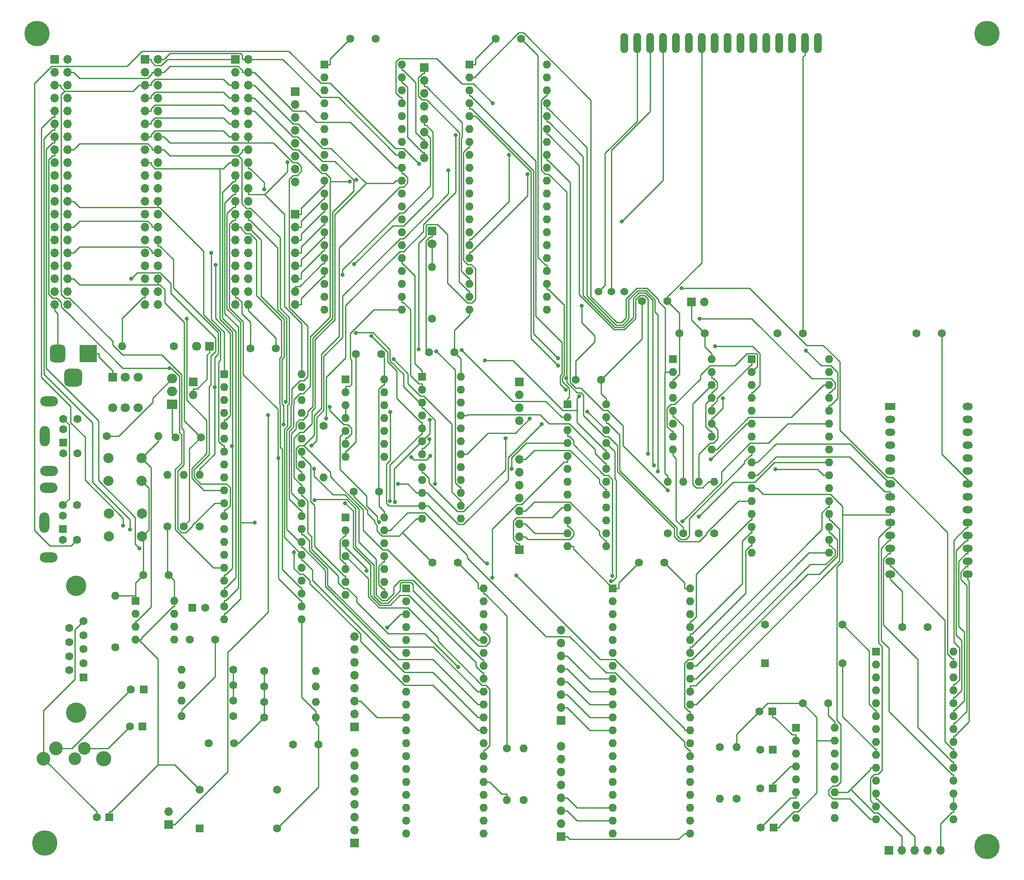
<source format=gbr>
%TF.GenerationSoftware,KiCad,Pcbnew,7.0.2*%
%TF.CreationDate,2023-08-06T16:24:21-05:00*%
%TF.ProjectId,6502v2.0,36353032-7632-42e3-902e-6b696361645f,rev?*%
%TF.SameCoordinates,Original*%
%TF.FileFunction,Copper,L2,Bot*%
%TF.FilePolarity,Positive*%
%FSLAX46Y46*%
G04 Gerber Fmt 4.6, Leading zero omitted, Abs format (unit mm)*
G04 Created by KiCad (PCBNEW 7.0.2) date 2023-08-06 16:24:21*
%MOMM*%
%LPD*%
G01*
G04 APERTURE LIST*
G04 Aperture macros list*
%AMRoundRect*
0 Rectangle with rounded corners*
0 $1 Rounding radius*
0 $2 $3 $4 $5 $6 $7 $8 $9 X,Y pos of 4 corners*
0 Add a 4 corners polygon primitive as box body*
4,1,4,$2,$3,$4,$5,$6,$7,$8,$9,$2,$3,0*
0 Add four circle primitives for the rounded corners*
1,1,$1+$1,$2,$3*
1,1,$1+$1,$4,$5*
1,1,$1+$1,$6,$7*
1,1,$1+$1,$8,$9*
0 Add four rect primitives between the rounded corners*
20,1,$1+$1,$2,$3,$4,$5,0*
20,1,$1+$1,$4,$5,$6,$7,0*
20,1,$1+$1,$6,$7,$8,$9,0*
20,1,$1+$1,$8,$9,$2,$3,0*%
G04 Aperture macros list end*
%TA.AperFunction,ComponentPad*%
%ADD10C,1.524000*%
%TD*%
%TA.AperFunction,ComponentPad*%
%ADD11R,1.600000X1.600000*%
%TD*%
%TA.AperFunction,ComponentPad*%
%ADD12C,1.600000*%
%TD*%
%TA.AperFunction,ComponentPad*%
%ADD13O,1.600000X1.600000*%
%TD*%
%TA.AperFunction,ComponentPad*%
%ADD14C,5.000000*%
%TD*%
%TA.AperFunction,ComponentPad*%
%ADD15R,1.800000X1.800000*%
%TD*%
%TA.AperFunction,ComponentPad*%
%ADD16C,1.800000*%
%TD*%
%TA.AperFunction,ComponentPad*%
%ADD17R,2.000000X1.440000*%
%TD*%
%TA.AperFunction,ComponentPad*%
%ADD18O,2.000000X1.440000*%
%TD*%
%TA.AperFunction,ComponentPad*%
%ADD19O,1.501140X4.000500*%
%TD*%
%TA.AperFunction,ComponentPad*%
%ADD20R,1.700000X1.700000*%
%TD*%
%TA.AperFunction,ComponentPad*%
%ADD21O,1.700000X1.700000*%
%TD*%
%TA.AperFunction,ComponentPad*%
%ADD22C,2.000000*%
%TD*%
%TA.AperFunction,ComponentPad*%
%ADD23C,2.700000*%
%TD*%
%TA.AperFunction,ComponentPad*%
%ADD24C,2.500000*%
%TD*%
%TA.AperFunction,ComponentPad*%
%ADD25C,3.000000*%
%TD*%
%TA.AperFunction,ComponentPad*%
%ADD26C,4.000000*%
%TD*%
%TA.AperFunction,ComponentPad*%
%ADD27O,3.500000X2.000000*%
%TD*%
%TA.AperFunction,ComponentPad*%
%ADD28O,2.000000X4.000000*%
%TD*%
%TA.AperFunction,ComponentPad*%
%ADD29R,2.000000X1.905000*%
%TD*%
%TA.AperFunction,ComponentPad*%
%ADD30O,2.000000X1.905000*%
%TD*%
%TA.AperFunction,ComponentPad*%
%ADD31R,3.500000X3.500000*%
%TD*%
%TA.AperFunction,ComponentPad*%
%ADD32RoundRect,0.750000X-0.750000X-1.000000X0.750000X-1.000000X0.750000X1.000000X-0.750000X1.000000X0*%
%TD*%
%TA.AperFunction,ComponentPad*%
%ADD33RoundRect,0.875000X-0.875000X-0.875000X0.875000X-0.875000X0.875000X0.875000X-0.875000X0.875000X0*%
%TD*%
%TA.AperFunction,ViaPad*%
%ADD34C,0.800000*%
%TD*%
%TA.AperFunction,Conductor*%
%ADD35C,0.250000*%
%TD*%
G04 APERTURE END LIST*
D10*
%TO.P,RV1,1,1*%
%TO.N,GND*%
X167386000Y-88900000D03*
%TO.P,RV1,2,2*%
%TO.N,Net-(U10-VO)*%
X164846000Y-88900000D03*
%TO.P,RV1,3,3*%
%TO.N,Net-(JP2-B)*%
X162306000Y-88900000D03*
%TD*%
D11*
%TO.P,C15,1*%
%TO.N,+5V*%
X82391500Y-151193500D03*
D12*
%TO.P,C15,2*%
%TO.N,Net-(U11-THR)*%
X84891500Y-151193500D03*
%TD*%
D11*
%TO.P,U14,1*%
%TO.N,Net-(U15-BC1)*%
X112522000Y-133350000D03*
D13*
%TO.P,U14,2*%
%TO.N,PSG1_CS*%
X112522000Y-135890000D03*
%TO.P,U14,3*%
%TO.N,/audio/a0*%
X112522000Y-138430000D03*
%TO.P,U14,4*%
%TO.N,Net-(U15-BDIR)*%
X112522000Y-140970000D03*
%TO.P,U14,5*%
%TO.N,PSG1_CS*%
X112522000Y-143510000D03*
%TO.P,U14,6*%
%TO.N,RW*%
X112522000Y-146050000D03*
%TO.P,U14,7,GND*%
%TO.N,GND*%
X112522000Y-148590000D03*
%TO.P,U14,8*%
%TO.N,PSG2_CS*%
X120142000Y-148590000D03*
%TO.P,U14,9*%
%TO.N,/audio/a0*%
X120142000Y-146050000D03*
%TO.P,U14,10*%
%TO.N,Net-(U16-BC1)*%
X120142000Y-143510000D03*
%TO.P,U14,11*%
%TO.N,PSG2_CS*%
X120142000Y-140970000D03*
%TO.P,U14,12*%
%TO.N,RW*%
X120142000Y-138430000D03*
%TO.P,U14,13*%
%TO.N,Net-(U16-BDIR)*%
X120142000Y-135890000D03*
%TO.P,U14,14,VCC*%
%TO.N,+5V*%
X120142000Y-133350000D03*
%TD*%
D11*
%TO.P,C27,1*%
%TO.N,Net-(C27-Pad1)*%
X72755000Y-167259000D03*
D12*
%TO.P,C27,2*%
%TO.N,AUDIO_OUT_LEFT*%
X70255000Y-167259000D03*
%TD*%
%TO.P,R3,1*%
%TO.N,+5V*%
X83820000Y-135128000D03*
D13*
%TO.P,R3,2*%
%TO.N,RDY*%
X83820000Y-124968000D03*
%TD*%
D12*
%TO.P,R19,1*%
%TO.N,+5V*%
X186182000Y-178562000D03*
D13*
%TO.P,R19,2*%
%TO.N,Net-(U16-A8)*%
X186182000Y-188722000D03*
%TD*%
D12*
%TO.P,R7,1*%
%TO.N,GND*%
X185039000Y-136525000D03*
D13*
%TO.P,R7,2*%
%TO.N,1pa3*%
X185039000Y-126365000D03*
%TD*%
D12*
%TO.P,R5,1*%
%TO.N,GND*%
X178943000Y-136525000D03*
D13*
%TO.P,R5,2*%
%TO.N,1pa1*%
X178943000Y-126365000D03*
%TD*%
D12*
%TO.P,C24,1*%
%TO.N,+5V*%
X207468000Y-169936000D03*
%TO.P,C24,2*%
%TO.N,GND*%
X202468000Y-169936000D03*
%TD*%
%TO.P,C9,1*%
%TO.N,+5V*%
X93766000Y-100076000D03*
%TO.P,C9,2*%
%TO.N,GND*%
X98766000Y-100076000D03*
%TD*%
D14*
%TO.P,REF1,1*%
%TO.N,N/C*%
X51816000Y-38100000D03*
%TD*%
D12*
%TO.P,C25,1*%
%TO.N,+5V*%
X175220000Y-142240000D03*
%TO.P,C25,2*%
%TO.N,GND*%
X170220000Y-142240000D03*
%TD*%
D11*
%TO.P,C12,1*%
%TO.N,+5V*%
X66040000Y-192405000D03*
D12*
%TO.P,C12,2*%
%TO.N,GND*%
X63540000Y-192405000D03*
%TD*%
D11*
%TO.P,U4,1,OD/CLK*%
%TO.N,PHI2*%
X127605000Y-105664000D03*
D13*
%TO.P,U4,2,I0*%
%TO.N,RW*%
X127605000Y-108204000D03*
%TO.P,U4,3,I1*%
%TO.N,a15*%
X127605000Y-110744000D03*
%TO.P,U4,4,I2*%
%TO.N,unconnected-(U4-I2-Pad4)*%
X127605000Y-113284000D03*
%TO.P,U4,5,I3*%
%TO.N,a14*%
X127605000Y-115824000D03*
%TO.P,U4,6,I4*%
%TO.N,a13*%
X127605000Y-118364000D03*
%TO.P,U4,7,I5*%
%TO.N,a12*%
X127605000Y-120904000D03*
%TO.P,U4,8,I6*%
%TO.N,a11*%
X127605000Y-123444000D03*
%TO.P,U4,9,I7*%
%TO.N,a10*%
X127605000Y-125984000D03*
%TO.P,U4,10,I8*%
%TO.N,a9*%
X127605000Y-128524000D03*
%TO.P,U4,11,I9*%
%TO.N,a8*%
X127605000Y-131064000D03*
%TO.P,U4,12,GND*%
%TO.N,GND*%
X127605000Y-133604000D03*
%TO.P,U4,13,CLK/OD*%
%TO.N,unconnected-(U4-CLK{slash}OD-Pad13)*%
X135225000Y-133604000D03*
%TO.P,U4,14,LR/O4*%
%TO.N,OE*%
X135225000Y-131064000D03*
%TO.P,U4,15,A0/O3*%
%TO.N,WE*%
X135225000Y-128524000D03*
%TO.P,U4,16,A1/O2*%
%TO.N,ROM_CS*%
X135225000Y-125984000D03*
%TO.P,U4,17,A2/O1*%
%TO.N,RAM_CS*%
X135225000Y-123444000D03*
%TO.P,U4,18,NC/O0*%
%TO.N,BANKED_RAM_CS*%
X135225000Y-120904000D03*
%TO.P,U4,19,O4/NC*%
%TO.N,decode3*%
X135225000Y-118364000D03*
%TO.P,U4,20,O3/A2*%
%TO.N,decode2*%
X135225000Y-115824000D03*
%TO.P,U4,21,O2/A1*%
%TO.N,DEVICE_CS*%
X135225000Y-113284000D03*
%TO.P,U4,22,O1/A0*%
%TO.N,decode1*%
X135225000Y-110744000D03*
%TO.P,U4,23,O0/LR*%
%TO.N,decode0*%
X135225000Y-108204000D03*
%TO.P,U4,24,VCC*%
%TO.N,+5V*%
X135225000Y-105664000D03*
%TD*%
D12*
%TO.P,R10,1*%
%TO.N,Net-(D1-A)*%
X78740000Y-99695000D03*
D13*
%TO.P,R10,2*%
%TO.N,+5V*%
X68580000Y-99695000D03*
%TD*%
D12*
%TO.P,R17,1*%
%TO.N,Net-(C22-Pad1)*%
X90424000Y-172466000D03*
D13*
%TO.P,R17,2*%
%TO.N,GND*%
X80264000Y-172466000D03*
%TD*%
D11*
%TO.P,U8,1,A18*%
%TO.N,Net-(U6-Zd)*%
X192445000Y-102235000D03*
D13*
%TO.P,U8,2,A16*%
%TO.N,Net-(U6-Zb)*%
X192445000Y-104775000D03*
%TO.P,U8,3,A14*%
%TO.N,a14*%
X192445000Y-107315000D03*
%TO.P,U8,4,A12*%
%TO.N,a12*%
X192445000Y-109855000D03*
%TO.P,U8,5,A7*%
%TO.N,a7*%
X192445000Y-112395000D03*
%TO.P,U8,6,A6*%
%TO.N,a6*%
X192445000Y-114935000D03*
%TO.P,U8,7,A5*%
%TO.N,a5*%
X192445000Y-117475000D03*
%TO.P,U8,8,A4*%
%TO.N,a4*%
X192445000Y-120015000D03*
%TO.P,U8,9,A3*%
%TO.N,a3*%
X192445000Y-122555000D03*
%TO.P,U8,10,A2*%
%TO.N,a2*%
X192445000Y-125095000D03*
%TO.P,U8,11,A1*%
%TO.N,a1*%
X192445000Y-127635000D03*
%TO.P,U8,12,A0*%
%TO.N,a0*%
X192445000Y-130175000D03*
%TO.P,U8,13,DQ0*%
%TO.N,d0*%
X192445000Y-132715000D03*
%TO.P,U8,14,DQ1*%
%TO.N,d1*%
X192445000Y-135255000D03*
%TO.P,U8,15,DQ2*%
%TO.N,d2*%
X192445000Y-137795000D03*
%TO.P,U8,16,VSS*%
%TO.N,GND*%
X192445000Y-140335000D03*
%TO.P,U8,17,DQ3*%
%TO.N,d3*%
X207685000Y-140335000D03*
%TO.P,U8,18,DQ4*%
%TO.N,d4*%
X207685000Y-137795000D03*
%TO.P,U8,19,DQ5*%
%TO.N,d5*%
X207685000Y-135255000D03*
%TO.P,U8,20,DQ6*%
%TO.N,d6*%
X207685000Y-132715000D03*
%TO.P,U8,21,DQ7*%
%TO.N,d7*%
X207685000Y-130175000D03*
%TO.P,U8,22,CE#*%
%TO.N,RAM_CS*%
X207685000Y-127635000D03*
%TO.P,U8,23,A10*%
%TO.N,a10*%
X207685000Y-125095000D03*
%TO.P,U8,24,OE#*%
%TO.N,OE*%
X207685000Y-122555000D03*
%TO.P,U8,25,A11*%
%TO.N,a11*%
X207685000Y-120015000D03*
%TO.P,U8,26,A9*%
%TO.N,a9*%
X207685000Y-117475000D03*
%TO.P,U8,27,A8*%
%TO.N,a8*%
X207685000Y-114935000D03*
%TO.P,U8,28,A13*%
%TO.N,a13*%
X207685000Y-112395000D03*
%TO.P,U8,29,WE#*%
%TO.N,WE*%
X207685000Y-109855000D03*
%TO.P,U8,30,A17*%
%TO.N,Net-(U6-Zc)*%
X207685000Y-107315000D03*
%TO.P,U8,31,A15*%
%TO.N,Net-(U6-Za)*%
X207685000Y-104775000D03*
%TO.P,U8,32,VCC*%
%TO.N,+5V*%
X207685000Y-102235000D03*
%TD*%
D12*
%TO.P,R20,1*%
%TO.N,Net-(U16-~{A9})*%
X189484000Y-188722000D03*
D13*
%TO.P,R20,2*%
%TO.N,GND*%
X189484000Y-178562000D03*
%TD*%
D15*
%TO.P,D1,1,K*%
%TO.N,GND*%
X85725000Y-99695000D03*
D16*
%TO.P,D1,2,A*%
%TO.N,Net-(D1-A)*%
X83185000Y-99695000D03*
%TD*%
D17*
%TO.P,U3,1,A14*%
%TO.N,a14*%
X219670000Y-111525000D03*
D18*
%TO.P,U3,2,A12*%
%TO.N,a12*%
X219670000Y-114065000D03*
%TO.P,U3,3,A7*%
%TO.N,a7*%
X219670000Y-116605000D03*
%TO.P,U3,4,A6*%
%TO.N,a6*%
X219670000Y-119145000D03*
%TO.P,U3,5,A5*%
%TO.N,a5*%
X219670000Y-121685000D03*
%TO.P,U3,6,A4*%
%TO.N,a4*%
X219670000Y-124225000D03*
%TO.P,U3,7,A3*%
%TO.N,a3*%
X219670000Y-126765000D03*
%TO.P,U3,8,A2*%
%TO.N,a2*%
X219670000Y-129305000D03*
%TO.P,U3,9,A1*%
%TO.N,a1*%
X219670000Y-131845000D03*
%TO.P,U3,10,A0*%
%TO.N,a0*%
X219670000Y-134385000D03*
%TO.P,U3,11,D0*%
%TO.N,d0*%
X219670000Y-136925000D03*
%TO.P,U3,12,D1*%
%TO.N,d1*%
X219670000Y-139465000D03*
%TO.P,U3,13,D2*%
%TO.N,d2*%
X219670000Y-142005000D03*
%TO.P,U3,14,GND*%
%TO.N,GND*%
X219670000Y-144545000D03*
%TO.P,U3,15,D3*%
%TO.N,d3*%
X234910000Y-144545000D03*
%TO.P,U3,16,D4*%
%TO.N,d4*%
X234910000Y-142005000D03*
%TO.P,U3,17,D5*%
%TO.N,d5*%
X234910000Y-139465000D03*
%TO.P,U3,18,D6*%
%TO.N,d6*%
X234910000Y-136925000D03*
%TO.P,U3,19,D7*%
%TO.N,d7*%
X234910000Y-134385000D03*
%TO.P,U3,20,~{CS}*%
%TO.N,ROM_CS*%
X234910000Y-131845000D03*
%TO.P,U3,21,A10*%
%TO.N,a10*%
X234910000Y-129305000D03*
%TO.P,U3,22,~{OE}*%
%TO.N,GND*%
X234910000Y-126765000D03*
%TO.P,U3,23,A11*%
%TO.N,a11*%
X234910000Y-124225000D03*
%TO.P,U3,24,A9*%
%TO.N,a9*%
X234910000Y-121685000D03*
%TO.P,U3,25,A8*%
%TO.N,a8*%
X234910000Y-119145000D03*
%TO.P,U3,26,A13*%
%TO.N,a13*%
X234910000Y-116605000D03*
%TO.P,U3,27,~{WE}*%
%TO.N,WE*%
X234910000Y-114065000D03*
%TO.P,U3,28,VCC*%
%TO.N,+5V*%
X234910000Y-111525000D03*
%TD*%
D19*
%TO.P,U10,16,K*%
%TO.N,GND*%
X205464440Y-40005020D03*
%TO.P,U10,15,A*%
%TO.N,+5V*%
X202924440Y-40005020D03*
%TO.P,U10,14,DB7*%
%TO.N,1pb3*%
X200384440Y-40005020D03*
%TO.P,U10,13,DB6*%
%TO.N,1pb2*%
X197844440Y-40005020D03*
%TO.P,U10,12,DB5*%
%TO.N,1pb1*%
X195304440Y-40005020D03*
%TO.P,U10,11,DB4*%
%TO.N,1pb0*%
X192764440Y-40005020D03*
%TO.P,U10,10,DB3*%
%TO.N,GND*%
X190224440Y-40005020D03*
%TO.P,U10,9,DB2*%
X187684440Y-40005020D03*
%TO.P,U10,8,DB1*%
X185144440Y-40005020D03*
%TO.P,U10,7,DB0*%
X182604440Y-40005020D03*
%TO.P,U10,6,E*%
%TO.N,1pb6*%
X180064440Y-40005020D03*
%TO.P,U10,5,R/W*%
%TO.N,1pb5*%
X177524440Y-40005020D03*
%TO.P,U10,4,RS*%
%TO.N,1pb4*%
X174984440Y-40005020D03*
%TO.P,U10,3,VO*%
%TO.N,Net-(U10-VO)*%
X172444440Y-40005020D03*
%TO.P,U10,2,VDD*%
%TO.N,Net-(JP2-B)*%
X169904440Y-40005020D03*
%TO.P,U10,1,VSS*%
%TO.N,GND*%
X167364440Y-40005020D03*
%TD*%
D20*
%TO.P,J7,1,Pin_1*%
%TO.N,a0*%
X73025000Y-43180000D03*
D21*
%TO.P,J7,2,Pin_2*%
%TO.N,d0*%
X75565000Y-43180000D03*
%TO.P,J7,3,Pin_3*%
%TO.N,a1*%
X73025000Y-45720000D03*
%TO.P,J7,4,Pin_4*%
%TO.N,d1*%
X75565000Y-45720000D03*
%TO.P,J7,5,Pin_5*%
%TO.N,a2*%
X73025000Y-48260000D03*
%TO.P,J7,6,Pin_6*%
%TO.N,d2*%
X75565000Y-48260000D03*
%TO.P,J7,7,Pin_7*%
%TO.N,a3*%
X73025000Y-50800000D03*
%TO.P,J7,8,Pin_8*%
%TO.N,d3*%
X75565000Y-50800000D03*
%TO.P,J7,9,Pin_9*%
%TO.N,a4*%
X73025000Y-53340000D03*
%TO.P,J7,10,Pin_10*%
%TO.N,d4*%
X75565000Y-53340000D03*
%TO.P,J7,11,Pin_11*%
%TO.N,a5*%
X73025000Y-55880000D03*
%TO.P,J7,12,Pin_12*%
%TO.N,d5*%
X75565000Y-55880000D03*
%TO.P,J7,13,Pin_13*%
%TO.N,a6*%
X73025000Y-58420000D03*
%TO.P,J7,14,Pin_14*%
%TO.N,d6*%
X75565000Y-58420000D03*
%TO.P,J7,15,Pin_15*%
%TO.N,a7*%
X73025000Y-60960000D03*
%TO.P,J7,16,Pin_16*%
%TO.N,d7*%
X75565000Y-60960000D03*
%TO.P,J7,17,Pin_17*%
%TO.N,a8*%
X73025000Y-63500000D03*
%TO.P,J7,18,Pin_18*%
%TO.N,RW*%
X75565000Y-63500000D03*
%TO.P,J7,19,Pin_19*%
%TO.N,a9*%
X73025000Y-66040000D03*
%TO.P,J7,20,Pin_20*%
%TO.N,PHI2*%
X75565000Y-66040000D03*
%TO.P,J7,21,Pin_21*%
%TO.N,a10*%
X73025000Y-68580000D03*
%TO.P,J7,22,Pin_22*%
%TO.N,RESET*%
X75565000Y-68580000D03*
%TO.P,J7,23,Pin_23*%
%TO.N,a11*%
X73025000Y-71120000D03*
%TO.P,J7,24,Pin_24*%
%TO.N,SYNC*%
X75565000Y-71120000D03*
%TO.P,J7,25,Pin_25*%
%TO.N,a12*%
X73025000Y-73660000D03*
%TO.P,J7,26,Pin_26*%
%TO.N,IRQ*%
X75565000Y-73660000D03*
%TO.P,J7,27,Pin_27*%
%TO.N,a13*%
X73025000Y-76200000D03*
%TO.P,J7,28,Pin_28*%
%TO.N,BE*%
X75565000Y-76200000D03*
%TO.P,J7,29,Pin_29*%
%TO.N,a14*%
X73025000Y-78740000D03*
%TO.P,J7,30,Pin_30*%
%TO.N,RDY*%
X75565000Y-78740000D03*
%TO.P,J7,31,Pin_31*%
%TO.N,a15*%
X73025000Y-81280000D03*
%TO.P,J7,32,Pin_32*%
%TO.N,VP*%
X75565000Y-81280000D03*
%TO.P,J7,33,Pin_33*%
%TO.N,/interface/IO1*%
X73025000Y-83820000D03*
%TO.P,J7,34,Pin_34*%
%TO.N,ML*%
X75565000Y-83820000D03*
%TO.P,J7,35,Pin_35*%
%TO.N,OE*%
X73025000Y-86360000D03*
%TO.P,J7,36,Pin_36*%
%TO.N,NMI*%
X75565000Y-86360000D03*
%TO.P,J7,37,Pin_37*%
%TO.N,+5V*%
X73025000Y-88900000D03*
%TO.P,J7,38,Pin_38*%
%TO.N,WE*%
X75565000Y-88900000D03*
%TO.P,J7,39,Pin_39*%
%TO.N,GND*%
X73025000Y-91440000D03*
%TO.P,J7,40,Pin_40*%
X75565000Y-91440000D03*
%TD*%
D20*
%TO.P,J1,1,Pin_1*%
%TO.N,2pb0*%
X102616000Y-73645000D03*
D21*
%TO.P,J1,2,Pin_2*%
%TO.N,2pb1*%
X102616000Y-76185000D03*
%TO.P,J1,3,Pin_3*%
%TO.N,2pb2*%
X102616000Y-78725000D03*
%TO.P,J1,4,Pin_4*%
%TO.N,2pb3*%
X102616000Y-81265000D03*
%TO.P,J1,5,Pin_5*%
%TO.N,2pb4*%
X102616000Y-83805000D03*
%TO.P,J1,6,Pin_6*%
%TO.N,2pb5*%
X102616000Y-86345000D03*
%TO.P,J1,7,Pin_7*%
%TO.N,2pb6*%
X102616000Y-88885000D03*
%TO.P,J1,8,Pin_8*%
%TO.N,2pb7*%
X102616000Y-91425000D03*
%TD*%
D12*
%TO.P,C26,1*%
%TO.N,+5V*%
X227036000Y-154955000D03*
%TO.P,C26,2*%
%TO.N,GND*%
X222036000Y-154955000D03*
%TD*%
D11*
%TO.P,U12,1,VSS*%
%TO.N,GND*%
X216916000Y-159766000D03*
D13*
%TO.P,U12,2,CS0*%
%TO.N,+5V*%
X216916000Y-162306000D03*
%TO.P,U12,3,~{CS1}*%
%TO.N,ACIA_CS*%
X216916000Y-164846000D03*
%TO.P,U12,4,~{RES}*%
%TO.N,RESET*%
X216916000Y-167386000D03*
%TO.P,U12,5,RxC*%
%TO.N,unconnected-(U12-RxC-Pad5)*%
X216916000Y-169926000D03*
%TO.P,U12,6,XTLI*%
%TO.N,CLK_1.8432*%
X216916000Y-172466000D03*
%TO.P,U12,7,XTLO*%
%TO.N,unconnected-(U12-XTLO-Pad7)*%
X216916000Y-175006000D03*
%TO.P,U12,8,~{RTS}*%
%TO.N,unconnected-(U12-~{RTS}-Pad8)*%
X216916000Y-177546000D03*
%TO.P,U12,9,~{CTS}*%
%TO.N,GND*%
X216916000Y-180086000D03*
%TO.P,U12,10,TxD*%
%TO.N,Net-(J14-Pin_2)*%
X216916000Y-182626000D03*
%TO.P,U12,11,~{DTR}*%
%TO.N,unconnected-(U12-~{DTR}-Pad11)*%
X216916000Y-185166000D03*
%TO.P,U12,12,RxD*%
%TO.N,Net-(J14-Pin_3)*%
X216916000Y-187706000D03*
%TO.P,U12,13,RS0*%
%TO.N,a0*%
X216916000Y-190246000D03*
%TO.P,U12,14,RS1*%
%TO.N,a1*%
X216916000Y-192786000D03*
%TO.P,U12,15,VDD*%
%TO.N,+5V*%
X232156000Y-192786000D03*
%TO.P,U12,16,~{DCD}*%
%TO.N,GND*%
X232156000Y-190246000D03*
%TO.P,U12,17,~{DSR}*%
X232156000Y-187706000D03*
%TO.P,U12,18,D0*%
%TO.N,d0*%
X232156000Y-185166000D03*
%TO.P,U12,19,D1*%
%TO.N,d1*%
X232156000Y-182626000D03*
%TO.P,U12,20,D2*%
%TO.N,d2*%
X232156000Y-180086000D03*
%TO.P,U12,21,D3*%
%TO.N,d3*%
X232156000Y-177546000D03*
%TO.P,U12,22,D4*%
%TO.N,d4*%
X232156000Y-175006000D03*
%TO.P,U12,23,D5*%
%TO.N,d5*%
X232156000Y-172466000D03*
%TO.P,U12,24,D6*%
%TO.N,d6*%
X232156000Y-169926000D03*
%TO.P,U12,25,D7*%
%TO.N,d7*%
X232156000Y-167386000D03*
%TO.P,U12,26,~{IRQ}*%
%TO.N,ACIA_IRQ*%
X232156000Y-164846000D03*
%TO.P,U12,27,PHI2*%
%TO.N,PHI2*%
X232156000Y-162306000D03*
%TO.P,U12,28,R~{W}*%
%TO.N,RW*%
X232156000Y-159766000D03*
%TD*%
D12*
%TO.P,R11,1*%
%TO.N,1pb7*%
X129540000Y-94234000D03*
D13*
%TO.P,R11,2*%
%TO.N,Net-(D2-A)*%
X129540000Y-84074000D03*
%TD*%
D22*
%TO.P,SW2,1,1*%
%TO.N,RESET*%
X65890000Y-121702000D03*
X72390000Y-121702000D03*
%TO.P,SW2,2,2*%
%TO.N,GND*%
X65890000Y-126202000D03*
X72390000Y-126202000D03*
%TD*%
D11*
%TO.P,U5,1,~{VP}*%
%TO.N,VP*%
X88646000Y-105156000D03*
D13*
%TO.P,U5,2,RDY*%
%TO.N,RDY*%
X88646000Y-107696000D03*
%TO.P,U5,3,PHI1O*%
%TO.N,unconnected-(U5-PHI1O-Pad3)*%
X88646000Y-110236000D03*
%TO.P,U5,4,~{IRQ}*%
%TO.N,IRQ*%
X88646000Y-112776000D03*
%TO.P,U5,5,~{ML}*%
%TO.N,ML*%
X88646000Y-115316000D03*
%TO.P,U5,6,~{NMI}*%
%TO.N,NMI*%
X88646000Y-117856000D03*
%TO.P,U5,7,SYNC*%
%TO.N,SYNC*%
X88646000Y-120396000D03*
%TO.P,U5,8,VDD*%
%TO.N,+5V*%
X88646000Y-122936000D03*
%TO.P,U5,9,A0*%
%TO.N,a0*%
X88646000Y-125476000D03*
%TO.P,U5,10,A1*%
%TO.N,a1*%
X88646000Y-128016000D03*
%TO.P,U5,11,A2*%
%TO.N,a2*%
X88646000Y-130556000D03*
%TO.P,U5,12,A3*%
%TO.N,a3*%
X88646000Y-133096000D03*
%TO.P,U5,13,A4*%
%TO.N,a4*%
X88646000Y-135636000D03*
%TO.P,U5,14,A5*%
%TO.N,a5*%
X88646000Y-138176000D03*
%TO.P,U5,15,A6*%
%TO.N,a6*%
X88646000Y-140716000D03*
%TO.P,U5,16,A7*%
%TO.N,a7*%
X88646000Y-143256000D03*
%TO.P,U5,17,A8*%
%TO.N,a8*%
X88646000Y-145796000D03*
%TO.P,U5,18,A9*%
%TO.N,a9*%
X88646000Y-148336000D03*
%TO.P,U5,19,A10*%
%TO.N,a10*%
X88646000Y-150876000D03*
%TO.P,U5,20,A11*%
%TO.N,a11*%
X88646000Y-153416000D03*
%TO.P,U5,21,VSS*%
%TO.N,GND*%
X103886000Y-153416000D03*
%TO.P,U5,22,A12*%
%TO.N,a12*%
X103886000Y-150876000D03*
%TO.P,U5,23,A13*%
%TO.N,a13*%
X103886000Y-148336000D03*
%TO.P,U5,24,A14*%
%TO.N,a14*%
X103886000Y-145796000D03*
%TO.P,U5,25,A15*%
%TO.N,a15*%
X103886000Y-143256000D03*
%TO.P,U5,26,D7*%
%TO.N,d7*%
X103886000Y-140716000D03*
%TO.P,U5,27,D6*%
%TO.N,d6*%
X103886000Y-138176000D03*
%TO.P,U5,28,D5*%
%TO.N,d5*%
X103886000Y-135636000D03*
%TO.P,U5,29,D4*%
%TO.N,d4*%
X103886000Y-133096000D03*
%TO.P,U5,30,D3*%
%TO.N,d3*%
X103886000Y-130556000D03*
%TO.P,U5,31,D2*%
%TO.N,d2*%
X103886000Y-128016000D03*
%TO.P,U5,32,D1*%
%TO.N,d1*%
X103886000Y-125476000D03*
%TO.P,U5,33,D0*%
%TO.N,d0*%
X103886000Y-122936000D03*
%TO.P,U5,34,~{RW}*%
%TO.N,RW*%
X103886000Y-120396000D03*
%TO.P,U5,35,NC*%
%TO.N,unconnected-(U5-NC-Pad35)*%
X103886000Y-117856000D03*
%TO.P,U5,36,BE*%
%TO.N,BE*%
X103886000Y-115316000D03*
%TO.P,U5,37,PHI2*%
%TO.N,PHI2*%
X103886000Y-112776000D03*
%TO.P,U5,38,~{SO}*%
%TO.N,+5V*%
X103886000Y-110236000D03*
%TO.P,U5,39,PHI2O*%
%TO.N,unconnected-(U5-PHI2O-Pad39)*%
X103886000Y-107696000D03*
%TO.P,U5,40,~{RES}*%
%TO.N,RESET*%
X103886000Y-105156000D03*
%TD*%
D23*
%TO.P,J19,1*%
%TO.N,GND*%
X53096000Y-180848000D03*
%TO.P,J19,2*%
%TO.N,AUDIO_OUT_LEFT*%
X55546000Y-178848000D03*
D24*
%TO.P,J19,3*%
%TO.N,unconnected-(J19-Pad3)*%
X59246000Y-180848000D03*
%TO.P,J19,4*%
%TO.N,AUDIO_OUT_RIGHT*%
X61146000Y-178848000D03*
D25*
%TO.P,J19,5*%
%TO.N,unconnected-(J19-Pad5)*%
X64896000Y-180848000D03*
%TD*%
D12*
%TO.P,C14,1*%
%TO.N,+5V*%
X170855000Y-90805000D03*
%TO.P,C14,2*%
%TO.N,GND*%
X175855000Y-90805000D03*
%TD*%
D20*
%TO.P,J10,1,Pin_1*%
%TO.N,a0*%
X90805000Y-43180000D03*
D21*
%TO.P,J10,2,Pin_2*%
%TO.N,d0*%
X93345000Y-43180000D03*
%TO.P,J10,3,Pin_3*%
%TO.N,a1*%
X90805000Y-45720000D03*
%TO.P,J10,4,Pin_4*%
%TO.N,d1*%
X93345000Y-45720000D03*
%TO.P,J10,5,Pin_5*%
%TO.N,a2*%
X90805000Y-48260000D03*
%TO.P,J10,6,Pin_6*%
%TO.N,d2*%
X93345000Y-48260000D03*
%TO.P,J10,7,Pin_7*%
%TO.N,a3*%
X90805000Y-50800000D03*
%TO.P,J10,8,Pin_8*%
%TO.N,d3*%
X93345000Y-50800000D03*
%TO.P,J10,9,Pin_9*%
%TO.N,a4*%
X90805000Y-53340000D03*
%TO.P,J10,10,Pin_10*%
%TO.N,d4*%
X93345000Y-53340000D03*
%TO.P,J10,11,Pin_11*%
%TO.N,a5*%
X90805000Y-55880000D03*
%TO.P,J10,12,Pin_12*%
%TO.N,d5*%
X93345000Y-55880000D03*
%TO.P,J10,13,Pin_13*%
%TO.N,a6*%
X90805000Y-58420000D03*
%TO.P,J10,14,Pin_14*%
%TO.N,d6*%
X93345000Y-58420000D03*
%TO.P,J10,15,Pin_15*%
%TO.N,a7*%
X90805000Y-60960000D03*
%TO.P,J10,16,Pin_16*%
%TO.N,d7*%
X93345000Y-60960000D03*
%TO.P,J10,17,Pin_17*%
%TO.N,a8*%
X90805000Y-63500000D03*
%TO.P,J10,18,Pin_18*%
%TO.N,RW*%
X93345000Y-63500000D03*
%TO.P,J10,19,Pin_19*%
%TO.N,a9*%
X90805000Y-66040000D03*
%TO.P,J10,20,Pin_20*%
%TO.N,PHI2*%
X93345000Y-66040000D03*
%TO.P,J10,21,Pin_21*%
%TO.N,a10*%
X90805000Y-68580000D03*
%TO.P,J10,22,Pin_22*%
%TO.N,RESET*%
X93345000Y-68580000D03*
%TO.P,J10,23,Pin_23*%
%TO.N,a11*%
X90805000Y-71120000D03*
%TO.P,J10,24,Pin_24*%
%TO.N,SYNC*%
X93345000Y-71120000D03*
%TO.P,J10,25,Pin_25*%
%TO.N,a12*%
X90805000Y-73660000D03*
%TO.P,J10,26,Pin_26*%
%TO.N,IRQ*%
X93345000Y-73660000D03*
%TO.P,J10,27,Pin_27*%
%TO.N,a13*%
X90805000Y-76200000D03*
%TO.P,J10,28,Pin_28*%
%TO.N,BE*%
X93345000Y-76200000D03*
%TO.P,J10,29,Pin_29*%
%TO.N,a14*%
X90805000Y-78740000D03*
%TO.P,J10,30,Pin_30*%
%TO.N,RDY*%
X93345000Y-78740000D03*
%TO.P,J10,31,Pin_31*%
%TO.N,a15*%
X90805000Y-81280000D03*
%TO.P,J10,32,Pin_32*%
%TO.N,VP*%
X93345000Y-81280000D03*
%TO.P,J10,33,Pin_33*%
%TO.N,/interface/IO2*%
X90805000Y-83820000D03*
%TO.P,J10,34,Pin_34*%
%TO.N,ML*%
X93345000Y-83820000D03*
%TO.P,J10,35,Pin_35*%
%TO.N,OE*%
X90805000Y-86360000D03*
%TO.P,J10,36,Pin_36*%
%TO.N,NMI*%
X93345000Y-86360000D03*
%TO.P,J10,37,Pin_37*%
%TO.N,+5V*%
X90805000Y-88900000D03*
%TO.P,J10,38,Pin_38*%
%TO.N,WE*%
X93345000Y-88900000D03*
%TO.P,J10,39,Pin_39*%
%TO.N,GND*%
X90805000Y-91440000D03*
%TO.P,J10,40,Pin_40*%
X93345000Y-91440000D03*
%TD*%
D26*
%TO.P,J13,0*%
%TO.N,N/C*%
X59540000Y-146812000D03*
X59540000Y-171812000D03*
D11*
%TO.P,J13,1,1*%
%TO.N,unconnected-(J13-Pad1)*%
X60960000Y-164852000D03*
D12*
%TO.P,J13,2,2*%
%TO.N,Net-(U13-T1OUT)*%
X60960000Y-162082000D03*
%TO.P,J13,3,3*%
%TO.N,Net-(U13-R1IN)*%
X60960000Y-159312000D03*
%TO.P,J13,4,4*%
%TO.N,unconnected-(J13-Pad4)*%
X60960000Y-156542000D03*
%TO.P,J13,5,5*%
%TO.N,GND*%
X60960000Y-153772000D03*
%TO.P,J13,6,6*%
%TO.N,unconnected-(J13-Pad6)*%
X58120000Y-163467000D03*
%TO.P,J13,7,7*%
%TO.N,unconnected-(J13-Pad7)*%
X58120000Y-160697000D03*
%TO.P,J13,8,8*%
%TO.N,unconnected-(J13-Pad8)*%
X58120000Y-157927000D03*
%TO.P,J13,9,9*%
%TO.N,unconnected-(J13-Pad9)*%
X58120000Y-155157000D03*
%TD*%
%TO.P,C6,1*%
%TO.N,+5V*%
X224830000Y-97155000D03*
%TO.P,C6,2*%
%TO.N,GND*%
X229830000Y-97155000D03*
%TD*%
D11*
%TO.P,J11,1*%
%TO.N,1pa7*%
X56896000Y-135658000D03*
D12*
%TO.P,J11,2*%
%TO.N,unconnected-(J11-Pad2)*%
X56896000Y-133058000D03*
%TO.P,J11,3*%
%TO.N,GND*%
X56896000Y-137758000D03*
%TO.P,J11,4*%
%TO.N,+5V*%
X56896000Y-130958000D03*
%TO.P,J11,5*%
%TO.N,1pa6*%
X59696000Y-137758000D03*
%TO.P,J11,6*%
%TO.N,unconnected-(J11-Pad6)*%
X59696000Y-130958000D03*
D27*
%TO.P,J11,7*%
%TO.N,N/C*%
X54046000Y-127508000D03*
D28*
X53246000Y-134358000D03*
D27*
X54046000Y-141208000D03*
%TD*%
D12*
%TO.P,R16,1*%
%TO.N,Net-(C22-Pad1)*%
X90424000Y-169418000D03*
D13*
%TO.P,R16,2*%
%TO.N,Net-(U15-ch_B)*%
X80264000Y-169418000D03*
%TD*%
D12*
%TO.P,R2,1*%
%TO.N,+5V*%
X77470000Y-135128000D03*
D13*
%TO.P,R2,2*%
%TO.N,Net-(R1-Pad2)*%
X77470000Y-124968000D03*
%TD*%
D11*
%TO.P,U2,1,S0*%
%TO.N,VIA1_CS*%
X156210000Y-111125000D03*
D13*
%TO.P,U2,2,S1*%
%TO.N,VIA2_CS*%
X156210000Y-113665000D03*
%TO.P,U2,3,S2*%
%TO.N,ACIA_CS*%
X156210000Y-116205000D03*
%TO.P,U2,4,S3*%
%TO.N,PSG1_CS*%
X156210000Y-118745000D03*
%TO.P,U2,5,S4*%
%TO.N,PSG2_CS*%
X156210000Y-121285000D03*
%TO.P,U2,6,S5*%
%TO.N,IO0*%
X156210000Y-123825000D03*
%TO.P,U2,7,S6*%
%TO.N,IO1*%
X156210000Y-126365000D03*
%TO.P,U2,8,S7*%
%TO.N,IO2*%
X156210000Y-128905000D03*
%TO.P,U2,9,S8*%
%TO.N,IO3*%
X156210000Y-131445000D03*
%TO.P,U2,10,S9*%
%TO.N,IO4*%
X156210000Y-133985000D03*
%TO.P,U2,11,S10*%
%TO.N,IO5*%
X156210000Y-136525000D03*
%TO.P,U2,12,GND*%
%TO.N,GND*%
X156210000Y-139065000D03*
%TO.P,U2,13,S11*%
%TO.N,IO6*%
X163830000Y-139065000D03*
%TO.P,U2,14,S12*%
%TO.N,IO7*%
X163830000Y-136525000D03*
%TO.P,U2,15,S13*%
%TO.N,IO8*%
X163830000Y-133985000D03*
%TO.P,U2,16,S14*%
%TO.N,IO9*%
X163830000Y-131445000D03*
%TO.P,U2,17,S15*%
%TO.N,IO10*%
X163830000Y-128905000D03*
%TO.P,U2,18,E0*%
%TO.N,a15*%
X163830000Y-126365000D03*
%TO.P,U2,19,E1*%
%TO.N,DEVICE_CS*%
X163830000Y-123825000D03*
%TO.P,U2,20,A3*%
%TO.N,a7*%
X163830000Y-121285000D03*
%TO.P,U2,21,A2*%
%TO.N,a6*%
X163830000Y-118745000D03*
%TO.P,U2,22,A1*%
%TO.N,a5*%
X163830000Y-116205000D03*
%TO.P,U2,23,A0*%
%TO.N,a4*%
X163830000Y-113665000D03*
%TO.P,U2,24,VCC*%
%TO.N,+5V*%
X163830000Y-111125000D03*
%TD*%
D12*
%TO.P,C23,1*%
%TO.N,Net-(C22-Pad1)*%
X102188000Y-178054000D03*
%TO.P,C23,2*%
%TO.N,GND*%
X107188000Y-178054000D03*
%TD*%
%TO.P,R13,1*%
%TO.N,+5V*%
X144272000Y-178816000D03*
D13*
%TO.P,R13,2*%
%TO.N,Net-(U15-A8)*%
X144272000Y-188976000D03*
%TD*%
D12*
%TO.P,R23,1*%
%TO.N,Net-(C27-Pad1)*%
X96520000Y-172720000D03*
D13*
%TO.P,R23,2*%
%TO.N,GND*%
X106680000Y-172720000D03*
%TD*%
D11*
%TO.P,U7,1,VSS*%
%TO.N,GND*%
X136906000Y-44191000D03*
D13*
%TO.P,U7,2,PA0*%
%TO.N,1pa0*%
X136906000Y-46731000D03*
%TO.P,U7,3,PA1*%
%TO.N,1pa1*%
X136906000Y-49271000D03*
%TO.P,U7,4,PA2*%
%TO.N,1pa2*%
X136906000Y-51811000D03*
%TO.P,U7,5,PA3*%
%TO.N,1pa3*%
X136906000Y-54351000D03*
%TO.P,U7,6,PA4*%
%TO.N,1pa4*%
X136906000Y-56891000D03*
%TO.P,U7,7,PA5*%
%TO.N,1pa5*%
X136906000Y-59431000D03*
%TO.P,U7,8,PA6*%
%TO.N,1pa6*%
X136906000Y-61971000D03*
%TO.P,U7,9,PA7*%
%TO.N,1pa7*%
X136906000Y-64511000D03*
%TO.P,U7,10,PB0*%
%TO.N,1pb0*%
X136906000Y-67051000D03*
%TO.P,U7,11,PB1*%
%TO.N,1pb1*%
X136906000Y-69591000D03*
%TO.P,U7,12,PB2*%
%TO.N,1pb2*%
X136906000Y-72131000D03*
%TO.P,U7,13,PB3*%
%TO.N,1pb3*%
X136906000Y-74671000D03*
%TO.P,U7,14,PB4*%
%TO.N,1pb4*%
X136906000Y-77211000D03*
%TO.P,U7,15,PB5*%
%TO.N,1pb5*%
X136906000Y-79751000D03*
%TO.P,U7,16,PB6*%
%TO.N,1pb6*%
X136906000Y-82291000D03*
%TO.P,U7,17,PB7*%
%TO.N,1pb7*%
X136906000Y-84831000D03*
%TO.P,U7,18,CB1*%
%TO.N,1CB1*%
X136906000Y-87371000D03*
%TO.P,U7,19,CB2*%
%TO.N,1CB2*%
X136906000Y-89911000D03*
%TO.P,U7,20,VDD*%
%TO.N,+5V*%
X136906000Y-92451000D03*
%TO.P,U7,21,~{IRQ}*%
%TO.N,1VIA_IRQ*%
X152146000Y-92451000D03*
%TO.P,U7,22,R~{W}*%
%TO.N,RW*%
X152146000Y-89911000D03*
%TO.P,U7,23,~{CS2}*%
%TO.N,VIA1_CS*%
X152146000Y-87371000D03*
%TO.P,U7,24,CS1*%
%TO.N,+5V*%
X152146000Y-84831000D03*
%TO.P,U7,25,PHI2*%
%TO.N,PHI2*%
X152146000Y-82291000D03*
%TO.P,U7,26,D7*%
%TO.N,d7*%
X152146000Y-79751000D03*
%TO.P,U7,27,D6*%
%TO.N,d6*%
X152146000Y-77211000D03*
%TO.P,U7,28,D5*%
%TO.N,d5*%
X152146000Y-74671000D03*
%TO.P,U7,29,D4*%
%TO.N,d4*%
X152146000Y-72131000D03*
%TO.P,U7,30,D3*%
%TO.N,d3*%
X152146000Y-69591000D03*
%TO.P,U7,31,D2*%
%TO.N,d2*%
X152146000Y-67051000D03*
%TO.P,U7,32,D1*%
%TO.N,d1*%
X152146000Y-64511000D03*
%TO.P,U7,33,D0*%
%TO.N,d0*%
X152146000Y-61971000D03*
%TO.P,U7,34,~{RES}*%
%TO.N,RESET*%
X152146000Y-59431000D03*
%TO.P,U7,35,RS3*%
%TO.N,a3*%
X152146000Y-56891000D03*
%TO.P,U7,36,RS2*%
%TO.N,a2*%
X152146000Y-54351000D03*
%TO.P,U7,37,RS1*%
%TO.N,a1*%
X152146000Y-51811000D03*
%TO.P,U7,38,RS0*%
%TO.N,a0*%
X152146000Y-49271000D03*
%TO.P,U7,39,CA2*%
%TO.N,1CA2*%
X152146000Y-46731000D03*
%TO.P,U7,40,CA1*%
%TO.N,1CA1*%
X152146000Y-44191000D03*
%TD*%
D11*
%TO.P,J9,1*%
%TO.N,1pa5*%
X56990000Y-118648000D03*
D12*
%TO.P,J9,2*%
%TO.N,unconnected-(J9-Pad2)*%
X56990000Y-116048000D03*
%TO.P,J9,3*%
%TO.N,GND*%
X56990000Y-120748000D03*
%TO.P,J9,4*%
%TO.N,+5V*%
X56990000Y-113948000D03*
%TO.P,J9,5*%
%TO.N,1pa4*%
X59790000Y-120748000D03*
%TO.P,J9,6*%
%TO.N,unconnected-(J9-Pad6)*%
X59790000Y-113948000D03*
D27*
%TO.P,J9,7*%
%TO.N,N/C*%
X54140000Y-110498000D03*
D28*
X53340000Y-117348000D03*
D27*
X54140000Y-124198000D03*
%TD*%
D15*
%TO.P,SW3,1*%
%TO.N,Net-(J6-Pad1)*%
X66675000Y-105760000D03*
D16*
%TO.P,SW3,2*%
%TO.N,Net-(Q1-D)*%
X69175000Y-105760000D03*
%TO.P,SW3,3*%
%TO.N,N/C*%
X71675000Y-105760000D03*
%TO.P,SW3,4*%
X66675000Y-111760000D03*
%TO.P,SW3,5*%
X69175000Y-111760000D03*
%TO.P,SW3,6*%
X71675000Y-111760000D03*
%TD*%
D11*
%TO.P,U9,1,VSS*%
%TO.N,GND*%
X108336000Y-44191000D03*
D13*
%TO.P,U9,2,PA0*%
%TO.N,2pa0*%
X108336000Y-46731000D03*
%TO.P,U9,3,PA1*%
%TO.N,2pa1*%
X108336000Y-49271000D03*
%TO.P,U9,4,PA2*%
%TO.N,2pa2*%
X108336000Y-51811000D03*
%TO.P,U9,5,PA3*%
%TO.N,2pa3*%
X108336000Y-54351000D03*
%TO.P,U9,6,PA4*%
%TO.N,2pa4*%
X108336000Y-56891000D03*
%TO.P,U9,7,PA5*%
%TO.N,2pa5*%
X108336000Y-59431000D03*
%TO.P,U9,8,PA6*%
%TO.N,2pa6*%
X108336000Y-61971000D03*
%TO.P,U9,9,PA7*%
%TO.N,2pa7*%
X108336000Y-64511000D03*
%TO.P,U9,10,PB0*%
%TO.N,2pb0*%
X108336000Y-67051000D03*
%TO.P,U9,11,PB1*%
%TO.N,2pb1*%
X108336000Y-69591000D03*
%TO.P,U9,12,PB2*%
%TO.N,2pb2*%
X108336000Y-72131000D03*
%TO.P,U9,13,PB3*%
%TO.N,2pb3*%
X108336000Y-74671000D03*
%TO.P,U9,14,PB4*%
%TO.N,2pb4*%
X108336000Y-77211000D03*
%TO.P,U9,15,PB5*%
%TO.N,2pb5*%
X108336000Y-79751000D03*
%TO.P,U9,16,PB6*%
%TO.N,2pb6*%
X108336000Y-82291000D03*
%TO.P,U9,17,PB7*%
%TO.N,2pb7*%
X108336000Y-84831000D03*
%TO.P,U9,18,CB1*%
%TO.N,2CB1*%
X108336000Y-87371000D03*
%TO.P,U9,19,CB2*%
%TO.N,2CB2*%
X108336000Y-89911000D03*
%TO.P,U9,20,VDD*%
%TO.N,+5V*%
X108336000Y-92451000D03*
%TO.P,U9,21,~{IRQ}*%
%TO.N,2VIA_IRQ*%
X123576000Y-92451000D03*
%TO.P,U9,22,R~{W}*%
%TO.N,RW*%
X123576000Y-89911000D03*
%TO.P,U9,23,~{CS2}*%
%TO.N,VIA2_CS*%
X123576000Y-87371000D03*
%TO.P,U9,24,CS1*%
%TO.N,+5V*%
X123576000Y-84831000D03*
%TO.P,U9,25,PHI2*%
%TO.N,PHI2*%
X123576000Y-82291000D03*
%TO.P,U9,26,D7*%
%TO.N,d7*%
X123576000Y-79751000D03*
%TO.P,U9,27,D6*%
%TO.N,d6*%
X123576000Y-77211000D03*
%TO.P,U9,28,D5*%
%TO.N,d5*%
X123576000Y-74671000D03*
%TO.P,U9,29,D4*%
%TO.N,d4*%
X123576000Y-72131000D03*
%TO.P,U9,30,D3*%
%TO.N,d3*%
X123576000Y-69591000D03*
%TO.P,U9,31,D2*%
%TO.N,d2*%
X123576000Y-67051000D03*
%TO.P,U9,32,D1*%
%TO.N,d1*%
X123576000Y-64511000D03*
%TO.P,U9,33,D0*%
%TO.N,d0*%
X123576000Y-61971000D03*
%TO.P,U9,34,~{RES}*%
%TO.N,RESET*%
X123576000Y-59431000D03*
%TO.P,U9,35,RS3*%
%TO.N,a3*%
X123576000Y-56891000D03*
%TO.P,U9,36,RS2*%
%TO.N,a2*%
X123576000Y-54351000D03*
%TO.P,U9,37,RS1*%
%TO.N,a1*%
X123576000Y-51811000D03*
%TO.P,U9,38,RS0*%
%TO.N,a0*%
X123576000Y-49271000D03*
%TO.P,U9,39,CA2*%
%TO.N,2CA2*%
X123576000Y-46731000D03*
%TO.P,U9,40,CA1*%
%TO.N,2CA1*%
X123576000Y-44191000D03*
%TD*%
D12*
%TO.P,C8,1*%
%TO.N,+5V*%
X147026000Y-39111000D03*
%TO.P,C8,2*%
%TO.N,GND*%
X142026000Y-39111000D03*
%TD*%
%TO.P,R15,1*%
%TO.N,Net-(C22-Pad1)*%
X90424000Y-163322000D03*
D13*
%TO.P,R15,2*%
%TO.N,Net-(U15-ch_C)*%
X80264000Y-163322000D03*
%TD*%
D12*
%TO.P,C17,1*%
%TO.N,+5V*%
X134580000Y-142240000D03*
%TO.P,C17,2*%
%TO.N,GND*%
X129580000Y-142240000D03*
%TD*%
%TO.P,R24,1*%
%TO.N,Net-(C27-Pad1)*%
X96520000Y-163576000D03*
D13*
%TO.P,R24,2*%
%TO.N,Net-(U16-ch_A)*%
X106680000Y-163576000D03*
%TD*%
D11*
%TO.P,U15,1,Vss*%
%TO.N,GND*%
X124460000Y-147320000D03*
D13*
%TO.P,U15,2,N/C*%
%TO.N,unconnected-(U15-N{slash}C-Pad2)*%
X124460000Y-149860000D03*
%TO.P,U15,3,ch_B*%
%TO.N,Net-(U15-ch_B)*%
X124460000Y-152400000D03*
%TO.P,U15,4,ch_A*%
%TO.N,Net-(U15-ch_A)*%
X124460000Y-154940000D03*
%TO.P,U15,5,N/C*%
%TO.N,unconnected-(U15-N{slash}C-Pad5)*%
X124460000Y-157480000D03*
%TO.P,U15,6,IOB7*%
%TO.N,PSG1IOB7*%
X124460000Y-160020000D03*
%TO.P,U15,7,IOB6*%
%TO.N,PSG1IOB6*%
X124460000Y-162560000D03*
%TO.P,U15,8,IOB5*%
%TO.N,PSG1IOB5*%
X124460000Y-165100000D03*
%TO.P,U15,9,IOB4*%
%TO.N,PSG1IOB4*%
X124460000Y-167640000D03*
%TO.P,U15,10,IOB3*%
%TO.N,PSG1IOB3*%
X124460000Y-170180000D03*
%TO.P,U15,11,IOB2*%
%TO.N,PSG1IOB2*%
X124460000Y-172720000D03*
%TO.P,U15,12,IOB1*%
%TO.N,PSG1IOB1*%
X124460000Y-175260000D03*
%TO.P,U15,13,IOB0*%
%TO.N,PSG1IOB0*%
X124460000Y-177800000D03*
%TO.P,U15,14,IOA7*%
%TO.N,PSG1IOA7*%
X124460000Y-180340000D03*
%TO.P,U15,15,IOA6*%
%TO.N,PSG1IOA6*%
X124460000Y-182880000D03*
%TO.P,U15,16,IOA5*%
%TO.N,PSG1IOA5*%
X124460000Y-185420000D03*
%TO.P,U15,17,IOA4*%
%TO.N,PSG1IOA4*%
X124460000Y-187960000D03*
%TO.P,U15,18,IOA3*%
%TO.N,PSG1IOA3*%
X124460000Y-190500000D03*
%TO.P,U15,19,IOA2*%
%TO.N,PSG1IOA2*%
X124460000Y-193040000D03*
%TO.P,U15,20,IOA1*%
%TO.N,PSG1IOA1*%
X124460000Y-195580000D03*
%TO.P,U15,21,IOA0*%
%TO.N,PSG1IOA0*%
X139700000Y-195580000D03*
%TO.P,U15,22,CLOCK*%
%TO.N,CLK_1.8432*%
X139700000Y-193040000D03*
%TO.P,U15,23,~{RESET}*%
%TO.N,RESET*%
X139700000Y-190500000D03*
%TO.P,U15,24,~{A9}*%
%TO.N,Net-(U15-~{A9})*%
X139700000Y-187960000D03*
%TO.P,U15,25,A8*%
%TO.N,Net-(U15-A8)*%
X139700000Y-185420000D03*
%TO.P,U15,26,TEST2*%
%TO.N,unconnected-(U15-TEST2-Pad26)*%
X139700000Y-182880000D03*
%TO.P,U15,27,BDIR*%
%TO.N,Net-(U15-BDIR)*%
X139700000Y-180340000D03*
%TO.P,U15,28,BC2*%
%TO.N,+5V*%
X139700000Y-177800000D03*
%TO.P,U15,29,BC1*%
%TO.N,Net-(U15-BC1)*%
X139700000Y-175260000D03*
%TO.P,U15,30,D7*%
%TO.N,d7*%
X139700000Y-172720000D03*
%TO.P,U15,31,D6*%
%TO.N,d6*%
X139700000Y-170180000D03*
%TO.P,U15,32,D5*%
%TO.N,d5*%
X139700000Y-167640000D03*
%TO.P,U15,33,D4*%
%TO.N,d4*%
X139700000Y-165100000D03*
%TO.P,U15,34,D3*%
%TO.N,d3*%
X139700000Y-162560000D03*
%TO.P,U15,35,D2*%
%TO.N,d2*%
X139700000Y-160020000D03*
%TO.P,U15,36,D1*%
%TO.N,d1*%
X139700000Y-157480000D03*
%TO.P,U15,37,D0*%
%TO.N,d0*%
X139700000Y-154940000D03*
%TO.P,U15,38,ch_C*%
%TO.N,Net-(U15-ch_C)*%
X139700000Y-152400000D03*
%TO.P,U15,39,TEST1*%
%TO.N,unconnected-(U15-TEST1-Pad39)*%
X139700000Y-149860000D03*
%TO.P,U15,40,Vcc*%
%TO.N,+5V*%
X139700000Y-147320000D03*
%TD*%
D11*
%TO.P,X1,1,NC*%
%TO.N,unconnected-(X1-NC-Pad1)*%
X83820000Y-194564000D03*
D12*
%TO.P,X1,7,GND*%
%TO.N,GND*%
X99060000Y-194564000D03*
%TO.P,X1,8,OUT*%
%TO.N,Net-(JP1-B)*%
X99060000Y-186944000D03*
%TO.P,X1,14,Vcc*%
%TO.N,+5V*%
X83820000Y-186944000D03*
%TD*%
D11*
%TO.P,U1,1*%
%TO.N,1VIA_IRQ*%
X112532000Y-106172000D03*
D13*
%TO.P,U1,2*%
%TO.N,2VIA_IRQ*%
X112532000Y-108712000D03*
%TO.P,U1,3*%
%TO.N,Net-(U1-Pad3)*%
X112532000Y-111252000D03*
%TO.P,U1,4*%
X112532000Y-113792000D03*
%TO.P,U1,5*%
%TO.N,ACIA_IRQ*%
X112532000Y-116332000D03*
%TO.P,U1,6*%
%TO.N,IRQ*%
X112532000Y-118872000D03*
%TO.P,U1,7,GND*%
%TO.N,GND*%
X112532000Y-121412000D03*
%TO.P,U1,8*%
%TO.N,N/C*%
X120152000Y-121412000D03*
%TO.P,U1,9*%
X120152000Y-118872000D03*
%TO.P,U1,10*%
X120152000Y-116332000D03*
%TO.P,U1,11*%
X120152000Y-113792000D03*
%TO.P,U1,12*%
X120152000Y-111252000D03*
%TO.P,U1,13*%
X120152000Y-108712000D03*
%TO.P,U1,14,VCC*%
%TO.N,+5V*%
X120152000Y-106172000D03*
%TD*%
D12*
%TO.P,R9,1*%
%TO.N,BE*%
X108204000Y-115316000D03*
D13*
%TO.P,R9,2*%
%TO.N,+5V*%
X108204000Y-125476000D03*
%TD*%
D20*
%TO.P,J4,1,Pin_1*%
%TO.N,2pa0*%
X102616000Y-49530000D03*
D21*
%TO.P,J4,2,Pin_2*%
%TO.N,2pa1*%
X102616000Y-52070000D03*
%TO.P,J4,3,Pin_3*%
%TO.N,2pa2*%
X102616000Y-54610000D03*
%TO.P,J4,4,Pin_4*%
%TO.N,2pa3*%
X102616000Y-57150000D03*
%TO.P,J4,5,Pin_5*%
%TO.N,2pa4*%
X102616000Y-59690000D03*
%TO.P,J4,6,Pin_6*%
%TO.N,2pa5*%
X102616000Y-62230000D03*
%TO.P,J4,7,Pin_7*%
%TO.N,2pa6*%
X102616000Y-64770000D03*
%TO.P,J4,8,Pin_8*%
%TO.N,2pa7*%
X102616000Y-67310000D03*
%TD*%
D12*
%TO.P,R18,1*%
%TO.N,Net-(C22-Pad1)*%
X90424000Y-166370000D03*
D13*
%TO.P,R18,2*%
%TO.N,Net-(U15-ch_A)*%
X80264000Y-166370000D03*
%TD*%
D12*
%TO.P,C5,1*%
%TO.N,+5V*%
X202525000Y-97155000D03*
%TO.P,C5,2*%
%TO.N,GND*%
X197525000Y-97155000D03*
%TD*%
%TO.P,C28,1*%
%TO.N,Net-(C27-Pad1)*%
X90598000Y-177800000D03*
%TO.P,C28,2*%
%TO.N,GND*%
X85598000Y-177800000D03*
%TD*%
D22*
%TO.P,SW1,1,1*%
%TO.N,Net-(R1-Pad2)*%
X65965000Y-132624000D03*
X72465000Y-132624000D03*
%TO.P,SW1,2,2*%
%TO.N,GND*%
X65965000Y-137124000D03*
X72465000Y-137124000D03*
%TD*%
D20*
%TO.P,J12,1,Pin_1*%
%TO.N,IO3*%
X146685000Y-139700000D03*
D21*
%TO.P,J12,2,Pin_2*%
%TO.N,IO4*%
X146685000Y-137160000D03*
%TO.P,J12,3,Pin_3*%
%TO.N,IO5*%
X146685000Y-134620000D03*
%TO.P,J12,4,Pin_4*%
%TO.N,IO6*%
X146685000Y-132080000D03*
%TO.P,J12,5,Pin_5*%
%TO.N,IO7*%
X146685000Y-129540000D03*
%TO.P,J12,6,Pin_6*%
%TO.N,IO8*%
X146685000Y-127000000D03*
%TO.P,J12,7,Pin_7*%
%TO.N,IO9*%
X146685000Y-124460000D03*
%TO.P,J12,8,Pin_8*%
%TO.N,IO10*%
X146685000Y-121920000D03*
%TD*%
D11*
%TO.P,C22,1*%
%TO.N,Net-(C22-Pad1)*%
X72579100Y-174498000D03*
D12*
%TO.P,C22,2*%
%TO.N,AUDIO_OUT_RIGHT*%
X70079100Y-174498000D03*
%TD*%
D20*
%TO.P,J8,1,Pin_1*%
%TO.N,+5V*%
X82550000Y-106680000D03*
D21*
%TO.P,J8,2,Pin_2*%
%TO.N,GND*%
X82550000Y-109220000D03*
%TD*%
D20*
%TO.P,J3,1,Pin_1*%
%TO.N,1CB2*%
X128016000Y-44846000D03*
D21*
%TO.P,J3,2,Pin_2*%
%TO.N,1CB1*%
X128016000Y-47386000D03*
%TO.P,J3,3,Pin_3*%
%TO.N,1CA1*%
X128016000Y-49926000D03*
%TO.P,J3,4,Pin_4*%
%TO.N,1CA2*%
X128016000Y-52466000D03*
%TO.P,J3,5,Pin_5*%
%TO.N,2CB1*%
X128016000Y-55006000D03*
%TO.P,J3,6,Pin_6*%
%TO.N,2CB2*%
X128016000Y-57546000D03*
%TO.P,J3,7,Pin_7*%
%TO.N,2CA1*%
X128016000Y-60086000D03*
%TO.P,J3,8,Pin_8*%
%TO.N,2CA2*%
X128016000Y-62626000D03*
%TD*%
D12*
%TO.P,C2,1*%
%TO.N,+5V*%
X119126000Y-128270000D03*
%TO.P,C2,2*%
%TO.N,GND*%
X114126000Y-128270000D03*
%TD*%
%TO.P,R12,1*%
%TO.N,Net-(U11-THR)*%
X67246500Y-158940500D03*
D13*
%TO.P,R12,2*%
%TO.N,GND*%
X67246500Y-148780500D03*
%TD*%
D11*
%TO.P,U6,1,S*%
%TO.N,BANKED_RAM_CS*%
X176911000Y-102235000D03*
D13*
%TO.P,U6,2,I0a*%
%TO.N,1pa0*%
X176911000Y-104775000D03*
%TO.P,U6,3,I1a*%
%TO.N,GND*%
X176911000Y-107315000D03*
%TO.P,U6,4,Za*%
%TO.N,Net-(U6-Za)*%
X176911000Y-109855000D03*
%TO.P,U6,5,I0b*%
%TO.N,1pa1*%
X176911000Y-112395000D03*
%TO.P,U6,6,I1b*%
%TO.N,GND*%
X176911000Y-114935000D03*
%TO.P,U6,7,Zb*%
%TO.N,Net-(U6-Zb)*%
X176911000Y-117475000D03*
%TO.P,U6,8,GND*%
%TO.N,GND*%
X176911000Y-120015000D03*
%TO.P,U6,9,Zc*%
%TO.N,Net-(U6-Zc)*%
X184531000Y-120015000D03*
%TO.P,U6,10,I1c*%
%TO.N,GND*%
X184531000Y-117475000D03*
%TO.P,U6,11,I0c*%
%TO.N,1pa2*%
X184531000Y-114935000D03*
%TO.P,U6,12,Zd*%
%TO.N,Net-(U6-Zd)*%
X184531000Y-112395000D03*
%TO.P,U6,13,I1d*%
%TO.N,GND*%
X184531000Y-109855000D03*
%TO.P,U6,14,I0d*%
%TO.N,1pa3*%
X184531000Y-107315000D03*
%TO.P,U6,15,E*%
%TO.N,GND*%
X184531000Y-104775000D03*
%TO.P,U6,16,VCC*%
%TO.N,+5V*%
X184531000Y-102235000D03*
%TD*%
D12*
%TO.P,R4,1*%
%TO.N,GND*%
X175895000Y-136525000D03*
D13*
%TO.P,R4,2*%
%TO.N,1pa0*%
X175895000Y-126365000D03*
%TD*%
D12*
%TO.P,R8,1*%
%TO.N,+5V*%
X65532000Y-117348000D03*
D13*
%TO.P,R8,2*%
%TO.N,RESET*%
X75692000Y-117348000D03*
%TD*%
D20*
%TO.P,JP1,1,A*%
%TO.N,PHI2*%
X77724000Y-193802000D03*
D21*
%TO.P,JP1,2,B*%
%TO.N,Net-(JP1-B)*%
X77724000Y-191262000D03*
%TD*%
D14*
%TO.P,REF2,2*%
%TO.N,N/C*%
X238760000Y-38100000D03*
%TD*%
D11*
%TO.P,U11,1,GND*%
%TO.N,GND*%
X71183500Y-149796500D03*
D13*
%TO.P,U11,2,TR*%
%TO.N,Net-(U11-THR)*%
X71183500Y-152336500D03*
%TO.P,U11,3,Q*%
%TO.N,RESET*%
X71183500Y-154876500D03*
%TO.P,U11,4,R*%
%TO.N,+5V*%
X71183500Y-157416500D03*
%TO.P,U11,5,CV*%
%TO.N,Net-(U11-CV)*%
X78803500Y-157416500D03*
%TO.P,U11,6,THR*%
%TO.N,Net-(U11-THR)*%
X78803500Y-154876500D03*
%TO.P,U11,7,DIS*%
%TO.N,unconnected-(U11-DIS-Pad7)*%
X78803500Y-152336500D03*
%TO.P,U11,8,VCC*%
%TO.N,+5V*%
X78803500Y-149796500D03*
%TD*%
D14*
%TO.P,REF4,4*%
%TO.N,N/C*%
X238760000Y-198120000D03*
%TD*%
D12*
%TO.P,C13,1*%
%TO.N,GND*%
X86891500Y-157416500D03*
%TO.P,C13,2*%
%TO.N,Net-(U11-CV)*%
X81891500Y-157416500D03*
%TD*%
D11*
%TO.P,C21,1*%
%TO.N,GND*%
X196723000Y-194437000D03*
D12*
%TO.P,C21,2*%
%TO.N,Net-(U13-VS-)*%
X194223000Y-194437000D03*
%TD*%
D20*
%TO.P,J15,1,Pin_1*%
%TO.N,PSG1IOB0*%
X114305000Y-174620000D03*
D21*
%TO.P,J15,2,Pin_2*%
%TO.N,PSG1IOB1*%
X114305000Y-172080000D03*
%TO.P,J15,3,Pin_3*%
%TO.N,PSG1IOB2*%
X114305000Y-169540000D03*
%TO.P,J15,4,Pin_4*%
%TO.N,PSG1IOB3*%
X114305000Y-167000000D03*
%TO.P,J15,5,Pin_5*%
%TO.N,PSG1IOB4*%
X114305000Y-164460000D03*
%TO.P,J15,6,Pin_6*%
%TO.N,PSG1IOB5*%
X114305000Y-161920000D03*
%TO.P,J15,7,Pin_7*%
%TO.N,PSG1IOB6*%
X114305000Y-159380000D03*
%TO.P,J15,8,Pin_8*%
%TO.N,PSG1IOB7*%
X114305000Y-156840000D03*
%TD*%
D12*
%TO.P,C16,1*%
%TO.N,+5V*%
X77707500Y-144716500D03*
%TO.P,C16,2*%
%TO.N,GND*%
X72707500Y-144716500D03*
%TD*%
D11*
%TO.P,C20,1*%
%TO.N,Net-(U13-VS+)*%
X196453000Y-171577000D03*
D12*
%TO.P,C20,2*%
%TO.N,GND*%
X193953000Y-171577000D03*
%TD*%
D20*
%TO.P,J16,1,Pin_1*%
%TO.N,PSG1IOA0*%
X114305000Y-197480000D03*
D21*
%TO.P,J16,2,Pin_2*%
%TO.N,PSG1IOA1*%
X114305000Y-194940000D03*
%TO.P,J16,3,Pin_3*%
%TO.N,PSG1IOA2*%
X114305000Y-192400000D03*
%TO.P,J16,4,Pin_4*%
%TO.N,PSG1IOA3*%
X114305000Y-189860000D03*
%TO.P,J16,5,Pin_5*%
%TO.N,PSG1IOA4*%
X114305000Y-187320000D03*
%TO.P,J16,6,Pin_6*%
%TO.N,PSG1IOA5*%
X114305000Y-184780000D03*
%TO.P,J16,7,Pin_7*%
%TO.N,PSG1IOA6*%
X114305000Y-182240000D03*
%TO.P,J16,8,Pin_8*%
%TO.N,PSG1IOA7*%
X114305000Y-179700000D03*
%TD*%
D12*
%TO.P,C10,1*%
%TO.N,+5V*%
X119554000Y-101224000D03*
%TO.P,C10,2*%
%TO.N,GND*%
X114554000Y-101224000D03*
%TD*%
D20*
%TO.P,J14,1,Pin_1*%
%TO.N,GND*%
X219456000Y-198897000D03*
D21*
%TO.P,J14,2,Pin_2*%
%TO.N,Net-(J14-Pin_2)*%
X221996000Y-198897000D03*
%TO.P,J14,3,Pin_3*%
%TO.N,Net-(J14-Pin_3)*%
X224536000Y-198897000D03*
%TO.P,J14,4,Pin_4*%
%TO.N,unconnected-(J14-Pin_4-Pad4)*%
X227076000Y-198897000D03*
%TO.P,J14,5,Pin_5*%
%TO.N,GND*%
X229616000Y-198897000D03*
%TD*%
D12*
%TO.P,R22,1*%
%TO.N,Net-(C27-Pad1)*%
X96520000Y-166624000D03*
D13*
%TO.P,R22,2*%
%TO.N,Net-(U16-ch_B)*%
X106680000Y-166624000D03*
%TD*%
D12*
%TO.P,R6,1*%
%TO.N,GND*%
X181991000Y-136525000D03*
D13*
%TO.P,R6,2*%
%TO.N,1pa2*%
X181991000Y-126365000D03*
%TD*%
D20*
%TO.P,J17,1,Pin_1*%
%TO.N,PSG2IOA0*%
X154940000Y-196215000D03*
D21*
%TO.P,J17,2,Pin_2*%
%TO.N,PSG2IOA1*%
X154940000Y-193675000D03*
%TO.P,J17,3,Pin_3*%
%TO.N,PSG2IOA2*%
X154940000Y-191135000D03*
%TO.P,J17,4,Pin_4*%
%TO.N,PSG2IOA3*%
X154940000Y-188595000D03*
%TO.P,J17,5,Pin_5*%
%TO.N,PSG2IOA4*%
X154940000Y-186055000D03*
%TO.P,J17,6,Pin_6*%
%TO.N,PSG2IOA5*%
X154940000Y-183515000D03*
%TO.P,J17,7,Pin_7*%
%TO.N,PSG2IOA6*%
X154940000Y-180975000D03*
%TO.P,J17,8,Pin_8*%
%TO.N,PSG2IOA7*%
X154940000Y-178435000D03*
%TD*%
D11*
%TO.P,C18,1*%
%TO.N,Net-(U13-C1+)*%
X196586000Y-179080000D03*
D12*
%TO.P,C18,2*%
%TO.N,Net-(U13-C1-)*%
X194086000Y-179080000D03*
%TD*%
%TO.P,C3,1*%
%TO.N,+5V*%
X133945000Y-100843000D03*
%TO.P,C3,2*%
%TO.N,GND*%
X128945000Y-100843000D03*
%TD*%
D29*
%TO.P,Q1,1,G*%
%TO.N,GND*%
X78415000Y-111125000D03*
D30*
%TO.P,Q1,2,D*%
%TO.N,Net-(Q1-D)*%
X78415000Y-108585000D03*
%TO.P,Q1,3,S*%
%TO.N,+5V*%
X78415000Y-106045000D03*
%TD*%
D11*
%TO.P,U16,1,Vss*%
%TO.N,GND*%
X165100000Y-147320000D03*
D13*
%TO.P,U16,2,N/C*%
%TO.N,unconnected-(U16-N{slash}C-Pad2)*%
X165100000Y-149860000D03*
%TO.P,U16,3,ch_B*%
%TO.N,Net-(U16-ch_B)*%
X165100000Y-152400000D03*
%TO.P,U16,4,ch_A*%
%TO.N,Net-(U16-ch_A)*%
X165100000Y-154940000D03*
%TO.P,U16,5,N/C*%
%TO.N,unconnected-(U16-N{slash}C-Pad5)*%
X165100000Y-157480000D03*
%TO.P,U16,6,IOB7*%
%TO.N,PSG2IOB7*%
X165100000Y-160020000D03*
%TO.P,U16,7,IOB6*%
%TO.N,PSG2IOB6*%
X165100000Y-162560000D03*
%TO.P,U16,8,IOB5*%
%TO.N,PSG2IOB5*%
X165100000Y-165100000D03*
%TO.P,U16,9,IOB4*%
%TO.N,PSG2IOB4*%
X165100000Y-167640000D03*
%TO.P,U16,10,IOB3*%
%TO.N,PSG2IOB3*%
X165100000Y-170180000D03*
%TO.P,U16,11,IOB2*%
%TO.N,PSG2IOB2*%
X165100000Y-172720000D03*
%TO.P,U16,12,IOB1*%
%TO.N,PSG2IOB1*%
X165100000Y-175260000D03*
%TO.P,U16,13,IOB0*%
%TO.N,PSG2IOB0*%
X165100000Y-177800000D03*
%TO.P,U16,14,IOA7*%
%TO.N,PSG2IOA7*%
X165100000Y-180340000D03*
%TO.P,U16,15,IOA6*%
%TO.N,PSG2IOA6*%
X165100000Y-182880000D03*
%TO.P,U16,16,IOA5*%
%TO.N,PSG2IOA5*%
X165100000Y-185420000D03*
%TO.P,U16,17,IOA4*%
%TO.N,PSG2IOA4*%
X165100000Y-187960000D03*
%TO.P,U16,18,IOA3*%
%TO.N,PSG2IOA3*%
X165100000Y-190500000D03*
%TO.P,U16,19,IOA2*%
%TO.N,PSG2IOA2*%
X165100000Y-193040000D03*
%TO.P,U16,20,IOA1*%
%TO.N,PSG2IOA1*%
X165100000Y-195580000D03*
%TO.P,U16,21,IOA0*%
%TO.N,PSG2IOA0*%
X180340000Y-195580000D03*
%TO.P,U16,22,CLOCK*%
%TO.N,CLK_1.8432*%
X180340000Y-193040000D03*
%TO.P,U16,23,~{RESET}*%
%TO.N,RESET*%
X180340000Y-190500000D03*
%TO.P,U16,24,~{A9}*%
%TO.N,Net-(U16-~{A9})*%
X180340000Y-187960000D03*
%TO.P,U16,25,A8*%
%TO.N,Net-(U16-A8)*%
X180340000Y-185420000D03*
%TO.P,U16,26,TEST2*%
%TO.N,unconnected-(U16-TEST2-Pad26)*%
X180340000Y-182880000D03*
%TO.P,U16,27,BDIR*%
%TO.N,Net-(U16-BDIR)*%
X180340000Y-180340000D03*
%TO.P,U16,28,BC2*%
%TO.N,+5V*%
X180340000Y-177800000D03*
%TO.P,U16,29,BC1*%
%TO.N,Net-(U16-BC1)*%
X180340000Y-175260000D03*
%TO.P,U16,30,D7*%
%TO.N,d7*%
X180340000Y-172720000D03*
%TO.P,U16,31,D6*%
%TO.N,d6*%
X180340000Y-170180000D03*
%TO.P,U16,32,D5*%
%TO.N,d5*%
X180340000Y-167640000D03*
%TO.P,U16,33,D4*%
%TO.N,d4*%
X180340000Y-165100000D03*
%TO.P,U16,34,D3*%
%TO.N,d3*%
X180340000Y-162560000D03*
%TO.P,U16,35,D2*%
%TO.N,d2*%
X180340000Y-160020000D03*
%TO.P,U16,36,D1*%
%TO.N,d1*%
X180340000Y-157480000D03*
%TO.P,U16,37,D0*%
%TO.N,d0*%
X180340000Y-154940000D03*
%TO.P,U16,38,ch_C*%
%TO.N,Net-(U16-ch_C)*%
X180340000Y-152400000D03*
%TO.P,U16,39,TEST1*%
%TO.N,unconnected-(U16-TEST1-Pad39)*%
X180340000Y-149860000D03*
%TO.P,U16,40,Vcc*%
%TO.N,+5V*%
X180340000Y-147320000D03*
%TD*%
D12*
%TO.P,R14,1*%
%TO.N,Net-(U15-~{A9})*%
X147574000Y-188976000D03*
D13*
%TO.P,R14,2*%
%TO.N,GND*%
X147574000Y-178816000D03*
%TD*%
D12*
%TO.P,R21,1*%
%TO.N,Net-(C27-Pad1)*%
X96520000Y-169672000D03*
D13*
%TO.P,R21,2*%
%TO.N,Net-(U16-ch_C)*%
X106680000Y-169672000D03*
%TD*%
D11*
%TO.P,U13,1,C1+*%
%TO.N,Net-(U13-C1+)*%
X201168000Y-174752000D03*
D13*
%TO.P,U13,2,VS+*%
%TO.N,Net-(U13-VS+)*%
X201168000Y-177292000D03*
%TO.P,U13,3,C1-*%
%TO.N,Net-(U13-C1-)*%
X201168000Y-179832000D03*
%TO.P,U13,4,C2+*%
%TO.N,Net-(U13-C2+)*%
X201168000Y-182372000D03*
%TO.P,U13,5,C2-*%
%TO.N,Net-(U13-C2-)*%
X201168000Y-184912000D03*
%TO.P,U13,6,VS-*%
%TO.N,Net-(U13-VS-)*%
X201168000Y-187452000D03*
%TO.P,U13,7,T2OUT*%
%TO.N,unconnected-(U13-T2OUT-Pad7)*%
X201168000Y-189992000D03*
%TO.P,U13,8,R2IN*%
%TO.N,unconnected-(U13-R2IN-Pad8)*%
X201168000Y-192532000D03*
%TO.P,U13,9,R2OUT*%
%TO.N,unconnected-(U13-R2OUT-Pad9)*%
X208788000Y-192532000D03*
%TO.P,U13,10,T2IN*%
%TO.N,unconnected-(U13-T2IN-Pad10)*%
X208788000Y-189992000D03*
%TO.P,U13,11,T1IN*%
%TO.N,Net-(J14-Pin_2)*%
X208788000Y-187452000D03*
%TO.P,U13,12,R1OUT*%
%TO.N,Net-(J14-Pin_3)*%
X208788000Y-184912000D03*
%TO.P,U13,13,R1IN*%
%TO.N,Net-(U13-R1IN)*%
X208788000Y-182372000D03*
%TO.P,U13,14,T1OUT*%
%TO.N,Net-(U13-T1OUT)*%
X208788000Y-179832000D03*
%TO.P,U13,15,GND*%
%TO.N,GND*%
X208788000Y-177292000D03*
%TO.P,U13,16,VCC*%
%TO.N,+5V*%
X208788000Y-174752000D03*
%TD*%
D20*
%TO.P,J2,1,Pin_1*%
%TO.N,a0*%
X55245000Y-43180000D03*
D21*
%TO.P,J2,2,Pin_2*%
%TO.N,d0*%
X57785000Y-43180000D03*
%TO.P,J2,3,Pin_3*%
%TO.N,a1*%
X55245000Y-45720000D03*
%TO.P,J2,4,Pin_4*%
%TO.N,d1*%
X57785000Y-45720000D03*
%TO.P,J2,5,Pin_5*%
%TO.N,a2*%
X55245000Y-48260000D03*
%TO.P,J2,6,Pin_6*%
%TO.N,d2*%
X57785000Y-48260000D03*
%TO.P,J2,7,Pin_7*%
%TO.N,a3*%
X55245000Y-50800000D03*
%TO.P,J2,8,Pin_8*%
%TO.N,d3*%
X57785000Y-50800000D03*
%TO.P,J2,9,Pin_9*%
%TO.N,a4*%
X55245000Y-53340000D03*
%TO.P,J2,10,Pin_10*%
%TO.N,d4*%
X57785000Y-53340000D03*
%TO.P,J2,11,Pin_11*%
%TO.N,a5*%
X55245000Y-55880000D03*
%TO.P,J2,12,Pin_12*%
%TO.N,d5*%
X57785000Y-55880000D03*
%TO.P,J2,13,Pin_13*%
%TO.N,a6*%
X55245000Y-58420000D03*
%TO.P,J2,14,Pin_14*%
%TO.N,d6*%
X57785000Y-58420000D03*
%TO.P,J2,15,Pin_15*%
%TO.N,a7*%
X55245000Y-60960000D03*
%TO.P,J2,16,Pin_16*%
%TO.N,d7*%
X57785000Y-60960000D03*
%TO.P,J2,17,Pin_17*%
%TO.N,a8*%
X55245000Y-63500000D03*
%TO.P,J2,18,Pin_18*%
%TO.N,RW*%
X57785000Y-63500000D03*
%TO.P,J2,19,Pin_19*%
%TO.N,a9*%
X55245000Y-66040000D03*
%TO.P,J2,20,Pin_20*%
%TO.N,PHI2*%
X57785000Y-66040000D03*
%TO.P,J2,21,Pin_21*%
%TO.N,a10*%
X55245000Y-68580000D03*
%TO.P,J2,22,Pin_22*%
%TO.N,RESET*%
X57785000Y-68580000D03*
%TO.P,J2,23,Pin_23*%
%TO.N,a11*%
X55245000Y-71120000D03*
%TO.P,J2,24,Pin_24*%
%TO.N,SYNC*%
X57785000Y-71120000D03*
%TO.P,J2,25,Pin_25*%
%TO.N,a12*%
X55245000Y-73660000D03*
%TO.P,J2,26,Pin_26*%
%TO.N,IRQ*%
X57785000Y-73660000D03*
%TO.P,J2,27,Pin_27*%
%TO.N,a13*%
X55245000Y-76200000D03*
%TO.P,J2,28,Pin_28*%
%TO.N,BE*%
X57785000Y-76200000D03*
%TO.P,J2,29,Pin_29*%
%TO.N,a14*%
X55245000Y-78740000D03*
%TO.P,J2,30,Pin_30*%
%TO.N,RDY*%
X57785000Y-78740000D03*
%TO.P,J2,31,Pin_31*%
%TO.N,a15*%
X55245000Y-81280000D03*
%TO.P,J2,32,Pin_32*%
%TO.N,VP*%
X57785000Y-81280000D03*
%TO.P,J2,33,Pin_33*%
%TO.N,/interface/IO0*%
X55245000Y-83820000D03*
%TO.P,J2,34,Pin_34*%
%TO.N,ML*%
X57785000Y-83820000D03*
%TO.P,J2,35,Pin_35*%
%TO.N,OE*%
X55245000Y-86360000D03*
%TO.P,J2,36,Pin_36*%
%TO.N,NMI*%
X57785000Y-86360000D03*
%TO.P,J2,37,Pin_37*%
%TO.N,+5V*%
X55245000Y-88900000D03*
%TO.P,J2,38,Pin_38*%
%TO.N,WE*%
X57785000Y-88900000D03*
%TO.P,J2,39,Pin_39*%
%TO.N,GND*%
X55245000Y-91440000D03*
%TO.P,J2,40,Pin_40*%
X57785000Y-91440000D03*
%TD*%
D31*
%TO.P,J6,1*%
%TO.N,Net-(J6-Pad1)*%
X61880000Y-101150500D03*
D32*
%TO.P,J6,2*%
%TO.N,GND*%
X55880000Y-101150500D03*
D33*
%TO.P,J6,3*%
%TO.N,N/C*%
X58880000Y-105850500D03*
%TD*%
D20*
%TO.P,J5,1,Pin_1*%
%TO.N,decode0*%
X146685000Y-106680000D03*
D21*
%TO.P,J5,2,Pin_2*%
%TO.N,decode1*%
X146685000Y-109220000D03*
%TO.P,J5,3,Pin_3*%
%TO.N,decode2*%
X146685000Y-111760000D03*
%TO.P,J5,4,Pin_4*%
%TO.N,decode3*%
X146685000Y-114300000D03*
%TD*%
D12*
%TO.P,C1,1*%
%TO.N,+5V*%
X118456000Y-39111000D03*
%TO.P,C1,2*%
%TO.N,GND*%
X113456000Y-39111000D03*
%TD*%
D15*
%TO.P,D2,1,K*%
%TO.N,GND*%
X129540000Y-76962000D03*
D16*
%TO.P,D2,2,A*%
%TO.N,Net-(D2-A)*%
X129540000Y-79502000D03*
%TD*%
D20*
%TO.P,JP2,1,A*%
%TO.N,+5V*%
X180594000Y-90932000D03*
D21*
%TO.P,JP2,2,B*%
%TO.N,Net-(JP2-B)*%
X183134000Y-90932000D03*
%TD*%
D11*
%TO.P,C19,1*%
%TO.N,Net-(U13-C2+)*%
X196586000Y-186700000D03*
D12*
%TO.P,C19,2*%
%TO.N,Net-(U13-C2-)*%
X194086000Y-186700000D03*
%TD*%
%TO.P,C11,1*%
%TO.N,+5V*%
X183211000Y-97155000D03*
%TO.P,C11,2*%
%TO.N,GND*%
X178211000Y-97155000D03*
%TD*%
D14*
%TO.P,REF3,3*%
%TO.N,N/C*%
X53340000Y-197485000D03*
%TD*%
D12*
%TO.P,C4,1*%
%TO.N,+5V*%
X162814000Y-106304000D03*
%TO.P,C4,2*%
%TO.N,GND*%
X157814000Y-106304000D03*
%TD*%
%TO.P,R1,1*%
%TO.N,NMI*%
X80645000Y-135128000D03*
D13*
%TO.P,R1,2*%
%TO.N,Net-(R1-Pad2)*%
X80645000Y-124968000D03*
%TD*%
D12*
%TO.P,C7,1*%
%TO.N,GND*%
X79034000Y-117602000D03*
%TO.P,C7,2*%
%TO.N,NMI*%
X84034000Y-117602000D03*
%TD*%
D11*
%TO.P,X2,1,NC*%
%TO.N,unconnected-(X2-NC-Pad1)*%
X195072000Y-162062000D03*
D12*
%TO.P,X2,7,GND*%
%TO.N,GND*%
X210312000Y-162062000D03*
%TO.P,X2,8,OUT*%
%TO.N,CLK_1.8432*%
X210312000Y-154442000D03*
%TO.P,X2,14,Vcc*%
%TO.N,+5V*%
X195072000Y-154442000D03*
%TD*%
D20*
%TO.P,J18,1,Pin_1*%
%TO.N,PSG2IOB0*%
X154940000Y-173355000D03*
D21*
%TO.P,J18,2,Pin_2*%
%TO.N,PSG2IOB1*%
X154940000Y-170815000D03*
%TO.P,J18,3,Pin_3*%
%TO.N,PSG2IOB2*%
X154940000Y-168275000D03*
%TO.P,J18,4,Pin_4*%
%TO.N,PSG2IOB3*%
X154940000Y-165735000D03*
%TO.P,J18,5,Pin_5*%
%TO.N,PSG2IOB4*%
X154940000Y-163195000D03*
%TO.P,J18,6,Pin_6*%
%TO.N,PSG2IOB5*%
X154940000Y-160655000D03*
%TO.P,J18,7,Pin_7*%
%TO.N,PSG2IOB6*%
X154940000Y-158115000D03*
%TO.P,J18,8,Pin_8*%
%TO.N,PSG2IOB7*%
X154940000Y-155575000D03*
%TD*%
D34*
%TO.N,GND*%
X159004000Y-91694000D03*
%TO.N,a0*%
X155923600Y-105959700D03*
%TO.N,d0*%
X106355200Y-123772000D03*
X175932500Y-128061200D03*
%TO.N,a1*%
X81249900Y-94214000D03*
X141498900Y-51806700D03*
X173966600Y-124351100D03*
%TO.N,a2*%
X173230300Y-123093600D03*
%TO.N,d2*%
X134686600Y-162812100D03*
%TO.N,a3*%
X70332800Y-86349900D03*
X172003500Y-120857100D03*
%TO.N,d3*%
X114621000Y-66921800D03*
X106440200Y-130014700D03*
%TO.N,a4*%
X68733200Y-135015200D03*
X125465600Y-121529200D03*
X129209400Y-121253100D03*
%TO.N,d4*%
X112436000Y-130593400D03*
X113342800Y-67259100D03*
%TO.N,a5*%
X160115300Y-112538100D03*
X70098100Y-135770600D03*
%TO.N,a6*%
X164774400Y-145890900D03*
X71967200Y-139465600D03*
X184399900Y-121969900D03*
%TO.N,a7*%
X158451200Y-109521900D03*
X139960400Y-102471900D03*
X77836900Y-103985600D03*
%TO.N,a8*%
X90170100Y-119347500D03*
X140347100Y-142404000D03*
X178805200Y-134170600D03*
X121288800Y-112645000D03*
%TO.N,RW*%
X96473900Y-68795100D03*
%TO.N,a9*%
X122820500Y-126785900D03*
X151070500Y-115028300D03*
%TO.N,PHI2*%
X178596100Y-88255700D03*
X97293000Y-113192700D03*
%TO.N,a10*%
X197062400Y-123901900D03*
%TO.N,RESET*%
X101067200Y-63435100D03*
%TO.N,a11*%
X143958000Y-117775500D03*
X94648700Y-134365800D03*
%TO.N,a12*%
X99286400Y-121666000D03*
X185233600Y-99688900D03*
X129037200Y-117992900D03*
%TO.N,IRQ*%
X109404500Y-111627600D03*
X100716500Y-110625200D03*
%TO.N,a13*%
X129072400Y-114174900D03*
X203120900Y-100484200D03*
X122252400Y-130290500D03*
%TO.N,BE*%
X100353000Y-115069500D03*
%TO.N,a14*%
X117556700Y-97679300D03*
X121245700Y-130184400D03*
%TO.N,RDY*%
X86750100Y-107696000D03*
%TO.N,a15*%
X114573800Y-97012800D03*
X130138800Y-126771000D03*
%TO.N,VP*%
X86126000Y-81280000D03*
%TO.N,ML*%
X86903500Y-83641100D03*
%TO.N,WE*%
X130366400Y-100655400D03*
X182199400Y-94238200D03*
%TO.N,OE*%
X182027600Y-133183800D03*
X121989600Y-102249800D03*
%TO.N,2CB1*%
X114234100Y-83492800D03*
%TO.N,2CB2*%
X111944500Y-85647800D03*
%TO.N,1pa4*%
X134195600Y-58140600D03*
X108659200Y-113869000D03*
%TO.N,1pa5*%
X126879800Y-100278900D03*
%TO.N,1pa1*%
X155830300Y-108250200D03*
%TO.N,1pa2*%
X186721300Y-109941800D03*
X154316400Y-102040900D03*
%TO.N,1pa3*%
X154325300Y-103461500D03*
%TO.N,Net-(U15-ch_B)*%
X120713600Y-155019500D03*
%TO.N,ACIA_IRQ*%
X119128400Y-134321700D03*
%TO.N,VIA2_CS*%
X135358400Y-100412500D03*
%TO.N,ACIA_CS*%
X165026900Y-144861800D03*
%TO.N,PSG1_CS*%
X145222300Y-123842700D03*
%TO.N,PSG2_CS*%
X141387900Y-145204300D03*
%TO.N,1pa6*%
X126986300Y-63809100D03*
%TO.N,1pa7*%
X105785600Y-119217200D03*
X132760500Y-65031800D03*
%TO.N,1pb4*%
X166897900Y-75093200D03*
%TO.N,1pb5*%
X144673000Y-61960400D03*
%TO.N,1pb6*%
X148295500Y-65834800D03*
%TO.N,BANKED_RAM_CS*%
X148781800Y-113883400D03*
%TO.N,/audio/a0*%
X116681500Y-143843200D03*
%TO.N,Net-(U15-BC1)*%
X102375100Y-140270600D03*
%TO.N,Net-(U16-BC1)*%
X146121200Y-144804700D03*
%TD*%
D35*
%TO.N,GND*%
X159004000Y-94996000D02*
X161544000Y-97536000D01*
X159004000Y-91694000D02*
X159004000Y-94996000D01*
%TO.N,Net-(U10-VO)*%
X172444440Y-53452956D02*
X172444440Y-40005020D01*
X164846000Y-61051396D02*
X172444440Y-53452956D01*
X164846000Y-88900000D02*
X164846000Y-61051396D01*
%TO.N,Net-(JP2-B)*%
X169904400Y-55356600D02*
X169904400Y-40005000D01*
X163576000Y-87630000D02*
X163576000Y-61685000D01*
X162306000Y-88900000D02*
X163576000Y-87630000D01*
X163576000Y-61685000D02*
X169904400Y-55356600D01*
%TO.N,1pa0*%
X167742300Y-94105200D02*
X166808600Y-95038900D01*
X138032900Y-46731000D02*
X136906000Y-46731000D01*
X138032900Y-46497500D02*
X138032900Y-46731000D01*
X146557700Y-37972700D02*
X138032900Y-46497500D01*
X147529300Y-37972700D02*
X146557700Y-37972700D01*
X160782000Y-51225400D02*
X147529300Y-37972700D01*
X160782000Y-89895900D02*
X160782000Y-51225400D01*
X165925000Y-95038900D02*
X160782000Y-89895900D01*
X166808600Y-95038900D02*
X165925000Y-95038900D01*
X174053300Y-90443100D02*
X171868000Y-88257800D01*
X169816500Y-88257800D02*
X167742300Y-90332000D01*
X174053300Y-90811500D02*
X174053300Y-90443100D01*
X167742300Y-90332000D02*
X167742300Y-94105200D01*
X175423700Y-92181900D02*
X174053300Y-90811500D01*
X175423700Y-104775000D02*
X175423700Y-92181900D01*
X171868000Y-88257800D02*
X169816500Y-88257800D01*
%TO.N,a1*%
X173966600Y-93478500D02*
X173966600Y-124351100D01*
X173414200Y-92926100D02*
X173966600Y-93478500D01*
X171670300Y-88746800D02*
X173414200Y-90490700D01*
X169966600Y-88746800D02*
X171670300Y-88746800D01*
X168256100Y-90457300D02*
X169966600Y-88746800D01*
X166999400Y-95504200D02*
X168256100Y-94247500D01*
X152427700Y-52937900D02*
X160020000Y-60530200D01*
X173414200Y-90490700D02*
X173414200Y-92926100D01*
X165727800Y-95504200D02*
X166999400Y-95504200D01*
X152146000Y-52937900D02*
X152427700Y-52937900D01*
X160020000Y-60530200D02*
X160020000Y-89796400D01*
X160020000Y-89796400D02*
X165727800Y-95504200D01*
X168256100Y-94247500D02*
X168256100Y-90457300D01*
X152146000Y-51811000D02*
X152146000Y-52937900D01*
%TO.N,a2*%
X172924400Y-122787700D02*
X173230300Y-123093600D01*
X172924400Y-90640000D02*
X172924400Y-122787700D01*
X171490700Y-89206300D02*
X172924400Y-90640000D01*
X170181900Y-89206300D02*
X171490700Y-89206300D01*
X169104800Y-90283400D02*
X170181900Y-89206300D01*
X169104800Y-94039900D02*
X169104800Y-90283400D01*
X159258000Y-62308200D02*
X159258000Y-89675600D01*
X165539600Y-95957200D02*
X167187500Y-95957200D01*
X152427700Y-55477900D02*
X159258000Y-62308200D01*
X159258000Y-89675600D02*
X165539600Y-95957200D01*
X167187500Y-95957200D02*
X169104800Y-94039900D01*
X152146000Y-54351000D02*
X152146000Y-55477900D01*
X152146000Y-55477900D02*
X152427700Y-55477900D01*
%TO.N,a3*%
X172003500Y-90358200D02*
X172003500Y-120857100D01*
X171314000Y-89668700D02*
X172003500Y-90358200D01*
X170395900Y-89668700D02*
X171314000Y-89668700D01*
X169556700Y-90507900D02*
X170395900Y-89668700D01*
X158496000Y-89555500D02*
X165350400Y-96409900D01*
X167375000Y-96409900D02*
X169556700Y-94228200D01*
X158496000Y-64086200D02*
X158496000Y-89555500D01*
X152427700Y-58017900D02*
X158496000Y-64086200D01*
X169556700Y-94228200D02*
X169556700Y-90507900D01*
X152146000Y-58017900D02*
X152427700Y-58017900D01*
X165350400Y-96409900D02*
X167375000Y-96409900D01*
X152146000Y-56891000D02*
X152146000Y-58017900D01*
%TO.N,GND*%
X157814000Y-106304000D02*
X157814000Y-102536000D01*
X157814000Y-102536000D02*
X161544000Y-98806000D01*
X161544000Y-98806000D02*
X161544000Y-97536000D01*
%TO.N,1pa6*%
X126986300Y-63756200D02*
X126986300Y-63809100D01*
X123931100Y-60701000D02*
X126986300Y-63756200D01*
X122312100Y-60701000D02*
X123931100Y-60701000D01*
X109487200Y-47876100D02*
X122312100Y-60701000D01*
X107680900Y-47876100D02*
X109487200Y-47876100D01*
X101356000Y-41551200D02*
X107680900Y-47876100D01*
X69508500Y-44534200D02*
X72491500Y-41551200D01*
X54684900Y-44534200D02*
X69508500Y-44534200D01*
X51308000Y-47911100D02*
X54684900Y-44534200D01*
X54355700Y-138937700D02*
X51308000Y-135890000D01*
X58516300Y-138937700D02*
X54355700Y-138937700D01*
%TO.N,+5V*%
X58116900Y-129737100D02*
X56896000Y-130958000D01*
X58116900Y-115077100D02*
X58116900Y-129737100D01*
X56990000Y-113948000D02*
X56990000Y-113950200D01*
%TO.N,1pa6*%
X51308000Y-135890000D02*
X51308000Y-47911100D01*
X59696000Y-137758000D02*
X58516300Y-138937700D01*
X72491500Y-41551200D02*
X101356000Y-41551200D01*
%TO.N,+5V*%
X56990000Y-113950200D02*
X58116900Y-115077100D01*
X150378100Y-42463100D02*
X147026000Y-39111000D01*
X139981700Y-148446900D02*
X144272000Y-152737200D01*
X120152000Y-106172000D02*
X120152000Y-107298900D01*
X75586700Y-182023400D02*
X66332000Y-191278100D01*
X83820000Y-186944000D02*
X78899400Y-182023400D01*
X207468000Y-169936000D02*
X207468000Y-172305100D01*
X90805000Y-90076900D02*
X91170800Y-90076900D01*
X72659200Y-90076900D02*
X73025000Y-90076900D01*
X184531000Y-102235000D02*
X184531000Y-101108100D01*
X202924400Y-40005000D02*
X202924400Y-42332200D01*
X68580000Y-94156100D02*
X72659200Y-90076900D01*
X120152000Y-107298900D02*
X119870300Y-107298900D01*
X139700000Y-147320000D02*
X138573100Y-147320000D01*
X67885000Y-117348000D02*
X65532000Y-117348000D01*
X71183500Y-157416500D02*
X71747000Y-157416500D01*
X77470000Y-144479000D02*
X77707500Y-144716500D01*
X78899400Y-182023400D02*
X75586700Y-182023400D01*
X120142000Y-133350000D02*
X120142000Y-132223100D01*
X152146000Y-83704100D02*
X151869700Y-83704100D01*
X139700000Y-147320000D02*
X139700000Y-148446900D01*
X163830000Y-109998100D02*
X162814000Y-108982100D01*
X68580000Y-99695000D02*
X68580000Y-94156100D01*
X179213100Y-146233100D02*
X179213100Y-147320000D01*
X134580000Y-142240000D02*
X138573100Y-146233100D01*
X120152000Y-101822000D02*
X119554000Y-101224000D01*
X208788000Y-174752000D02*
X208788000Y-173625100D01*
X78570000Y-150923400D02*
X78803500Y-150923400D01*
X180340000Y-147320000D02*
X179213100Y-147320000D01*
X72310400Y-157183000D02*
X78570000Y-150923400D01*
X180594000Y-94538000D02*
X183211000Y-97155000D01*
X72310400Y-157416500D02*
X72310400Y-157183000D01*
X120142000Y-132223100D02*
X119126000Y-131207100D01*
X170855000Y-90805000D02*
X170855000Y-98263000D01*
X78803500Y-145812500D02*
X78803500Y-149796500D01*
X74566600Y-109893400D02*
X74566600Y-110666400D01*
X92075000Y-93248200D02*
X93766000Y-94939200D01*
X77470000Y-135128000D02*
X77470000Y-144479000D01*
X90805000Y-88900000D02*
X90805000Y-90076900D01*
X71747000Y-157416500D02*
X72310400Y-157416500D01*
X120152000Y-106172000D02*
X120152000Y-101822000D01*
X183211000Y-99788100D02*
X184531000Y-101108100D01*
X144272000Y-152737200D02*
X144272000Y-178816000D01*
X207468000Y-172305100D02*
X208788000Y-173625100D01*
X170855000Y-98263000D02*
X162814000Y-106304000D01*
X77707500Y-144716500D02*
X78803500Y-145812500D01*
X180594000Y-90932000D02*
X180594000Y-94538000D01*
X150378100Y-82212500D02*
X150378100Y-42463100D01*
X152146000Y-84831000D02*
X152146000Y-83704100D01*
X138573100Y-146233100D02*
X138573100Y-147320000D01*
X119013900Y-108155300D02*
X119013900Y-128157900D01*
X119126000Y-131207100D02*
X119126000Y-128270000D01*
X202525000Y-42731600D02*
X202525000Y-97155000D01*
X133945000Y-96538900D02*
X133945000Y-100843000D01*
X66332000Y-191278100D02*
X66040000Y-191278100D01*
X135225000Y-102123000D02*
X135225000Y-105664000D01*
X91170800Y-90076900D02*
X92075000Y-90981100D01*
X175220000Y-142240000D02*
X179213100Y-146233100D01*
X119870300Y-107298900D02*
X119013900Y-108155300D01*
X71747000Y-157416500D02*
X75586700Y-161256200D01*
X136906000Y-93577900D02*
X133945000Y-96538900D01*
X78803500Y-149796500D02*
X78803500Y-150923400D01*
X119013900Y-128157900D02*
X119126000Y-128270000D01*
X74566600Y-110666400D02*
X67885000Y-117348000D01*
X202924400Y-42332200D02*
X202525000Y-42731600D01*
X151869700Y-83704100D02*
X150378100Y-82212500D01*
X75586700Y-161256200D02*
X75586700Y-182023400D01*
X162814000Y-108982100D02*
X162814000Y-106304000D01*
X139700000Y-148446900D02*
X139981700Y-148446900D01*
X73025000Y-88900000D02*
X73025000Y-90076900D01*
X163830000Y-111125000D02*
X163830000Y-109998100D01*
X92075000Y-90981100D02*
X92075000Y-93248200D01*
X78415000Y-106045000D02*
X74566600Y-109893400D01*
X136906000Y-92451000D02*
X136906000Y-93577900D01*
X183211000Y-97155000D02*
X183211000Y-99788100D01*
X66040000Y-192405000D02*
X66040000Y-191278100D01*
X133945000Y-100843000D02*
X135225000Y-102123000D01*
X93766000Y-94939200D02*
X93766000Y-100076000D01*
%TO.N,GND*%
X166226900Y-146233100D02*
X166226900Y-147320000D01*
X178943000Y-136525000D02*
X178943000Y-135336800D01*
X72707500Y-144716500D02*
X71183500Y-146240500D01*
X184531000Y-109855000D02*
X184531000Y-108728100D01*
X118231900Y-134437500D02*
X118388700Y-134594300D01*
X219670000Y-144545000D02*
X219670000Y-145591900D01*
X114554000Y-101224000D02*
X114554000Y-118496600D01*
X59276400Y-165219100D02*
X53096000Y-171399500D01*
X176911000Y-120015000D02*
X176911000Y-121141900D01*
X123711100Y-136371000D02*
X126478100Y-133604000D01*
X112765500Y-120285100D02*
X112532000Y-120285100D01*
X106680000Y-172720000D02*
X106680000Y-171593100D01*
X184531000Y-116348100D02*
X184249300Y-116348100D01*
X127605000Y-133604000D02*
X126478100Y-133604000D01*
X85273100Y-106119200D02*
X83349300Y-108043000D01*
X72707500Y-137366500D02*
X72465000Y-137124000D01*
X232156000Y-190246000D02*
X232156000Y-191372900D01*
X128945000Y-100843000D02*
X128312600Y-100210600D01*
X109462900Y-44191000D02*
X109462900Y-43104100D01*
X234910000Y-126765000D02*
X234910000Y-125718100D01*
X216719000Y-178959100D02*
X210312100Y-172552200D01*
X197849900Y-194437000D02*
X197849900Y-194155300D01*
X85725000Y-99695000D02*
X85725000Y-100921900D01*
X107188000Y-186436000D02*
X107188000Y-178054000D01*
X108336000Y-44191000D02*
X109462900Y-44191000D01*
X129079900Y-78188900D02*
X129540000Y-78188900D01*
X129580000Y-142240000D02*
X123711100Y-136371000D01*
X229616000Y-198897000D02*
X229616000Y-193679400D01*
X200743200Y-191262000D02*
X201545800Y-191262000D01*
X193953000Y-171577000D02*
X189484000Y-176046000D01*
X73801500Y-135787500D02*
X72465000Y-137124000D01*
X83349300Y-108043000D02*
X82550000Y-108043000D01*
X182604400Y-83219500D02*
X175855000Y-89968900D01*
X189484000Y-176046000D02*
X189484000Y-178562000D01*
X107188000Y-178054000D02*
X107188000Y-174354900D01*
X55880000Y-101150500D02*
X55880000Y-93251900D01*
X82550000Y-108043000D02*
X82550000Y-108043100D01*
X205235200Y-172703200D02*
X202468000Y-169936000D01*
X193953000Y-171577000D02*
X195594000Y-169936000D01*
X184764500Y-108728100D02*
X184531000Y-108728100D01*
X103886000Y-153416000D02*
X103886000Y-168799100D01*
X176911000Y-106188100D02*
X177192700Y-106188100D01*
X123061800Y-137020300D02*
X123711100Y-136371000D01*
X55880000Y-93251900D02*
X55245000Y-92616900D01*
X118388700Y-134594300D02*
X118388700Y-134609900D01*
X128312600Y-100210600D02*
X128312600Y-78956200D01*
X229830000Y-97155000D02*
X229830000Y-120905800D01*
X60960000Y-153772000D02*
X59276400Y-155455600D01*
X80264000Y-172466000D02*
X80264000Y-171339100D01*
X184249300Y-116348100D02*
X183371000Y-115469800D01*
X216916000Y-180086000D02*
X216916000Y-178959100D01*
X210312100Y-162062000D02*
X210312000Y-162062000D01*
X176911000Y-107315000D02*
X176911000Y-106188100D01*
X53096000Y-180848000D02*
X63540000Y-191292000D01*
X175855000Y-89968900D02*
X175855000Y-90805000D01*
X185680400Y-106769600D02*
X185680400Y-107812200D01*
X196723000Y-194437000D02*
X197849900Y-194437000D01*
X118388700Y-134609900D02*
X118582800Y-134804000D01*
X157336900Y-139556900D02*
X165100000Y-147320000D01*
X177547100Y-121778000D02*
X176911000Y-121141900D01*
X195594000Y-169936000D02*
X202468000Y-169936000D01*
X177547100Y-133940900D02*
X177547100Y-121778000D01*
X232156000Y-187706000D02*
X232156000Y-190246000D01*
X205235200Y-187572600D02*
X205235200Y-177292000D01*
X72390000Y-126202000D02*
X73801500Y-127613500D01*
X112532000Y-121412000D02*
X112532000Y-120285100D01*
X184531000Y-117475000D02*
X184531000Y-116348100D01*
X182604400Y-40005000D02*
X182604400Y-83219500D01*
X93345000Y-91440000D02*
X93345000Y-92616900D01*
X116838400Y-132633900D02*
X118231900Y-134027400D01*
X85725000Y-100921900D02*
X85273100Y-101373800D01*
X106680000Y-172720000D02*
X106680000Y-173846900D01*
X229830000Y-120905800D02*
X234642300Y-125718100D01*
X85273100Y-101373800D02*
X85273100Y-106119200D01*
X78415000Y-111125000D02*
X78415000Y-116983000D01*
X178211000Y-97155000D02*
X178211000Y-93161000D01*
X99060000Y-194564000D02*
X107188000Y-186436000D01*
X71183500Y-148780500D02*
X68373400Y-148780500D01*
X118231900Y-134027400D02*
X118231900Y-134437500D01*
X177192700Y-106188100D02*
X178211000Y-105169800D01*
X170220000Y-142240000D02*
X166226900Y-146233100D01*
X183371000Y-115469800D02*
X183371000Y-111015000D01*
X59276400Y-155455600D02*
X59276400Y-165219100D01*
X116174200Y-131257500D02*
X116174200Y-131259700D01*
X116838400Y-131923900D02*
X116838400Y-132633900D01*
X118683800Y-136032900D02*
X119671200Y-137020300D01*
X185680400Y-107812200D02*
X184764500Y-108728100D01*
X129540000Y-76962000D02*
X129540000Y-78188900D01*
X114126000Y-128270000D02*
X114126000Y-129209300D01*
X114554000Y-118496600D02*
X112765500Y-120285100D01*
X156210000Y-139065000D02*
X157336900Y-139065000D01*
X208788000Y-177292000D02*
X207661100Y-177292000D01*
X119671200Y-137020300D02*
X123061800Y-137020300D01*
X222036000Y-147957900D02*
X222036000Y-154955000D01*
X178211000Y-105169800D02*
X178211000Y-97155000D01*
X109462900Y-43104100D02*
X113456000Y-39111000D01*
X197849900Y-194155300D02*
X200743200Y-191262000D01*
X138032900Y-43104100D02*
X142026000Y-39111000D01*
X184812700Y-105901900D02*
X185680400Y-106769600D01*
X71183500Y-148780500D02*
X71183500Y-149796500D01*
X216916000Y-178959100D02*
X216719000Y-178959100D01*
X201545800Y-191262000D02*
X205235200Y-187572600D01*
X67246500Y-148780500D02*
X68373400Y-148780500D01*
X63540000Y-191292000D02*
X63540000Y-192405000D01*
X107188000Y-174354900D02*
X106680000Y-173846900D01*
X210312100Y-172552200D02*
X210312100Y-162062000D01*
X118582800Y-134921000D02*
X118683800Y-135022000D01*
X234642300Y-125718100D02*
X234910000Y-125718100D01*
X73801500Y-127613500D02*
X73801500Y-135787500D01*
X82550000Y-109220000D02*
X82550000Y-108043100D01*
X71183500Y-146240500D02*
X71183500Y-148780500D01*
X184531000Y-104775000D02*
X184531000Y-105901900D01*
X157336900Y-139065000D02*
X157336900Y-139556900D01*
X103886000Y-168799100D02*
X106680000Y-171593100D01*
X98766000Y-98037900D02*
X93345000Y-92616900D01*
X178211000Y-93161000D02*
X175855000Y-90805000D01*
X72707500Y-144716500D02*
X72707500Y-137366500D01*
X118683800Y-135022000D02*
X118683800Y-136032900D01*
X116174200Y-131259700D02*
X116838400Y-131923900D01*
X98766000Y-100076000D02*
X98766000Y-98037900D01*
X136906000Y-44191000D02*
X138032900Y-44191000D01*
X183371000Y-111015000D02*
X184531000Y-109855000D01*
X219670000Y-145591900D02*
X222036000Y-147957900D01*
X86891500Y-164711600D02*
X80264000Y-171339100D01*
X53096000Y-171399500D02*
X53096000Y-180848000D01*
X114126000Y-129209300D02*
X116174200Y-131257500D01*
X138032900Y-44191000D02*
X138032900Y-43104100D01*
X184531000Y-105901900D02*
X184812700Y-105901900D01*
X118582800Y-134804000D02*
X118582800Y-134921000D01*
X128312600Y-78956200D02*
X129079900Y-78188900D01*
X165100000Y-147320000D02*
X166226900Y-147320000D01*
X207661100Y-177292000D02*
X205235200Y-177292000D01*
X229616000Y-193679400D02*
X231922500Y-191372900D01*
X78415000Y-116983000D02*
X79034000Y-117602000D01*
X86891500Y-157416500D02*
X86891500Y-164711600D01*
X178943000Y-135336800D02*
X177547100Y-133940900D01*
X55245000Y-91440000D02*
X55245000Y-92616900D01*
X231922500Y-191372900D02*
X232156000Y-191372900D01*
X205235200Y-177292000D02*
X205235200Y-172703200D01*
%TO.N,NMI*%
X84034000Y-117602000D02*
X80753400Y-114321400D01*
X80753400Y-94966100D02*
X76929600Y-91142300D01*
X60138800Y-87536900D02*
X75565000Y-87536900D01*
X81780500Y-133992500D02*
X80645000Y-135128000D01*
X75565000Y-86360000D02*
X75565000Y-87536900D01*
X81780500Y-119855500D02*
X81780500Y-133992500D01*
X80753400Y-114321400D02*
X80753400Y-94966100D01*
X75930800Y-87536900D02*
X75565000Y-87536900D01*
X84034000Y-117602000D02*
X81780500Y-119855500D01*
X58961900Y-86360000D02*
X60138800Y-87536900D01*
X76929600Y-91142300D02*
X76929600Y-88535700D01*
X76929600Y-88535700D02*
X75930800Y-87536900D01*
X57785000Y-86360000D02*
X58961900Y-86360000D01*
%TO.N,Net-(U13-C2+)*%
X201168000Y-182372000D02*
X200041100Y-182372000D01*
X196840000Y-185573100D02*
X196586000Y-185573100D01*
X196586000Y-186700000D02*
X196586000Y-185573100D01*
X200041100Y-182372000D02*
X196840000Y-185573100D01*
%TO.N,Net-(U13-VS+)*%
X196926500Y-172703900D02*
X196453000Y-172703900D01*
X200387700Y-176165100D02*
X196926500Y-172703900D01*
X201168000Y-176165100D02*
X200387700Y-176165100D01*
X196453000Y-171577000D02*
X196453000Y-172703900D01*
X201168000Y-177292000D02*
X201168000Y-176165100D01*
%TO.N,Net-(U13-VS-)*%
X201168000Y-187452000D02*
X201168000Y-188578900D01*
X201168000Y-188578900D02*
X200081100Y-188578900D01*
X200081100Y-188578900D02*
X194223000Y-194437000D01*
%TO.N,AUDIO_OUT_RIGHT*%
X61146000Y-178848000D02*
X65729100Y-178848000D01*
X65729100Y-178848000D02*
X70079100Y-174498000D01*
%TO.N,AUDIO_OUT_LEFT*%
X55546000Y-178848000D02*
X58666000Y-178848000D01*
X58666000Y-178848000D02*
X70255000Y-167259000D01*
%TO.N,Net-(D2-A)*%
X129540000Y-79502000D02*
X129540000Y-84074000D01*
%TO.N,2pb0*%
X108336000Y-67051000D02*
X108336000Y-68177900D01*
X103792900Y-72468100D02*
X103792900Y-73645000D01*
X108083100Y-68177900D02*
X103792900Y-72468100D01*
X102616000Y-73645000D02*
X103792900Y-73645000D01*
X108336000Y-68177900D02*
X108083100Y-68177900D01*
%TO.N,2pb1*%
X103792900Y-75008100D02*
X103792900Y-76185000D01*
X108336000Y-70717900D02*
X108083100Y-70717900D01*
X102616000Y-76185000D02*
X103792900Y-76185000D01*
X108083100Y-70717900D02*
X103792900Y-75008100D01*
X108336000Y-69591000D02*
X108336000Y-70717900D01*
%TO.N,2pb2*%
X103792900Y-77548100D02*
X103792900Y-78725000D01*
X108336000Y-72131000D02*
X108336000Y-73257900D01*
X108083100Y-73257900D02*
X103792900Y-77548100D01*
X102616000Y-78725000D02*
X103792900Y-78725000D01*
X108336000Y-73257900D02*
X108083100Y-73257900D01*
%TO.N,2pb3*%
X103792900Y-80088100D02*
X103792900Y-81265000D01*
X108336000Y-74671000D02*
X108336000Y-75797900D01*
X102616000Y-81265000D02*
X103792900Y-81265000D01*
X108336000Y-75797900D02*
X108083100Y-75797900D01*
X108083100Y-75797900D02*
X103792900Y-80088100D01*
%TO.N,2pb4*%
X102616000Y-83805000D02*
X103792900Y-83805000D01*
X108336000Y-78337900D02*
X108083100Y-78337900D01*
X108336000Y-77211000D02*
X108336000Y-78337900D01*
X108083100Y-78337900D02*
X103792900Y-82628100D01*
X103792900Y-82628100D02*
X103792900Y-83805000D01*
%TO.N,2pb5*%
X108336000Y-79751000D02*
X108336000Y-80877900D01*
X108083100Y-80877900D02*
X103792900Y-85168100D01*
X102616000Y-86345000D02*
X103792900Y-86345000D01*
X103792900Y-85168100D02*
X103792900Y-86345000D01*
X108336000Y-80877900D02*
X108083100Y-80877900D01*
%TO.N,2pb6*%
X102616000Y-88885000D02*
X102616000Y-87895300D01*
X107973900Y-83417900D02*
X108336000Y-83417900D01*
X103496500Y-87895300D02*
X107973900Y-83417900D01*
X108336000Y-82291000D02*
X108336000Y-83417900D01*
X102616000Y-87895300D02*
X103496500Y-87895300D01*
%TO.N,2pb7*%
X108336000Y-85957900D02*
X108083100Y-85957900D01*
X103792900Y-90248100D02*
X103792900Y-91425000D01*
X102616000Y-91425000D02*
X103792900Y-91425000D01*
X108336000Y-84831000D02*
X108336000Y-85957900D01*
X108083100Y-85957900D02*
X103792900Y-90248100D01*
%TO.N,a0*%
X177191500Y-135502500D02*
X177191500Y-137057600D01*
X219670000Y-135431900D02*
X219375500Y-135431900D01*
X151817200Y-65781000D02*
X152471800Y-65781000D01*
X217303000Y-183896000D02*
X216546800Y-183896000D01*
X217436200Y-158081100D02*
X218047200Y-158692100D01*
X159363400Y-109306100D02*
X159363400Y-113347800D01*
X75010900Y-44356900D02*
X74201900Y-43547900D01*
X152471800Y-65781000D02*
X155985000Y-69294200D01*
X151864200Y-50397900D02*
X151019100Y-51243000D01*
X158044500Y-108794900D02*
X158852200Y-108794900D01*
X155985000Y-106735400D02*
X158044500Y-108794900D01*
X215784000Y-184658800D02*
X215784000Y-189114000D01*
X217436200Y-137371200D02*
X217436200Y-158081100D01*
X77465200Y-43180000D02*
X76288300Y-44356900D01*
X219375500Y-135431900D02*
X217436200Y-137371200D01*
X189773400Y-130175000D02*
X192445000Y-130175000D01*
X74201900Y-43547900D02*
X74201900Y-43180000D01*
X182073200Y-138113800D02*
X183515100Y-136671900D01*
X177191500Y-137057600D02*
X178247700Y-138113800D01*
X164214500Y-117475000D02*
X165991000Y-119251500D01*
X151019100Y-64982900D02*
X151817200Y-65781000D01*
X165991000Y-119251500D02*
X165991000Y-124302000D01*
X90805000Y-43180000D02*
X77465200Y-43180000D01*
X219670000Y-134385000D02*
X219670000Y-135431900D01*
X215784000Y-189114000D02*
X216916000Y-190246000D01*
X76288300Y-44356900D02*
X75010900Y-44356900D01*
X163490600Y-117475000D02*
X164214500Y-117475000D01*
X152146000Y-49271000D02*
X152146000Y-50397900D01*
X152146000Y-50397900D02*
X151864200Y-50397900D01*
X216546800Y-183896000D02*
X215784000Y-184658800D01*
X151019100Y-51243000D02*
X151019100Y-64982900D01*
X218047200Y-158692100D02*
X218047200Y-183151800D01*
X73025000Y-43180000D02*
X74201900Y-43180000D01*
X218047200Y-183151800D02*
X217303000Y-183896000D01*
X155985000Y-69294200D02*
X155985000Y-105959700D01*
X183515100Y-136671900D02*
X183515100Y-136433300D01*
X158852200Y-108794900D02*
X159363400Y-109306100D01*
X165991000Y-124302000D02*
X177191500Y-135502500D01*
X155985000Y-105959700D02*
X155985000Y-106735400D01*
X155985000Y-105959700D02*
X155923600Y-105959700D01*
X159363400Y-113347800D02*
X163490600Y-117475000D01*
X183515100Y-136433300D02*
X189773400Y-130175000D01*
X178247700Y-138113800D02*
X182073200Y-138113800D01*
%TO.N,d0*%
X219456800Y-159144400D02*
X219456800Y-171573400D01*
X156668800Y-67387200D02*
X152379500Y-63097900D01*
X157795100Y-107892600D02*
X156668800Y-106766300D01*
X110016200Y-128925800D02*
X112435700Y-128925800D01*
X152146000Y-61971000D02*
X152146000Y-63097900D01*
X122449100Y-61971000D02*
X111151800Y-50673700D01*
X93345000Y-43180000D02*
X92168100Y-43180000D01*
X167101300Y-115317900D02*
X164035300Y-112251900D01*
X180621800Y-153813100D02*
X181466900Y-152968000D01*
X119659900Y-149730000D02*
X120608700Y-149730000D01*
X219456800Y-171573400D02*
X231922500Y-184039100D01*
X125772400Y-145741200D02*
X138707300Y-158676100D01*
X175932500Y-128061200D02*
X167101300Y-119230000D01*
X139700000Y-154940000D02*
X139700000Y-156066900D01*
X100167200Y-43180000D02*
X93345000Y-43180000D01*
X219670000Y-137971900D02*
X219388700Y-137971900D01*
X158858200Y-107892600D02*
X157795100Y-107892600D01*
X140109600Y-158676100D02*
X140864400Y-157921300D01*
X231922500Y-184039100D02*
X232156000Y-184039100D01*
X164035300Y-112251900D02*
X163217500Y-112251900D01*
X180340000Y-153813100D02*
X180621800Y-153813100D01*
X219388700Y-137971900D02*
X217888100Y-139472500D01*
X219670000Y-136925000D02*
X219670000Y-137971900D01*
X92168100Y-43180000D02*
X92168100Y-42313300D01*
X123576000Y-61971000D02*
X122449100Y-61971000D01*
X120608700Y-149730000D02*
X122008400Y-148330300D01*
X181466900Y-144586500D02*
X192211500Y-133841900D01*
X232156000Y-185166000D02*
X232156000Y-184039100D01*
X111151800Y-50673700D02*
X107660900Y-50673700D01*
X217888100Y-157575700D02*
X219456800Y-159144400D01*
X140864400Y-156949600D02*
X139981700Y-156066900D01*
X180340000Y-154940000D02*
X180340000Y-153813100D01*
X167101300Y-119230000D02*
X167101300Y-115317900D01*
X118552700Y-141555300D02*
X118552700Y-148622800D01*
X122008400Y-148330300D02*
X122008400Y-147000700D01*
X115154900Y-138157500D02*
X118552700Y-141555300D01*
X192211500Y-133841900D02*
X192445000Y-133841900D01*
X139981700Y-156066900D02*
X139700000Y-156066900D01*
X163217500Y-112251900D02*
X158858200Y-107892600D01*
X92168100Y-42313300D02*
X91857900Y-42003100D01*
X75565000Y-43180000D02*
X76741900Y-43180000D01*
X112435700Y-128925800D02*
X115154900Y-131645000D01*
X77918800Y-42003100D02*
X76741900Y-43180000D01*
X156668800Y-106766300D02*
X156668800Y-67387200D01*
X181466900Y-152968000D02*
X181466900Y-144586500D01*
X118552700Y-148622800D02*
X119659900Y-149730000D01*
X107660900Y-50673700D02*
X100167200Y-43180000D01*
X122008400Y-147000700D02*
X123267900Y-145741200D01*
X106355200Y-123772000D02*
X106355200Y-125264800D01*
X192445000Y-132715000D02*
X192445000Y-133841900D01*
X138707300Y-158676100D02*
X140109600Y-158676100D01*
X115154900Y-131645000D02*
X115154900Y-138157500D01*
X106355200Y-125264800D02*
X110016200Y-128925800D01*
X123267900Y-145741200D02*
X125772400Y-145741200D01*
X140864400Y-157921300D02*
X140864400Y-156949600D01*
X152379500Y-63097900D02*
X152146000Y-63097900D01*
X91857900Y-42003100D02*
X77918800Y-42003100D01*
X217888100Y-139472500D02*
X217888100Y-157575700D01*
%TO.N,a1*%
X123063400Y-43064100D02*
X130470800Y-43064100D01*
X210277400Y-131148400D02*
X210277400Y-132891900D01*
X209168500Y-173366500D02*
X209168500Y-143125700D01*
X209938300Y-174136300D02*
X209168500Y-173366500D01*
X210277400Y-142016800D02*
X210277400Y-132891900D01*
X208395100Y-188722000D02*
X207616500Y-187943400D01*
X193571900Y-127635000D02*
X194698800Y-128761900D01*
X84628300Y-128016000D02*
X82238300Y-125626000D01*
X207616500Y-186980600D02*
X208415100Y-186182000D01*
X123294300Y-50684100D02*
X122419000Y-49808800D01*
X135414800Y-48008100D02*
X137700300Y-48008100D01*
X207616500Y-187943400D02*
X207616500Y-186980600D01*
X209938300Y-185407900D02*
X209938300Y-174136300D01*
X209164200Y-186182000D02*
X209938300Y-185407900D01*
X81249900Y-110258800D02*
X81249900Y-94214000D01*
X123576000Y-50684100D02*
X123294300Y-50684100D01*
X123576000Y-51811000D02*
X123576000Y-50684100D01*
X207890900Y-128761900D02*
X210277400Y-131148400D01*
X82238300Y-125626000D02*
X82238300Y-123706700D01*
X192445000Y-127635000D02*
X193571900Y-127635000D01*
X122419000Y-49808800D02*
X122419000Y-43708500D01*
X215789100Y-192786000D02*
X211725100Y-188722000D01*
X219670000Y-131845000D02*
X219670000Y-132891900D01*
X122419000Y-43708500D02*
X123063400Y-43064100D01*
X88646000Y-128016000D02*
X84628300Y-128016000D01*
X130470800Y-43064100D02*
X135414800Y-48008100D01*
X210277400Y-132891900D02*
X219670000Y-132891900D01*
X208415100Y-186182000D02*
X209164200Y-186182000D01*
X194698800Y-128761900D02*
X207890900Y-128761900D01*
X85192100Y-114201000D02*
X81249900Y-110258800D01*
X82238300Y-123706700D02*
X85192100Y-120752900D01*
X211725100Y-188722000D02*
X208395100Y-188722000D01*
X209168500Y-143125700D02*
X210277400Y-142016800D01*
X85192100Y-120752900D02*
X85192100Y-114201000D01*
X137700300Y-48008100D02*
X141498900Y-51806700D01*
X216916000Y-192786000D02*
X215789100Y-192786000D01*
%TO.N,d1*%
X74976600Y-45720000D02*
X74388100Y-45720000D01*
X192211500Y-136381900D02*
X190578600Y-138014800D01*
X91356400Y-44542500D02*
X92168100Y-45354200D01*
X225105000Y-174681600D02*
X231922500Y-181499100D01*
X124721800Y-67500900D02*
X124721800Y-66502000D01*
X180340000Y-157480000D02*
X180340000Y-156353100D01*
X192445000Y-135255000D02*
X192445000Y-136381900D01*
X109552900Y-125346200D02*
X109552900Y-124457100D01*
X102755200Y-119863400D02*
X102755200Y-123451800D01*
X74976600Y-45720000D02*
X75565000Y-45720000D01*
X119775000Y-139700000D02*
X116013500Y-135938500D01*
X74388100Y-45720000D02*
X74388100Y-46087800D01*
X231922500Y-181499100D02*
X232156000Y-181499100D01*
X106364300Y-113268500D02*
X107755400Y-111877400D01*
X73565300Y-46910600D02*
X60152500Y-46910600D01*
X123012600Y-64511000D02*
X123576000Y-64511000D01*
X123012600Y-64511000D02*
X122449100Y-64511000D01*
X107755400Y-101158900D02*
X111212700Y-97701600D01*
X120793100Y-139700000D02*
X119775000Y-139700000D01*
X113460800Y-55522700D02*
X106754300Y-55522700D01*
X76741900Y-45720000D02*
X77919400Y-44542500D01*
X102141900Y-53340000D02*
X94521900Y-45720000D01*
X104571600Y-53340000D02*
X102141900Y-53340000D01*
X123857700Y-65637900D02*
X123576000Y-65637900D01*
X106754300Y-55522700D02*
X104571600Y-53340000D01*
X106364300Y-117169500D02*
X106364300Y-113268500D01*
X57785000Y-45720000D02*
X58961900Y-45720000D01*
X123901700Y-68321000D02*
X124721800Y-67500900D01*
X190578600Y-146396200D02*
X180621700Y-156353100D01*
X139700000Y-157480000D02*
X138573100Y-157480000D01*
X103652500Y-124349100D02*
X103886000Y-124349100D01*
X219375500Y-140511900D02*
X218343100Y-141544300D01*
X75565000Y-45720000D02*
X76741900Y-45720000D01*
X77919400Y-44542500D02*
X91356400Y-44542500D01*
X232156000Y-182626000D02*
X232156000Y-181499100D01*
X111212700Y-80317600D02*
X123209300Y-68321000D01*
X107755400Y-111877400D02*
X107755400Y-101158900D01*
X218343100Y-154514800D02*
X225105000Y-161276700D01*
X225105000Y-161276700D02*
X225105000Y-174681600D01*
X219670000Y-139465000D02*
X219670000Y-140511900D01*
X218343100Y-141544300D02*
X218343100Y-154514800D01*
X109552900Y-124457100D02*
X104314800Y-119219000D01*
X104314800Y-119219000D02*
X103399600Y-119219000D01*
X123576000Y-64511000D02*
X123576000Y-65637900D01*
X102755200Y-123451800D02*
X103652500Y-124349100D01*
X116013500Y-135938500D02*
X116013500Y-131806800D01*
X180621700Y-156353100D02*
X180340000Y-156353100D01*
X116013500Y-131806800D02*
X109552900Y-125346200D01*
X138573100Y-157480000D02*
X120793100Y-139700000D01*
X104314800Y-119219000D02*
X106364300Y-117169500D01*
X111212700Y-97701600D02*
X111212700Y-80317600D01*
X60152500Y-46910600D02*
X58961900Y-45720000D01*
X124721800Y-66502000D02*
X123857700Y-65637900D01*
X192445000Y-136381900D02*
X192211500Y-136381900D01*
X190578600Y-138014800D02*
X190578600Y-146396200D01*
X219670000Y-140511900D02*
X219375500Y-140511900D01*
X93345000Y-45720000D02*
X92168100Y-45720000D01*
X103886000Y-125476000D02*
X103886000Y-124349100D01*
X74388100Y-46087800D02*
X73565300Y-46910600D01*
X103399600Y-119219000D02*
X102755200Y-119863400D01*
X122449100Y-64511000D02*
X113460800Y-55522700D01*
X123209300Y-68321000D02*
X123901700Y-68321000D01*
X93345000Y-45720000D02*
X94521900Y-45720000D01*
X92168100Y-45354200D02*
X92168100Y-45720000D01*
%TO.N,a2*%
X193571900Y-125095000D02*
X197262800Y-121404100D01*
X211769100Y-121404100D02*
X218623100Y-128258100D01*
X90805000Y-48260000D02*
X89628100Y-48260000D01*
X79498200Y-135605000D02*
X80202600Y-136309400D01*
X82368100Y-135046100D02*
X82368100Y-134920600D01*
X75013000Y-47083100D02*
X74201900Y-47894200D01*
X192445000Y-125095000D02*
X193571900Y-125095000D01*
X66683700Y-98659700D02*
X66683700Y-99397300D01*
X219670000Y-129305000D02*
X219670000Y-128258100D01*
X76365500Y-101368800D02*
X80256700Y-105260000D01*
X73025000Y-48260000D02*
X74201900Y-48260000D01*
X88451200Y-47083100D02*
X75013000Y-47083100D01*
X57246700Y-49450600D02*
X56558900Y-50138400D01*
X68655200Y-101368800D02*
X76365500Y-101368800D01*
X71848100Y-48260000D02*
X70657500Y-49450600D01*
X56558900Y-50138400D02*
X56558900Y-89417100D01*
X80659900Y-116142800D02*
X80659900Y-123075000D01*
X80202600Y-136309400D02*
X81104800Y-136309400D01*
X79498200Y-124236700D02*
X79498200Y-135605000D01*
X58177900Y-90153900D02*
X66683700Y-98659700D01*
X73025000Y-48260000D02*
X71848100Y-48260000D01*
X66683700Y-99397300D02*
X68655200Y-101368800D01*
X56421900Y-48625800D02*
X56421900Y-48260000D01*
X80256700Y-115739600D02*
X80659900Y-116142800D01*
X80256700Y-105260000D02*
X80256700Y-115739600D01*
X197262800Y-121404100D02*
X211769100Y-121404100D01*
X55245000Y-48260000D02*
X56421900Y-48260000D01*
X80659900Y-123075000D02*
X79498200Y-124236700D01*
X82368100Y-134920600D02*
X86732700Y-130556000D01*
X81104800Y-136309400D02*
X82368100Y-135046100D01*
X218623100Y-128258100D02*
X219670000Y-128258100D01*
X89628100Y-48260000D02*
X88451200Y-47083100D01*
X57246700Y-49450600D02*
X56421900Y-48625800D01*
X86732700Y-130556000D02*
X88646000Y-130556000D01*
X74201900Y-47894200D02*
X74201900Y-48260000D01*
X57295700Y-90153900D02*
X58177900Y-90153900D01*
X70657500Y-49450600D02*
X57246700Y-49450600D01*
X56558900Y-89417100D02*
X57295700Y-90153900D01*
%TO.N,d2*%
X219670000Y-143051900D02*
X219964400Y-143051900D01*
X93345000Y-48260000D02*
X94521900Y-48260000D01*
X103652500Y-126889100D02*
X102302400Y-125539000D01*
X104119500Y-129142900D02*
X103886000Y-129142900D01*
X230485400Y-153572900D02*
X230485400Y-177522000D01*
X116533100Y-67577000D02*
X109657100Y-60701000D01*
X128084500Y-156210000D02*
X120860900Y-156210000D01*
X180340000Y-158893100D02*
X180621700Y-158893100D01*
X112848500Y-147320000D02*
X112136200Y-147320000D01*
X121923100Y-67577000D02*
X122449100Y-67051000D01*
X105091600Y-130115000D02*
X104119500Y-129142900D01*
X104224500Y-116602800D02*
X105912400Y-114914900D01*
X180340000Y-160020000D02*
X180340000Y-158893100D01*
X105912400Y-112366100D02*
X106533500Y-111745000D01*
X231922500Y-178959100D02*
X232156000Y-178959100D01*
X192211500Y-138921900D02*
X192445000Y-138921900D01*
X107987500Y-60701000D02*
X103166500Y-55880000D01*
X232156000Y-180086000D02*
X232156000Y-178959100D01*
X219964400Y-143051900D02*
X230485400Y-153572900D01*
X219670000Y-142005000D02*
X219670000Y-143051900D01*
X103886000Y-128016000D02*
X103886000Y-129142900D01*
X116533100Y-67577000D02*
X121923100Y-67577000D01*
X105809300Y-139670000D02*
X105809300Y-137115400D01*
X192445000Y-137795000D02*
X192445000Y-138921900D01*
X102302400Y-117835400D02*
X103535000Y-116602800D01*
X103886000Y-126889100D02*
X103652500Y-126889100D01*
X109657100Y-60701000D02*
X107987500Y-60701000D01*
X191255500Y-148259300D02*
X191255500Y-139877900D01*
X105809300Y-137115400D02*
X105091600Y-136397700D01*
X103886000Y-128016000D02*
X103886000Y-126889100D01*
X191255500Y-139877900D02*
X192211500Y-138921900D01*
X230485400Y-177522000D02*
X231922500Y-178959100D01*
X110381600Y-73728500D02*
X116533100Y-67577000D01*
X120860900Y-156210000D02*
X114668600Y-150017700D01*
X106533500Y-111745000D02*
X106533500Y-98317800D01*
X106533500Y-98317800D02*
X110381600Y-94469700D01*
X180621700Y-158893100D02*
X191255500Y-148259300D01*
X114668600Y-150017700D02*
X114668600Y-149140100D01*
X103166500Y-55880000D02*
X102141900Y-55880000D01*
X105912400Y-114914900D02*
X105912400Y-112366100D01*
X111063900Y-146247700D02*
X111063900Y-144924600D01*
X102141900Y-55880000D02*
X94521900Y-48260000D01*
X105091600Y-136397700D02*
X105091600Y-130115000D01*
X110381600Y-94469700D02*
X110381600Y-73728500D01*
X123576000Y-67051000D02*
X122449100Y-67051000D01*
X102302400Y-125539000D02*
X102302400Y-117835400D01*
X114668600Y-149140100D02*
X112848500Y-147320000D01*
X134686600Y-162812100D02*
X128084500Y-156210000D01*
X103535000Y-116602800D02*
X104224500Y-116602800D01*
X111063900Y-144924600D02*
X105809300Y-139670000D01*
X112136200Y-147320000D02*
X111063900Y-146247700D01*
%TO.N,a3*%
X82692400Y-125436500D02*
X82692400Y-123971500D01*
X89772900Y-131075700D02*
X89772900Y-127477800D01*
X85644000Y-107615700D02*
X86024700Y-107235000D01*
X82692400Y-123971500D02*
X85644000Y-121019900D01*
X90805000Y-50800000D02*
X89628100Y-50800000D01*
X73025000Y-50800000D02*
X74201900Y-50800000D01*
X193571900Y-122555000D02*
X197243100Y-118883800D01*
X85644000Y-121019900D02*
X85644000Y-107615700D01*
X89628100Y-50800000D02*
X88437500Y-49609400D01*
X86951900Y-100730400D02*
X86951900Y-98026900D01*
X211788800Y-118883800D02*
X219670000Y-126765000D01*
X78149700Y-89224700D02*
X78149700Y-87271200D01*
X197243100Y-118883800D02*
X211788800Y-118883800D01*
X88646000Y-131969100D02*
X88879500Y-131969100D01*
X84001900Y-126746000D02*
X82692400Y-125436500D01*
X88879500Y-131969100D02*
X89772900Y-131075700D01*
X78149700Y-87271200D02*
X76047400Y-85168900D01*
X89041100Y-126746000D02*
X84001900Y-126746000D01*
X74201900Y-50434200D02*
X74201900Y-50800000D01*
X192445000Y-122555000D02*
X193571900Y-122555000D01*
X89772900Y-127477800D02*
X89041100Y-126746000D01*
X88437500Y-49609400D02*
X75026700Y-49609400D01*
X88646000Y-133096000D02*
X88646000Y-131969100D01*
X86024700Y-107235000D02*
X86024700Y-101657600D01*
X71513800Y-85168900D02*
X70332800Y-86349900D01*
X75026700Y-49609400D02*
X74201900Y-50434200D01*
X86024700Y-101657600D02*
X86951900Y-100730400D01*
X86951900Y-98026900D02*
X78149700Y-89224700D01*
X76047400Y-85168900D02*
X71513800Y-85168900D01*
%TO.N,d3*%
X139466500Y-161433100D02*
X139700000Y-161433100D01*
X106068500Y-98057200D02*
X109929700Y-94196000D01*
X123276200Y-146372000D02*
X123455100Y-146193100D01*
X125772300Y-146555100D02*
X125772300Y-147738900D01*
X232156000Y-177546000D02*
X232156000Y-176419100D01*
X103886000Y-130556000D02*
X101835000Y-128505000D01*
X232389500Y-176419100D02*
X235180600Y-173628000D01*
X232156000Y-176419100D02*
X232389500Y-176419100D01*
X103395700Y-114189100D02*
X104112600Y-114189100D01*
X123455100Y-146193100D02*
X125410300Y-146193100D01*
X102758900Y-114825900D02*
X103395700Y-114189100D01*
X102141900Y-58420000D02*
X94521900Y-50800000D01*
X106068500Y-111547900D02*
X106068500Y-98057200D01*
X110396700Y-63241000D02*
X107950200Y-63241000D01*
X106440200Y-130014700D02*
X106599500Y-129855400D01*
X112726200Y-129855400D02*
X114438300Y-131567500D01*
X118085500Y-148825100D02*
X119456900Y-150196500D01*
X102758900Y-115934200D02*
X102758900Y-114825900D01*
X235180600Y-145862500D02*
X234910000Y-145591900D01*
X139700000Y-162560000D02*
X139700000Y-161433100D01*
X93345000Y-50800000D02*
X94521900Y-50800000D01*
X105077400Y-112539000D02*
X106068500Y-111547900D01*
X114438300Y-131567500D02*
X114438300Y-139087500D01*
X114077500Y-66921800D02*
X114621000Y-66921800D01*
X118085500Y-142734700D02*
X118085500Y-148825100D01*
X120859100Y-150196500D02*
X123276200Y-147779400D01*
X125772300Y-147738900D02*
X139466500Y-161433100D01*
X119456900Y-150196500D02*
X120859100Y-150196500D01*
X105077400Y-113224300D02*
X105077400Y-112539000D01*
X106599500Y-129855400D02*
X112726200Y-129855400D01*
X114438300Y-139087500D02*
X118085500Y-142734700D01*
X123276200Y-147779400D02*
X123276200Y-146372000D01*
X203691900Y-140335000D02*
X207685000Y-140335000D01*
X234910000Y-144545000D02*
X234910000Y-145591900D01*
X181466900Y-162560000D02*
X203691900Y-140335000D01*
X180340000Y-162560000D02*
X181466900Y-162560000D01*
X125410300Y-146193100D02*
X125772300Y-146555100D01*
X107950200Y-63241000D02*
X103129200Y-58420000D01*
X104112600Y-114189100D02*
X105077400Y-113224300D01*
X114077500Y-66921800D02*
X110396700Y-63241000D01*
X114077500Y-69114500D02*
X114077500Y-66921800D01*
X235180600Y-173628000D02*
X235180600Y-145862500D01*
X109929700Y-73262300D02*
X114077500Y-69114500D01*
X103129200Y-58420000D02*
X102141900Y-58420000D01*
X101835000Y-128505000D02*
X101835000Y-116858100D01*
X101835000Y-116858100D02*
X102758900Y-115934200D01*
X109929700Y-94196000D02*
X109929700Y-73262300D01*
%TO.N,a4*%
X166442900Y-117123100D02*
X166442900Y-124112600D01*
X52682400Y-105792700D02*
X58390000Y-111500300D01*
X74201900Y-53340000D02*
X74201900Y-52972200D01*
X125967300Y-122030900D02*
X125465600Y-121529200D01*
X163830000Y-114791900D02*
X164111700Y-114791900D01*
X163830000Y-113665000D02*
X163830000Y-114791900D01*
X58390000Y-114711100D02*
X61249600Y-117570700D01*
X58390000Y-111500300D02*
X58390000Y-114711100D01*
X61249600Y-126032000D02*
X68733200Y-133515600D01*
X191030400Y-122696600D02*
X191030400Y-122323000D01*
X177729700Y-135399400D02*
X177729700Y-136930000D01*
X74201900Y-52972200D02*
X75024700Y-52149400D01*
X166442900Y-124112600D02*
X177729700Y-135399400D01*
X129209400Y-121253100D02*
X128431600Y-122030900D01*
X55245000Y-53340000D02*
X55245000Y-54516900D01*
X90805000Y-53340000D02*
X89628100Y-53340000D01*
X192445000Y-120015000D02*
X192445000Y-121141900D01*
X192211500Y-121141900D02*
X192445000Y-121141900D01*
X75024700Y-52149400D02*
X88437500Y-52149400D01*
X191030400Y-122323000D02*
X192211500Y-121141900D01*
X68733200Y-133515600D02*
X68733200Y-135015200D01*
X180131400Y-133595600D02*
X191030400Y-122696600D01*
X178455800Y-137656100D02*
X179469800Y-137656100D01*
X179469800Y-137656100D02*
X180131400Y-136994500D01*
X88437500Y-52149400D02*
X89628100Y-53340000D01*
X177729700Y-136930000D02*
X178455800Y-137656100D01*
X128431600Y-122030900D02*
X125967300Y-122030900D01*
X55245000Y-54516900D02*
X54877200Y-54516900D01*
X54877200Y-54516900D02*
X52682400Y-56711700D01*
X164111700Y-114791900D02*
X166442900Y-117123100D01*
X180131400Y-136994500D02*
X180131400Y-133595600D01*
X73025000Y-53340000D02*
X74201900Y-53340000D01*
X52682400Y-56711700D02*
X52682400Y-105792700D01*
X61249600Y-117570700D02*
X61249600Y-126032000D01*
%TO.N,d4*%
X139700000Y-163973100D02*
X139466400Y-163973100D01*
X103886000Y-131969100D02*
X103609700Y-131969100D01*
X117408500Y-142696800D02*
X113986400Y-139274700D01*
X234722800Y-146738900D02*
X233581400Y-145597500D01*
X109477800Y-67294400D02*
X109514700Y-67257500D01*
X207685000Y-137795000D02*
X207685000Y-138921900D01*
X113986400Y-132143800D02*
X112436000Y-130593400D01*
X233581400Y-144086000D02*
X234615500Y-143051900D01*
X109514700Y-67257500D02*
X113341200Y-67257500D01*
X121279300Y-150648400D02*
X119269700Y-150648400D01*
X107865900Y-65672500D02*
X108611200Y-65672500D01*
X113986400Y-139274700D02*
X113986400Y-132143800D01*
X234722800Y-171545800D02*
X234722800Y-146738900D01*
X109514700Y-66576000D02*
X109514700Y-67257500D01*
X103153400Y-60960000D02*
X107865900Y-65672500D01*
X93345000Y-53340000D02*
X94521900Y-53340000D01*
X207010200Y-142610500D02*
X203956400Y-142610500D01*
X233581400Y-145597500D02*
X233581400Y-144086000D01*
X124976900Y-148732200D02*
X123195500Y-148732200D01*
X102141900Y-60960000D02*
X103153400Y-60960000D01*
X203956400Y-142610500D02*
X181466900Y-165100000D01*
X109477800Y-93919900D02*
X109477800Y-67294400D01*
X232389500Y-173879100D02*
X234722800Y-171545800D01*
X138130300Y-161885600D02*
X124976900Y-148732200D01*
X105603700Y-107572900D02*
X105603700Y-97794000D01*
X102250400Y-111397500D02*
X102347200Y-111300700D01*
X103886000Y-133096000D02*
X103886000Y-131969100D01*
X108611200Y-65672500D02*
X109514700Y-66576000D01*
X234615500Y-143051900D02*
X234910000Y-143051900D01*
X104210600Y-108966000D02*
X105603700Y-107572900D01*
X117408500Y-148787200D02*
X117408500Y-142696800D01*
X101371800Y-116404700D02*
X102250400Y-115526100D01*
X139700000Y-165100000D02*
X139700000Y-163973100D01*
X105603700Y-97794000D02*
X109477800Y-93919900D01*
X232156000Y-175006000D02*
X232156000Y-173879100D01*
X102347200Y-111300700D02*
X102347200Y-110179300D01*
X103609700Y-131969100D02*
X101371800Y-129731200D01*
X232156000Y-173879100D02*
X232389500Y-173879100D01*
X101371800Y-129731200D02*
X101371800Y-116404700D01*
X113341200Y-67257500D02*
X113342800Y-67259100D01*
X102347200Y-110179300D02*
X103560500Y-108966000D01*
X207918500Y-138921900D02*
X208815000Y-139818400D01*
X123195500Y-148732200D02*
X121279300Y-150648400D01*
X102250400Y-115526100D02*
X102250400Y-111397500D01*
X94521900Y-53340000D02*
X102141900Y-60960000D01*
X119269700Y-150648400D02*
X117408500Y-148787200D01*
X234910000Y-142005000D02*
X234910000Y-143051900D01*
X138130300Y-162637000D02*
X138130300Y-161885600D01*
X207685000Y-138921900D02*
X207918500Y-138921900D01*
X180340000Y-165100000D02*
X181466900Y-165100000D01*
X208815000Y-139818400D02*
X208815000Y-140805700D01*
X103560500Y-108966000D02*
X104210600Y-108966000D01*
X139466400Y-163973100D02*
X138130300Y-162637000D01*
X208815000Y-140805700D02*
X207010200Y-142610500D01*
%TO.N,a5*%
X73025000Y-55880000D02*
X74201900Y-55880000D01*
X90805000Y-55880000D02*
X89628100Y-55880000D01*
X89628100Y-55880000D02*
X88437500Y-54689400D01*
X53142300Y-58793800D02*
X53142300Y-105136300D01*
X70098000Y-133812200D02*
X70098000Y-135770600D01*
X75026700Y-54689400D02*
X74201900Y-55514200D01*
X53142300Y-105136300D02*
X62743300Y-114737300D01*
X62743300Y-126457500D02*
X70098000Y-133812200D01*
X54879200Y-57056900D02*
X53142300Y-58793800D01*
X74201900Y-55514200D02*
X74201900Y-55880000D01*
X70098000Y-135770600D02*
X70098100Y-135770600D01*
X88437500Y-54689400D02*
X75026700Y-54689400D01*
X163782200Y-116205000D02*
X160115300Y-112538100D01*
X62743300Y-114737300D02*
X62743300Y-126457500D01*
X163830000Y-116205000D02*
X163782200Y-116205000D01*
X55245000Y-55880000D02*
X55245000Y-57056900D01*
X55245000Y-57056900D02*
X54879200Y-57056900D01*
%TO.N,d5*%
X129735700Y-158889000D02*
X129735700Y-158889100D01*
X232389500Y-171339100D02*
X234255100Y-169473500D01*
X234910000Y-139465000D02*
X234910000Y-140511900D01*
X233125600Y-154793900D02*
X233125600Y-142001800D01*
X180340000Y-166513100D02*
X181407300Y-166513100D01*
X232156000Y-171339100D02*
X232389500Y-171339100D01*
X104165600Y-136762900D02*
X105357300Y-137954600D01*
X103886000Y-135636000D02*
X103886000Y-136762900D01*
X129735700Y-158889100D02*
X138486600Y-167640000D01*
X234615500Y-140511900D02*
X234910000Y-140511900D01*
X138486600Y-167640000D02*
X138573100Y-167640000D01*
X234255100Y-155923400D02*
X233125600Y-154793900D01*
X209276900Y-137740300D02*
X207918500Y-136381900D01*
X103886000Y-136762900D02*
X104165600Y-136762900D01*
X121154500Y-158889000D02*
X129735700Y-158889000D01*
X105357300Y-139857100D02*
X108982000Y-143481800D01*
X203408200Y-144512200D02*
X205752300Y-144512200D01*
X233125600Y-142001800D02*
X234615500Y-140511900D01*
X181407300Y-166513100D02*
X203408200Y-144512200D01*
X232156000Y-172466000D02*
X232156000Y-171339100D01*
X207685000Y-135255000D02*
X207685000Y-136381900D01*
X105357300Y-137954600D02*
X105357300Y-139857100D01*
X207918500Y-136381900D02*
X207685000Y-136381900D01*
X209276900Y-140987600D02*
X209276900Y-137740300D01*
X108982000Y-146716500D02*
X121154500Y-158889000D01*
X139700000Y-167640000D02*
X138573100Y-167640000D01*
X234255100Y-169473500D02*
X234255100Y-155923400D01*
X108982000Y-143481800D02*
X108982000Y-146716500D01*
X205752300Y-144512200D02*
X209276900Y-140987600D01*
X180340000Y-167640000D02*
X180340000Y-166513100D01*
%TO.N,a6*%
X165494200Y-125756300D02*
X165494200Y-120409200D01*
X90805000Y-58420000D02*
X89628100Y-58420000D01*
X165055700Y-145890900D02*
X165767400Y-145179200D01*
X75026700Y-57229400D02*
X74201900Y-58054200D01*
X184399900Y-121969900D02*
X191318100Y-115051700D01*
X63918400Y-126113900D02*
X63918400Y-114345600D01*
X71138100Y-138636500D02*
X71138100Y-133333600D01*
X88437500Y-57229400D02*
X75026700Y-57229400D01*
X53602100Y-60874000D02*
X54879200Y-59596900D01*
X63918400Y-114345600D02*
X53602100Y-104029300D01*
X165767400Y-126029500D02*
X165494200Y-125756300D01*
X73025000Y-58420000D02*
X74201900Y-58420000D01*
X71138100Y-133333600D02*
X63918400Y-126113900D01*
X191318100Y-115051700D02*
X191318100Y-114935000D01*
X192445000Y-114935000D02*
X191318100Y-114935000D01*
X55245000Y-58420000D02*
X55245000Y-59596900D01*
X71967200Y-139465600D02*
X71138100Y-138636500D01*
X164774400Y-145890900D02*
X165055700Y-145890900D01*
X74201900Y-58054200D02*
X74201900Y-58420000D01*
X54879200Y-59596900D02*
X55245000Y-59596900D01*
X165767400Y-145179200D02*
X165767400Y-126029500D01*
X53602100Y-104029300D02*
X53602100Y-60874000D01*
X165494200Y-120409200D02*
X163830000Y-118745000D01*
X89628100Y-58420000D02*
X88437500Y-57229400D01*
%TO.N,d6*%
X102173600Y-63500000D02*
X98270500Y-59596900D01*
X101413000Y-92076200D02*
X101413000Y-66834000D01*
X103821900Y-65249400D02*
X103821900Y-64264800D01*
X181466900Y-170180000D02*
X209738800Y-141908100D01*
X93345000Y-59596900D02*
X77918800Y-59596900D01*
X104263300Y-106426000D02*
X105012900Y-105676400D01*
X108530100Y-143753200D02*
X108530100Y-146936700D01*
X75565000Y-58420000D02*
X76741900Y-58420000D01*
X103821900Y-64264800D02*
X103057100Y-63500000D01*
X139700000Y-170180000D02*
X138573100Y-170180000D01*
X98270500Y-59596900D02*
X93345000Y-59596900D01*
X207918500Y-133841900D02*
X207685000Y-133841900D01*
X103515200Y-106426000D02*
X104263300Y-106426000D01*
X209738800Y-135662200D02*
X207918500Y-133841900D01*
X234910000Y-137971900D02*
X234615500Y-137971900D01*
X101773700Y-111235100D02*
X101895300Y-111113500D01*
X102207000Y-66040000D02*
X103031300Y-66040000D01*
X103031300Y-66040000D02*
X103821900Y-65249400D01*
X103886000Y-138176000D02*
X103886000Y-138635000D01*
X108530100Y-146936700D02*
X122883400Y-161290000D01*
X234615500Y-137971900D02*
X232673700Y-139913700D01*
X100919900Y-135668900D02*
X100919900Y-116169700D01*
X77918800Y-59596900D02*
X76741900Y-58420000D01*
X101413000Y-66834000D02*
X102207000Y-66040000D01*
X209738800Y-141908100D02*
X209738800Y-135662200D01*
X101773700Y-115315900D02*
X101773700Y-111235100D01*
X232673700Y-139913700D02*
X232673700Y-156457000D01*
X103886000Y-139302900D02*
X104079800Y-139302900D01*
X105012900Y-105676400D02*
X105012900Y-95676100D01*
X101895300Y-111113500D02*
X101895300Y-108045900D01*
X232673700Y-156457000D02*
X233783900Y-157567200D01*
X233783900Y-167404700D02*
X232389500Y-168799100D01*
X100919900Y-116169700D02*
X101773700Y-115315900D01*
X104079800Y-139302900D02*
X108530100Y-143753200D01*
X180340000Y-170180000D02*
X181466900Y-170180000D01*
X234910000Y-136925000D02*
X234910000Y-137971900D01*
X232156000Y-169926000D02*
X232156000Y-168799100D01*
X93345000Y-58420000D02*
X93345000Y-59596900D01*
X207685000Y-132715000D02*
X207685000Y-133841900D01*
X122883400Y-161290000D02*
X129683100Y-161290000D01*
X129683100Y-161290000D02*
X138573100Y-170180000D01*
X233783900Y-157567200D02*
X233783900Y-167404700D01*
X103886000Y-138739400D02*
X103886000Y-138635000D01*
X103886000Y-138635000D02*
X100919900Y-135668900D01*
X103886000Y-138739400D02*
X103886000Y-139302900D01*
X103057100Y-63500000D02*
X102173600Y-63500000D01*
X101895300Y-108045900D02*
X103515200Y-106426000D01*
X105012900Y-95676100D02*
X101413000Y-92076200D01*
X232389500Y-168799100D02*
X232156000Y-168799100D01*
%TO.N,a7*%
X79803300Y-116659100D02*
X80208000Y-117063800D01*
X155296600Y-112306600D02*
X145461900Y-102471900D01*
X86510100Y-143256000D02*
X88646000Y-143256000D01*
X54054000Y-89388500D02*
X54054000Y-62960100D01*
X145461900Y-102471900D02*
X139960400Y-102471900D01*
X78228000Y-103985600D02*
X79803300Y-105560900D01*
X158039500Y-112306600D02*
X158039500Y-109933600D01*
X163830000Y-121285000D02*
X163830000Y-120158100D01*
X57870800Y-93179000D02*
X57789500Y-93179000D01*
X79803300Y-105560900D02*
X79803300Y-116659100D01*
X78990000Y-135735900D02*
X86510100Y-143256000D01*
X56515000Y-91904500D02*
X56515000Y-91012600D01*
X55679300Y-90176900D02*
X54842400Y-90176900D01*
X163548300Y-120158100D02*
X158039500Y-114649300D01*
X54842400Y-90176900D02*
X54054000Y-89388500D01*
X55245000Y-60960000D02*
X55245000Y-62136900D01*
X158039500Y-114649300D02*
X158039500Y-112306600D01*
X163830000Y-120158100D02*
X163548300Y-120158100D01*
X68677400Y-103985600D02*
X57870800Y-93179000D01*
X80208000Y-122662500D02*
X78990000Y-123880500D01*
X158039500Y-112306600D02*
X155296600Y-112306600D01*
X54877200Y-62136900D02*
X55245000Y-62136900D01*
X77836900Y-103985600D02*
X78228000Y-103985600D01*
X56515000Y-91012600D02*
X55679300Y-90176900D01*
X158039500Y-109933600D02*
X158451200Y-109521900D01*
X54054000Y-62960100D02*
X54877200Y-62136900D01*
X78990000Y-123880500D02*
X78990000Y-135735900D01*
X57789500Y-93179000D02*
X56515000Y-91904500D01*
X80208000Y-117063800D02*
X80208000Y-122662500D01*
X77836900Y-103985600D02*
X68677400Y-103985600D01*
%TO.N,d7*%
X232156000Y-167386000D02*
X232156000Y-166259100D01*
X106012200Y-145711700D02*
X106012200Y-143735400D01*
X180340000Y-172720000D02*
X180340000Y-171593100D01*
X101079900Y-115370600D02*
X101079900Y-111289800D01*
X99595300Y-78245800D02*
X93832600Y-72483100D01*
X180706100Y-161290000D02*
X206270400Y-135725700D01*
X233312700Y-165335900D02*
X232389500Y-166259100D01*
X233312700Y-159022700D02*
X233312700Y-165335900D01*
X92075000Y-71578700D02*
X92075000Y-62880400D01*
X99595300Y-92175900D02*
X99595300Y-78245800D01*
X207451500Y-131301900D02*
X207685000Y-131301900D01*
X180340000Y-171593100D02*
X180058300Y-171593100D01*
X100468000Y-137298000D02*
X100468000Y-115982500D01*
X93832600Y-72483100D02*
X92979400Y-72483100D01*
X103886000Y-140716000D02*
X100468000Y-137298000D01*
X100468000Y-115982500D02*
X101079900Y-115370600D01*
X92168100Y-61432900D02*
X91397800Y-62203200D01*
X179961700Y-161290000D02*
X180706100Y-161290000D01*
X138573100Y-172720000D02*
X129683100Y-163830000D01*
X74388100Y-60594200D02*
X74388100Y-60960000D01*
X232195000Y-137852400D02*
X232195000Y-157905000D01*
X77985100Y-62203200D02*
X76741900Y-60960000D01*
X180058300Y-171593100D02*
X179208800Y-170743600D01*
X206270400Y-135725700D02*
X206270400Y-132483000D01*
X92075000Y-62880400D02*
X91397800Y-62203200D01*
X75565000Y-60960000D02*
X76741900Y-60960000D01*
X234615500Y-135431900D02*
X232195000Y-137852400D01*
X129683100Y-163830000D02*
X124130500Y-163830000D01*
X101443400Y-94024000D02*
X99595300Y-92175900D01*
X232195000Y-157905000D02*
X233312700Y-159022700D01*
X106012200Y-143735400D02*
X104119700Y-141842900D01*
X234910000Y-134385000D02*
X234910000Y-135431900D01*
X92979400Y-72483100D02*
X92075000Y-71578700D01*
X58961900Y-60960000D02*
X60152500Y-59769400D01*
X101443400Y-110926300D02*
X101443400Y-94024000D01*
X60152500Y-59769400D02*
X73563300Y-59769400D01*
X207685000Y-130175000D02*
X207685000Y-131301900D01*
X92168100Y-60960000D02*
X92168100Y-61432900D01*
X234910000Y-135431900D02*
X234615500Y-135431900D01*
X104119700Y-141842900D02*
X103886000Y-141842900D01*
X139700000Y-172720000D02*
X138573100Y-172720000D01*
X179208800Y-162042900D02*
X179961700Y-161290000D01*
X179208800Y-170743600D02*
X179208800Y-162042900D01*
X124130500Y-163830000D02*
X106012200Y-145711700D01*
X93345000Y-60960000D02*
X92168100Y-60960000D01*
X206270400Y-132483000D02*
X207451500Y-131301900D01*
X101079900Y-111289800D02*
X101443400Y-110926300D01*
X75565000Y-60960000D02*
X74388100Y-60960000D01*
X232389500Y-166259100D02*
X232156000Y-166259100D01*
X103886000Y-140716000D02*
X103886000Y-141842900D01*
X57785000Y-60960000D02*
X58961900Y-60960000D01*
X91397800Y-62203200D02*
X77985100Y-62203200D01*
X73563300Y-59769400D02*
X74388100Y-60594200D01*
%TO.N,a8*%
X75024700Y-64690600D02*
X87798200Y-64690600D01*
X90268400Y-96806300D02*
X90268400Y-119249200D01*
X73025000Y-63500000D02*
X74201900Y-63500000D01*
X127297300Y-131064000D02*
X127605000Y-131064000D01*
X121037000Y-131064000D02*
X126478100Y-131064000D01*
X140071900Y-142404000D02*
X140347100Y-142404000D01*
X88646000Y-144669100D02*
X88927800Y-144669100D01*
X120517200Y-122863300D02*
X120517200Y-130544200D01*
X121288800Y-122091700D02*
X120517200Y-122863300D01*
X199575000Y-114935000D02*
X195765000Y-118745000D01*
X127605000Y-131064000D02*
X128731900Y-131064000D01*
X121288800Y-112645000D02*
X121288800Y-122091700D01*
X90224800Y-119402200D02*
X90170100Y-119347500D01*
X87798200Y-64690600D02*
X87798200Y-94336100D01*
X195765000Y-118745000D02*
X192117500Y-118745000D01*
X128731900Y-131064000D02*
X140071900Y-142404000D01*
X88927800Y-144669100D02*
X90224800Y-143372100D01*
X127297300Y-131064000D02*
X126478100Y-131064000D01*
X88646000Y-145796000D02*
X88646000Y-144669100D01*
X120517200Y-130544200D02*
X121037000Y-131064000D01*
X90805000Y-63500000D02*
X89628100Y-63500000D01*
X90224800Y-143372100D02*
X90224800Y-119402200D01*
X207685000Y-114935000D02*
X199575000Y-114935000D01*
X186487400Y-126514100D02*
X178830900Y-134170600D01*
X186487400Y-124375100D02*
X186487400Y-126514100D01*
X87798200Y-64690600D02*
X88437500Y-64690600D01*
X74201900Y-63867800D02*
X75024700Y-64690600D01*
X178830900Y-134170600D02*
X178805200Y-134170600D01*
X90268400Y-119249200D02*
X90170100Y-119347500D01*
X87798200Y-94336100D02*
X90268400Y-96806300D01*
X88437500Y-64690600D02*
X89628100Y-63500000D01*
X192117500Y-118745000D02*
X186487400Y-124375100D01*
X74201900Y-63500000D02*
X74201900Y-63867800D01*
%TO.N,RW*%
X123576000Y-89911000D02*
X123576000Y-91037900D01*
X105628300Y-130230700D02*
X105628300Y-123031700D01*
X127605000Y-108204000D02*
X127605000Y-107077100D01*
X96473900Y-67440000D02*
X96473900Y-68795100D01*
X104119500Y-121522900D02*
X103886000Y-121522900D01*
X127605000Y-107077100D02*
X126892700Y-107077100D01*
X125249900Y-105434300D02*
X125249900Y-92430100D01*
X112273800Y-144923100D02*
X106420200Y-139069500D01*
X106420200Y-139069500D02*
X106420200Y-131022600D01*
X105628300Y-123031700D02*
X104119500Y-121522900D01*
X93345000Y-64676900D02*
X93710800Y-64676900D01*
X123857700Y-91037900D02*
X123576000Y-91037900D01*
X93710800Y-64676900D02*
X96473900Y-67440000D01*
X93345000Y-63500000D02*
X93345000Y-64676900D01*
X103886000Y-120396000D02*
X103886000Y-121522900D01*
X112522000Y-144923100D02*
X112273800Y-144923100D01*
X112522000Y-146050000D02*
X112522000Y-144923100D01*
X125249900Y-92430100D02*
X123857700Y-91037900D01*
X106420200Y-131022600D02*
X105628300Y-130230700D01*
X126892700Y-107077100D02*
X125249900Y-105434300D01*
%TO.N,a9*%
X134676400Y-134750200D02*
X128731900Y-128805700D01*
X88250900Y-69405200D02*
X90439200Y-67216900D01*
X127605000Y-128524000D02*
X126478100Y-128524000D01*
X88646000Y-147209100D02*
X88927700Y-147209100D01*
X88250900Y-94149700D02*
X88250900Y-69405200D01*
X90912800Y-96811600D02*
X88250900Y-94149700D01*
X88646000Y-148336000D02*
X88646000Y-147209100D01*
X90805000Y-66040000D02*
X90805000Y-67216900D01*
X124740000Y-126785900D02*
X126478100Y-128524000D01*
X144484600Y-121614200D02*
X144484600Y-125984900D01*
X122820500Y-126785900D02*
X124740000Y-126785900D01*
X127605000Y-128524000D02*
X128731900Y-128524000D01*
X151070500Y-115028300D02*
X144484600Y-121614200D01*
X144484600Y-125984900D02*
X135719300Y-134750200D01*
X90439200Y-67216900D02*
X90805000Y-67216900D01*
X90912800Y-145224000D02*
X90912800Y-96811600D01*
X128731900Y-128805700D02*
X128731900Y-128524000D01*
X88927700Y-147209100D02*
X90912800Y-145224000D01*
X135719300Y-134750200D02*
X134676400Y-134750200D01*
%TO.N,PHI2*%
X230983200Y-160239800D02*
X231922500Y-161179100D01*
X123766300Y-83417900D02*
X126152900Y-85804500D01*
X232156000Y-162306000D02*
X232156000Y-161179100D01*
X220170200Y-125495000D02*
X230983200Y-136308000D01*
X230983200Y-136308000D02*
X230983200Y-160239800D01*
X192032100Y-88255700D02*
X203243300Y-99466900D01*
X231922500Y-161179100D02*
X232156000Y-161179100D01*
X203243300Y-99466900D02*
X206519600Y-99466900D01*
X89279800Y-159980000D02*
X97293000Y-151966800D01*
X123576000Y-82291000D02*
X123576000Y-83417900D01*
X219109300Y-125495000D02*
X220170200Y-125495000D01*
X126152900Y-85804500D02*
X126152900Y-103085000D01*
X127605000Y-105664000D02*
X127605000Y-104537100D01*
X123576000Y-83417900D02*
X123766300Y-83417900D01*
X206519600Y-99466900D02*
X209802500Y-102749800D01*
X78900900Y-193802000D02*
X89279800Y-183423100D01*
X77724000Y-193802000D02*
X78900900Y-193802000D01*
X89279800Y-183423100D02*
X89279800Y-159980000D01*
X97293000Y-151966800D02*
X97293000Y-113192700D01*
X126152900Y-103085000D02*
X127605000Y-104537100D01*
X209802500Y-116188200D02*
X219109300Y-125495000D01*
X178596100Y-88255700D02*
X192032100Y-88255700D01*
X209802500Y-102749800D02*
X209802500Y-116188200D01*
%TO.N,a10*%
X88927700Y-149749100D02*
X91382200Y-147294600D01*
X88705000Y-93223000D02*
X88705000Y-71491100D01*
X206558100Y-125095000D02*
X205365000Y-123901900D01*
X88705000Y-71491100D02*
X90439200Y-69756900D01*
X91382200Y-95900200D02*
X88705000Y-93223000D01*
X205365000Y-123901900D02*
X197062400Y-123901900D01*
X91382200Y-147294600D02*
X91382200Y-95900200D01*
X88646000Y-149749100D02*
X88927700Y-149749100D01*
X90439200Y-69756900D02*
X90805000Y-69756900D01*
X207685000Y-125095000D02*
X206558100Y-125095000D01*
X90805000Y-68580000D02*
X90805000Y-69756900D01*
X88646000Y-150876000D02*
X88646000Y-149749100D01*
%TO.N,RESET*%
X100484700Y-91787100D02*
X100484700Y-73666800D01*
X71183500Y-153749600D02*
X71465200Y-153749600D01*
X72390000Y-121702000D02*
X75617100Y-118474900D01*
X71465200Y-153749600D02*
X74263000Y-150951800D01*
X101067200Y-65264500D02*
X101067200Y-63435100D01*
X103886000Y-104029100D02*
X103886000Y-95188400D01*
X96574800Y-69756900D02*
X101067200Y-65264500D01*
X93345000Y-69756900D02*
X96574800Y-69756900D01*
X74263000Y-123575000D02*
X72390000Y-121702000D01*
X75692000Y-117348000D02*
X75692000Y-118474900D01*
X103886000Y-95188400D02*
X100484700Y-91787100D01*
X103886000Y-105156000D02*
X103886000Y-104029100D01*
X74263000Y-150951800D02*
X74263000Y-123575000D01*
X93345000Y-68580000D02*
X93345000Y-69756900D01*
X75617100Y-118474900D02*
X75692000Y-118474900D01*
X100484700Y-73666800D02*
X96574800Y-69756900D01*
X71183500Y-154876500D02*
X71183500Y-153749600D01*
%TO.N,a11*%
X143958000Y-123932000D02*
X135670300Y-132219700D01*
X91843700Y-134365800D02*
X91843700Y-149373100D01*
X89156900Y-73579200D02*
X90439200Y-72296900D01*
X127605000Y-123444000D02*
X127605000Y-124570900D01*
X143958000Y-117775500D02*
X143958000Y-123932000D01*
X88646000Y-153416000D02*
X88646000Y-152289100D01*
X134504500Y-132219700D02*
X128919100Y-126634300D01*
X135670300Y-132219700D02*
X134504500Y-132219700D01*
X91843700Y-94971500D02*
X89156900Y-92284700D01*
X88927700Y-152289100D02*
X88646000Y-152289100D01*
X128919100Y-126634300D02*
X128919100Y-125650500D01*
X91843700Y-134365800D02*
X91843700Y-94971500D01*
X128919100Y-125650500D02*
X127839500Y-124570900D01*
X90805000Y-71120000D02*
X90805000Y-72296900D01*
X127839500Y-124570900D02*
X127605000Y-124570900D01*
X91843700Y-134365800D02*
X94648700Y-134365800D01*
X91843700Y-149373100D02*
X88927700Y-152289100D01*
X89156900Y-92284700D02*
X89156900Y-73579200D01*
X90439200Y-72296900D02*
X90805000Y-72296900D01*
%TO.N,SYNC*%
X75930800Y-72296900D02*
X84603800Y-80969900D01*
X87869600Y-96772000D02*
X87869600Y-102369100D01*
X57785000Y-71120000D02*
X58961900Y-71120000D01*
X87869600Y-102369100D02*
X87519100Y-102719600D01*
X84603800Y-80969900D02*
X84603800Y-93506200D01*
X84603800Y-93506200D02*
X87869600Y-96772000D01*
X87519100Y-102719600D02*
X87519100Y-118424000D01*
X88364200Y-119269100D02*
X88646000Y-119269100D01*
X60138800Y-72296900D02*
X58961900Y-71120000D01*
X87519100Y-118424000D02*
X88364200Y-119269100D01*
X75565000Y-72296900D02*
X60138800Y-72296900D01*
X75565000Y-71120000D02*
X75565000Y-72296900D01*
X88646000Y-120396000D02*
X88646000Y-119269100D01*
X75565000Y-72296900D02*
X75930800Y-72296900D01*
%TO.N,a12*%
X99286400Y-121666000D02*
X99174100Y-121553700D01*
X92355200Y-105231700D02*
X92355200Y-94843800D01*
X90439200Y-74836900D02*
X90805000Y-74836900D01*
X99174100Y-112050600D02*
X92355200Y-105231700D01*
X89608800Y-75667300D02*
X90439200Y-74836900D01*
X103886000Y-149749100D02*
X103604300Y-149749100D01*
X99286400Y-145431200D02*
X99286400Y-121666000D01*
X92355200Y-94843800D02*
X89608800Y-92097400D01*
X194027800Y-107378800D02*
X192678500Y-108728100D01*
X89608800Y-92097400D02*
X89608800Y-75667300D01*
X90805000Y-73660000D02*
X90805000Y-74836900D01*
X129037200Y-118626600D02*
X129037200Y-117992900D01*
X99174100Y-121553700D02*
X99174100Y-112050600D01*
X127605000Y-120904000D02*
X127605000Y-119777100D01*
X192632300Y-99688900D02*
X194027800Y-101084400D01*
X194027800Y-101084400D02*
X194027800Y-107378800D01*
X103604300Y-149749100D02*
X99286400Y-145431200D01*
X127886700Y-119777100D02*
X129037200Y-118626600D01*
X192678500Y-108728100D02*
X192445000Y-108728100D01*
X192445000Y-109855000D02*
X192445000Y-108728100D01*
X103886000Y-150876000D02*
X103886000Y-149749100D01*
X185233600Y-99688900D02*
X192632300Y-99688900D01*
X127605000Y-119777100D02*
X127886700Y-119777100D01*
%TO.N,IRQ*%
X93345000Y-73660000D02*
X93345000Y-74836900D01*
X112813700Y-117745100D02*
X113692100Y-116866700D01*
X100872200Y-110469500D02*
X100872200Y-94197400D01*
X99143400Y-80269500D02*
X93710800Y-74836900D01*
X112532000Y-117745100D02*
X112813700Y-117745100D01*
X113692100Y-116866700D02*
X113692100Y-115825300D01*
X93710800Y-74836900D02*
X93345000Y-74836900D01*
X109404500Y-112321200D02*
X109404500Y-111627600D01*
X100872200Y-94197400D02*
X99143400Y-92468600D01*
X100716500Y-110625200D02*
X100872200Y-110469500D01*
X112145300Y-115062000D02*
X109404500Y-112321200D01*
X112532000Y-118872000D02*
X112532000Y-117745100D01*
X112928800Y-115062000D02*
X112145300Y-115062000D01*
X99143400Y-92468600D02*
X99143400Y-80269500D01*
X113692100Y-115825300D02*
X112928800Y-115062000D01*
%TO.N,a13*%
X209339900Y-104806200D02*
X209339900Y-109894900D01*
X92886100Y-77470000D02*
X93746300Y-77470000D01*
X91981900Y-76565800D02*
X92886100Y-77470000D01*
X100016100Y-119918100D02*
X100016100Y-143594300D01*
X95000300Y-89656600D02*
X99917100Y-94573400D01*
X99917100Y-101589200D02*
X99537600Y-101968700D01*
X203120900Y-100484200D02*
X206141700Y-103505000D01*
X206141700Y-103505000D02*
X208038700Y-103505000D01*
X122072900Y-130111000D02*
X122252400Y-130290500D01*
X207685000Y-112395000D02*
X207685000Y-111268100D01*
X103630900Y-147209100D02*
X103886000Y-147209100D01*
X90805000Y-76200000D02*
X91981900Y-76200000D01*
X99537600Y-111113300D02*
X99626000Y-111201700D01*
X127605000Y-118364000D02*
X127508000Y-118364000D01*
X99626000Y-111201700D02*
X99626000Y-119528000D01*
X208038700Y-103505000D02*
X209339900Y-104806200D01*
X93746300Y-77470000D02*
X95000300Y-78724000D01*
X95000300Y-78724000D02*
X95000300Y-89656600D01*
X99537600Y-101968700D02*
X99537600Y-111113300D01*
X99917100Y-94573400D02*
X99917100Y-101589200D01*
X122072900Y-123799100D02*
X122072900Y-130111000D01*
X127508000Y-118364000D02*
X122072900Y-123799100D01*
X207966700Y-111268100D02*
X207685000Y-111268100D01*
X129072400Y-116896600D02*
X129072400Y-114174900D01*
X103886000Y-148336000D02*
X103886000Y-147209100D01*
X127605000Y-118364000D02*
X129072400Y-116896600D01*
X99626000Y-119528000D02*
X100016100Y-119918100D01*
X91981900Y-76200000D02*
X91981900Y-76565800D01*
X209339900Y-109894900D02*
X207966700Y-111268100D01*
X100016100Y-143594300D02*
X103630900Y-147209100D01*
%TO.N,BE*%
X60152500Y-75009400D02*
X58961900Y-76200000D01*
X74388100Y-76200000D02*
X74388100Y-75832200D01*
X99989600Y-102209500D02*
X99989600Y-110926200D01*
X73565300Y-75009400D02*
X60152500Y-75009400D01*
X95904100Y-89868400D02*
X100414800Y-94379100D01*
X100353000Y-111289600D02*
X100353000Y-115069500D01*
X99989600Y-110926200D02*
X100353000Y-111289600D01*
X75565000Y-76200000D02*
X74388100Y-76200000D01*
X74388100Y-75832200D02*
X73565300Y-75009400D01*
X95904100Y-78759100D02*
X95904100Y-89868400D01*
X57785000Y-76200000D02*
X58961900Y-76200000D01*
X100414800Y-94379100D02*
X100414800Y-101784300D01*
X93345000Y-76200000D02*
X95904100Y-78759100D01*
X100414800Y-101784300D02*
X99989600Y-102209500D01*
%TO.N,a14*%
X127371500Y-116950900D02*
X121245700Y-123076700D01*
X120810800Y-102738000D02*
X122552800Y-104480000D01*
X122552800Y-104480000D02*
X122552800Y-109926600D01*
X117556700Y-97679300D02*
X117603000Y-97679300D01*
X117603000Y-97679300D02*
X120810800Y-100887100D01*
X120810800Y-100887100D02*
X120810800Y-102738000D01*
X127605000Y-115824000D02*
X127605000Y-114697100D01*
X127605000Y-115824000D02*
X127605000Y-116950900D01*
X127323300Y-114697100D02*
X127605000Y-114697100D01*
X121245700Y-123076700D02*
X121245700Y-130184400D01*
X122552800Y-109926600D02*
X127323300Y-114697100D01*
X127605000Y-116950900D02*
X127371500Y-116950900D01*
%TO.N,RDY*%
X75565000Y-79916900D02*
X75932800Y-79916900D01*
X86750100Y-101866100D02*
X86750100Y-107696000D01*
X87417700Y-96959200D02*
X87417700Y-101198500D01*
X78603100Y-88144600D02*
X87417700Y-96959200D01*
X75932800Y-79916900D02*
X78603100Y-82587200D01*
X83820000Y-124968000D02*
X83820000Y-123841100D01*
X75565000Y-78740000D02*
X75565000Y-79916900D01*
X86750100Y-120911000D02*
X86750100Y-107696000D01*
X87417700Y-101198500D02*
X86750100Y-101866100D01*
X83820000Y-123841100D02*
X86750100Y-120911000D01*
X78603100Y-82587200D02*
X78603100Y-88144600D01*
%TO.N,a15*%
X130138800Y-114200800D02*
X127808900Y-111870900D01*
X123892700Y-107595100D02*
X127605000Y-111307400D01*
X123892700Y-105180800D02*
X123892700Y-107595100D01*
X127605000Y-110744000D02*
X127605000Y-111307400D01*
X130138800Y-126771000D02*
X130138800Y-114200800D01*
X121262700Y-102550800D02*
X123892700Y-105180800D01*
X117896700Y-96947400D02*
X121262700Y-100313400D01*
X114639200Y-96947400D02*
X117896700Y-96947400D01*
X127605000Y-111307400D02*
X127605000Y-111870900D01*
X127808900Y-111870900D02*
X127605000Y-111870900D01*
X121262700Y-100313400D02*
X121262700Y-102550800D01*
X114573800Y-97012800D02*
X114639200Y-96947400D01*
%TO.N,VP*%
X88646000Y-96909200D02*
X88646000Y-104029100D01*
X73565300Y-80089400D02*
X60152500Y-80089400D01*
X60152500Y-80089400D02*
X58961900Y-81280000D01*
X57785000Y-81280000D02*
X58961900Y-81280000D01*
X86126000Y-94389200D02*
X88646000Y-96909200D01*
X74388100Y-80912200D02*
X73565300Y-80089400D01*
X74388100Y-81280000D02*
X74388100Y-80912200D01*
X86126000Y-81280000D02*
X86126000Y-94389200D01*
X88646000Y-105156000D02*
X88646000Y-104029100D01*
X75565000Y-81280000D02*
X74388100Y-81280000D01*
%TO.N,ML*%
X86903500Y-94180200D02*
X89816500Y-97093200D01*
X89816500Y-97093200D02*
X89816500Y-113300300D01*
X88927700Y-114189100D02*
X88646000Y-114189100D01*
X86903500Y-83641100D02*
X86903500Y-94180200D01*
X89816500Y-113300300D02*
X88927700Y-114189100D01*
X88646000Y-115316000D02*
X88646000Y-114189100D01*
%TO.N,WE*%
X204253800Y-106045000D02*
X192447000Y-94238200D01*
X135225000Y-127397100D02*
X134950100Y-127397100D01*
X208056600Y-106045000D02*
X204253800Y-106045000D01*
X207685000Y-109855000D02*
X207685000Y-108728100D01*
X192447000Y-94238200D02*
X182199400Y-94238200D01*
X207918500Y-108728100D02*
X208849200Y-107797400D01*
X208849200Y-107797400D02*
X208849200Y-106837600D01*
X134950100Y-127397100D02*
X134080100Y-126527100D01*
X208849200Y-106837600D02*
X208056600Y-106045000D01*
X207685000Y-108728100D02*
X207918500Y-108728100D01*
X134080100Y-126527100D02*
X134080100Y-104369100D01*
X135225000Y-128524000D02*
X135225000Y-127397100D01*
X134080100Y-104369100D02*
X130366400Y-100655400D01*
%TO.N,OE*%
X196937500Y-122555000D02*
X207685000Y-122555000D01*
X124795000Y-105055200D02*
X124795000Y-107015900D01*
X124795000Y-107015900D02*
X127253100Y-109474000D01*
X133439700Y-114976800D02*
X133439700Y-128385300D01*
X134991500Y-129937100D02*
X135225000Y-129937100D01*
X127936900Y-109474000D02*
X133439700Y-114976800D01*
X133439700Y-128385300D02*
X134991500Y-129937100D01*
X127253100Y-109474000D02*
X127936900Y-109474000D01*
X135225000Y-131064000D02*
X135225000Y-129937100D01*
X193041400Y-126451100D02*
X196937500Y-122555000D01*
X188760300Y-126451100D02*
X193041400Y-126451100D01*
X121989600Y-102249800D02*
X124795000Y-105055200D01*
X182027600Y-133183800D02*
X188760300Y-126451100D01*
%TO.N,1CB2*%
X128016000Y-44846000D02*
X128016000Y-46022900D01*
X128486900Y-51196000D02*
X134971400Y-57680500D01*
X134971400Y-57680500D02*
X134971400Y-58393000D01*
X128016000Y-46022900D02*
X127648200Y-46022900D01*
X134835600Y-58528800D02*
X134835600Y-86947200D01*
X136672500Y-88784100D02*
X136906000Y-88784100D01*
X134971400Y-58393000D02*
X134835600Y-58528800D01*
X136906000Y-89911000D02*
X136906000Y-88784100D01*
X126828400Y-46842700D02*
X126828400Y-50409700D01*
X134835600Y-86947200D02*
X136672500Y-88784100D01*
X127648200Y-46022900D02*
X126828400Y-46842700D01*
X127614700Y-51196000D02*
X128486900Y-51196000D01*
X126828400Y-50409700D02*
X127614700Y-51196000D01*
%TO.N,1CB1*%
X135287500Y-58716000D02*
X135287500Y-84883600D01*
X136648000Y-86244100D02*
X136906000Y-86244100D01*
X136906000Y-87371000D02*
X136906000Y-86244100D01*
X135287500Y-84883600D02*
X136648000Y-86244100D01*
X135448500Y-58555000D02*
X135287500Y-58716000D01*
X128016000Y-48562900D02*
X128381800Y-48562900D01*
X128381800Y-48562900D02*
X135448500Y-55629600D01*
X135448500Y-55629600D02*
X135448500Y-58555000D01*
X128016000Y-47386000D02*
X128016000Y-48562900D01*
%TO.N,2CB1*%
X114234100Y-83492800D02*
X121785900Y-75941000D01*
X123921200Y-75941000D02*
X129685200Y-70177000D01*
X121785900Y-75941000D02*
X123921200Y-75941000D01*
X128381800Y-56182900D02*
X128016000Y-56182900D01*
X128016000Y-55006000D02*
X128016000Y-56182900D01*
X129685200Y-70177000D02*
X129685200Y-57486300D01*
X129685200Y-57486300D02*
X128381800Y-56182900D01*
%TO.N,2CB2*%
X129192900Y-58722900D02*
X129192900Y-68131800D01*
X123923700Y-73401000D02*
X123179200Y-73401000D01*
X123179200Y-73401000D02*
X111944500Y-84635700D01*
X111944500Y-84635700D02*
X111944500Y-85647800D01*
X129192900Y-68131800D02*
X123923700Y-73401000D01*
X128016000Y-57546000D02*
X129192900Y-58722900D01*
%TO.N,2CA1*%
X123576000Y-44191000D02*
X123576000Y-45317900D01*
X126319000Y-57577900D02*
X127650200Y-58909100D01*
X127650200Y-58909100D02*
X128016000Y-58909100D01*
X126319000Y-47779200D02*
X126319000Y-57577900D01*
X123576000Y-45317900D02*
X123857700Y-45317900D01*
X128016000Y-60086000D02*
X128016000Y-58909100D01*
X123857700Y-45317900D02*
X126319000Y-47779200D01*
%TO.N,2CA2*%
X124702900Y-48703000D02*
X124702900Y-58501800D01*
X127650200Y-61449100D02*
X128016000Y-61449100D01*
X123857800Y-47857900D02*
X124702900Y-48703000D01*
X124702900Y-58501800D02*
X127650200Y-61449100D01*
X128016000Y-62626000D02*
X128016000Y-61449100D01*
X123576000Y-46731000D02*
X123576000Y-47857900D01*
X123576000Y-47857900D02*
X123857800Y-47857900D01*
%TO.N,Net-(C22-Pad1)*%
X90424000Y-166370000D02*
X90424000Y-169418000D01*
X90424000Y-163322000D02*
X90424000Y-166370000D01*
%TO.N,IO3*%
X146685000Y-138523100D02*
X146317200Y-138523100D01*
X146317200Y-138523100D02*
X145502000Y-137707900D01*
X156210000Y-131445000D02*
X155083100Y-131445000D01*
X145502000Y-137707900D02*
X145502000Y-134077500D01*
X146229500Y-133350000D02*
X153178100Y-133350000D01*
X153178100Y-133350000D02*
X155083100Y-131445000D01*
X145502000Y-134077500D02*
X146229500Y-133350000D01*
X146685000Y-139700000D02*
X146685000Y-138523100D01*
%TO.N,IO4*%
X156443500Y-135111900D02*
X156210000Y-135111900D01*
X148393600Y-137691700D02*
X156647800Y-137691700D01*
X157380400Y-136959100D02*
X157380400Y-136048800D01*
X157380400Y-136048800D02*
X156443500Y-135111900D01*
X156647800Y-137691700D02*
X157380400Y-136959100D01*
X147861900Y-137160000D02*
X148393600Y-137691700D01*
X146685000Y-137160000D02*
X147861900Y-137160000D01*
X156210000Y-133985000D02*
X156210000Y-135111900D01*
%TO.N,IO5*%
X149766900Y-136525000D02*
X156210000Y-136525000D01*
X146685000Y-134620000D02*
X147861900Y-134620000D01*
X147861900Y-134620000D02*
X149766900Y-136525000D01*
%TO.N,Net-(J6-Pad1)*%
X66675000Y-105760000D02*
X66675000Y-104533100D01*
X61880000Y-101150500D02*
X63956900Y-101150500D01*
X63956900Y-101815000D02*
X66675000Y-104533100D01*
X63956900Y-101150500D02*
X63956900Y-101815000D01*
%TO.N,1pa4*%
X134195600Y-58140600D02*
X134195600Y-69348500D01*
X112543900Y-101918600D02*
X108659200Y-105803300D01*
X108659200Y-105803300D02*
X108659200Y-113869000D01*
X134195600Y-69348500D02*
X127861200Y-75682900D01*
X127861200Y-77104500D02*
X123944700Y-81021000D01*
X112543900Y-91665200D02*
X112543900Y-101918600D01*
X123944700Y-81021000D02*
X123188100Y-81021000D01*
X127861200Y-75682900D02*
X127861200Y-77104500D01*
X123188100Y-81021000D02*
X112543900Y-91665200D01*
%TO.N,1pa5*%
X136428700Y-91085100D02*
X137372500Y-91085100D01*
X137372500Y-91085100D02*
X138050500Y-90407100D01*
X132606900Y-87263300D02*
X136428700Y-91085100D01*
X136906000Y-59431000D02*
X136906000Y-60557900D01*
X135739500Y-82722200D02*
X135739500Y-61490900D01*
X138050500Y-90407100D02*
X138050500Y-84380600D01*
X126879800Y-100278900D02*
X126879800Y-79432300D01*
X132606900Y-77648800D02*
X132606900Y-87263300D01*
X128313100Y-75870100D02*
X128507300Y-75675900D01*
X136672500Y-60557900D02*
X136906000Y-60557900D01*
X126879800Y-79432300D02*
X128313100Y-77999000D01*
X136578300Y-83561000D02*
X135739500Y-82722200D01*
X130634000Y-75675900D02*
X132606900Y-77648800D01*
X138050500Y-84380600D02*
X137230900Y-83561000D01*
X128507300Y-75675900D02*
X130634000Y-75675900D01*
X135739500Y-61490900D02*
X136672500Y-60557900D01*
X128313100Y-77999000D02*
X128313100Y-75870100D01*
X137230900Y-83561000D02*
X136578300Y-83561000D01*
%TO.N,IO6*%
X156653700Y-130294100D02*
X162415400Y-136055800D01*
X146685000Y-132080000D02*
X147861900Y-132080000D01*
X163830000Y-139065000D02*
X163830000Y-137938100D01*
X162415400Y-136055800D02*
X162415400Y-136757000D01*
X149647800Y-130294100D02*
X156653700Y-130294100D01*
X147861900Y-132080000D02*
X149647800Y-130294100D01*
X163596500Y-137938100D02*
X163830000Y-137938100D01*
X162415400Y-136757000D02*
X163596500Y-137938100D01*
%TO.N,IO10*%
X149647800Y-120134100D02*
X156731000Y-120134100D01*
X163830000Y-128905000D02*
X163830000Y-127778100D01*
X162415400Y-125818500D02*
X162415400Y-126597000D01*
X163596500Y-127778100D02*
X163830000Y-127778100D01*
X162415400Y-126597000D02*
X163596500Y-127778100D01*
X146685000Y-121920000D02*
X147861900Y-121920000D01*
X147861900Y-121920000D02*
X149647800Y-120134100D01*
X156731000Y-120134100D02*
X162415400Y-125818500D01*
%TO.N,Net-(C27-Pad1)*%
X91440000Y-177800000D02*
X96520000Y-172720000D01*
X96520000Y-169672000D02*
X96520000Y-166624000D01*
X96520000Y-169672000D02*
X96520000Y-172720000D01*
X90598000Y-177800000D02*
X91440000Y-177800000D01*
X96520000Y-166624000D02*
X96520000Y-163576000D01*
%TO.N,PSG1IOB2*%
X118661900Y-172720000D02*
X124460000Y-172720000D01*
X114305000Y-169540000D02*
X115481900Y-169540000D01*
X115481900Y-169540000D02*
X118661900Y-172720000D01*
%TO.N,PSG2IOA0*%
X178062600Y-196730500D02*
X156632400Y-196730500D01*
X179213100Y-195580000D02*
X178062600Y-196730500D01*
X180340000Y-195580000D02*
X179213100Y-195580000D01*
X154940000Y-196215000D02*
X156116900Y-196215000D01*
X156632400Y-196730500D02*
X156116900Y-196215000D01*
%TO.N,PSG2IOA2*%
X165100000Y-193040000D02*
X158021900Y-193040000D01*
X154940000Y-191135000D02*
X156116900Y-191135000D01*
X158021900Y-193040000D02*
X156116900Y-191135000D01*
%TO.N,PSG2IOA3*%
X165100000Y-190500000D02*
X158021900Y-190500000D01*
X154940000Y-188595000D02*
X156116900Y-188595000D01*
X158021900Y-190500000D02*
X156116900Y-188595000D01*
%TO.N,PSG2IOB1*%
X160561900Y-175260000D02*
X156116900Y-170815000D01*
X154940000Y-170815000D02*
X156116900Y-170815000D01*
X165100000Y-175260000D02*
X160561900Y-175260000D01*
%TO.N,PSG2IOB2*%
X165100000Y-172720000D02*
X160561900Y-172720000D01*
X160561900Y-172720000D02*
X156116900Y-168275000D01*
X154940000Y-168275000D02*
X156116900Y-168275000D01*
%TO.N,PSG2IOB3*%
X165100000Y-170180000D02*
X160561900Y-170180000D01*
X154940000Y-165735000D02*
X156116900Y-165735000D01*
X160561900Y-170180000D02*
X156116900Y-165735000D01*
%TO.N,PSG2IOB4*%
X154940000Y-163195000D02*
X156116900Y-163195000D01*
X160561900Y-167640000D02*
X156116900Y-163195000D01*
X165100000Y-167640000D02*
X160561900Y-167640000D01*
%TO.N,PSG2IOB5*%
X160561900Y-165100000D02*
X156116900Y-160655000D01*
X154940000Y-160655000D02*
X156116900Y-160655000D01*
X165100000Y-165100000D02*
X160561900Y-165100000D01*
%TO.N,1pa0*%
X175297600Y-104901100D02*
X175423700Y-104775000D01*
X176911000Y-104775000D02*
X175784100Y-104775000D01*
X175784100Y-104775000D02*
X175423700Y-104775000D01*
X175895000Y-125238100D02*
X175297600Y-124640700D01*
X175895000Y-126365000D02*
X175895000Y-125238100D01*
X175297600Y-124640700D02*
X175297600Y-104901100D01*
%TO.N,1pa1*%
X155060700Y-105155600D02*
X154744800Y-105471500D01*
X136906000Y-49271000D02*
X136906000Y-50397900D01*
X176911000Y-112395000D02*
X176911000Y-113521900D01*
X137139500Y-50397900D02*
X149926200Y-63184600D01*
X149926200Y-63184600D02*
X149926200Y-93782300D01*
X149926200Y-93782300D02*
X155060700Y-98916800D01*
X155060700Y-98916800D02*
X155060700Y-105155600D01*
X136906000Y-50397900D02*
X137139500Y-50397900D01*
X177144500Y-113521900D02*
X176911000Y-113521900D01*
X178943000Y-115320400D02*
X177144500Y-113521900D01*
X154744800Y-107164700D02*
X155830300Y-108250200D01*
X178943000Y-126365000D02*
X178943000Y-115320400D01*
X154744800Y-105471500D02*
X154744800Y-107164700D01*
%TO.N,1pa2*%
X186721300Y-111899500D02*
X186721300Y-109941800D01*
X149474300Y-65094600D02*
X137317600Y-52937900D01*
X185704900Y-117914100D02*
X184874000Y-118745000D01*
X184531000Y-113808100D02*
X184812700Y-113808100D01*
X136906000Y-51811000D02*
X136906000Y-52937900D01*
X181991000Y-126365000D02*
X181991000Y-125238100D01*
X184812700Y-113808100D02*
X186721300Y-111899500D01*
X184177300Y-118745000D02*
X181991000Y-120931300D01*
X185704900Y-116108900D02*
X185704900Y-117914100D01*
X184531000Y-114935000D02*
X184531000Y-113808100D01*
X137317600Y-52937900D02*
X136906000Y-52937900D01*
X184874000Y-118745000D02*
X184177300Y-118745000D01*
X184531000Y-114935000D02*
X185704900Y-116108900D01*
X154316400Y-102040900D02*
X149474300Y-97198800D01*
X149474300Y-97198800D02*
X149474300Y-65094600D01*
X181991000Y-120931300D02*
X181991000Y-125238100D01*
%TO.N,1pa3*%
X154325300Y-103461500D02*
X149022400Y-98158600D01*
X183912100Y-126365000D02*
X182764600Y-127512500D01*
X138091600Y-54351000D02*
X136906000Y-54351000D01*
X185039000Y-126365000D02*
X183912100Y-126365000D01*
X182764600Y-127512500D02*
X181506700Y-127512500D01*
X149022400Y-98158600D02*
X149022400Y-65281800D01*
X149022400Y-65281800D02*
X138091600Y-54351000D01*
X180852800Y-126858600D02*
X180852800Y-110993200D01*
X181506700Y-127512500D02*
X180852800Y-126858600D01*
X180852800Y-110993200D02*
X184531000Y-107315000D01*
%TO.N,Net-(J14-Pin_2)*%
X211323000Y-187452000D02*
X211921700Y-186853300D01*
X208788000Y-187452000D02*
X211323000Y-187452000D01*
X221996000Y-196209400D02*
X221996000Y-198897000D01*
X216584300Y-191516000D02*
X217302600Y-191516000D01*
X211921700Y-186853300D02*
X216584300Y-191516000D01*
X217302600Y-191516000D02*
X221996000Y-196209400D01*
X216916000Y-182626000D02*
X215789100Y-182626000D01*
X211921700Y-186853300D02*
X215789100Y-182985900D01*
X215789100Y-182985900D02*
X215789100Y-182626000D01*
%TO.N,Net-(J14-Pin_3)*%
X217149500Y-188832900D02*
X216916000Y-188832900D01*
X224536000Y-198897000D02*
X224536000Y-196219400D01*
X216916000Y-187706000D02*
X216916000Y-188832900D01*
X224536000Y-196219400D02*
X217149500Y-188832900D01*
%TO.N,Net-(U15-A8)*%
X144272000Y-188976000D02*
X144272000Y-187849100D01*
X140826900Y-185420000D02*
X143256000Y-187849100D01*
X139700000Y-185420000D02*
X140826900Y-185420000D01*
X143256000Y-187849100D02*
X144272000Y-187849100D01*
%TO.N,Net-(U15-ch_B)*%
X123333100Y-152400000D02*
X120713600Y-155019500D01*
X124460000Y-152400000D02*
X123333100Y-152400000D01*
%TO.N,2VIA_IRQ*%
X113246500Y-107585100D02*
X112532000Y-107585100D01*
X118081800Y-92451000D02*
X113415600Y-97117200D01*
X113415600Y-102107600D02*
X113658900Y-102350900D01*
X112532000Y-108712000D02*
X112532000Y-107585100D01*
X113415600Y-97117200D02*
X113415600Y-102107600D01*
X123576000Y-92451000D02*
X118081800Y-92451000D01*
X113658900Y-102350900D02*
X113658900Y-107172700D01*
X113658900Y-107172700D02*
X113246500Y-107585100D01*
%TO.N,Net-(U1-Pad3)*%
X112532000Y-113792000D02*
X112532000Y-111252000D01*
%TO.N,ACIA_IRQ*%
X111394400Y-117469600D02*
X111394400Y-123897900D01*
X112532000Y-116332000D02*
X111394400Y-117469600D01*
X118790000Y-133236400D02*
X118790000Y-133983300D01*
X111394400Y-123897900D02*
X116626100Y-129129600D01*
X118790000Y-133983300D02*
X119128400Y-134321700D01*
X116626100Y-131072500D02*
X118790000Y-133236400D01*
X116626100Y-129129600D02*
X116626100Y-131072500D01*
%TO.N,VIA1_CS*%
X155196700Y-105658700D02*
X155196700Y-106588400D01*
X156558400Y-107950100D02*
X156558400Y-109649700D01*
X155512600Y-105342800D02*
X155196700Y-105658700D01*
X156210000Y-111125000D02*
X156210000Y-109998100D01*
X155512600Y-91582800D02*
X155512600Y-105342800D01*
X155196700Y-106588400D02*
X156558400Y-107950100D01*
X152427700Y-88497900D02*
X155512600Y-91582800D01*
X152146000Y-87371000D02*
X152146000Y-88497900D01*
X156558400Y-109649700D02*
X156210000Y-109998100D01*
X152146000Y-88497900D02*
X152427700Y-88497900D01*
%TO.N,VIA2_CS*%
X145435900Y-110490000D02*
X135358400Y-100412500D01*
X156210000Y-113665000D02*
X155083100Y-113665000D01*
X155083100Y-113665000D02*
X151908100Y-110490000D01*
X151908100Y-110490000D02*
X145435900Y-110490000D01*
%TO.N,ACIA_CS*%
X165026900Y-125925900D02*
X165026900Y-144861800D01*
X156210000Y-117331900D02*
X156491800Y-117331900D01*
X156210000Y-116205000D02*
X156210000Y-117331900D01*
X163428100Y-125095000D02*
X164196000Y-125095000D01*
X157336900Y-118177000D02*
X157336900Y-119003800D01*
X156491800Y-117331900D02*
X157336900Y-118177000D01*
X157336900Y-119003800D02*
X163428100Y-125095000D01*
X164196000Y-125095000D02*
X165026900Y-125925900D01*
%TO.N,PSG1_CS*%
X156210000Y-118745000D02*
X155083100Y-118745000D01*
X112240300Y-142383100D02*
X111372600Y-141515400D01*
X145222300Y-121593300D02*
X145222300Y-123842700D01*
X112522000Y-135890000D02*
X112522000Y-137016900D01*
X148070600Y-118745000D02*
X145222300Y-121593300D01*
X112522000Y-142383100D02*
X112240300Y-142383100D01*
X111372600Y-141515400D02*
X111372600Y-137932800D01*
X112522000Y-143510000D02*
X112522000Y-142383100D01*
X111372600Y-137932800D02*
X112288500Y-137016900D01*
X155083100Y-118745000D02*
X148070600Y-118745000D01*
X112288500Y-137016900D02*
X112522000Y-137016900D01*
%TO.N,PSG2_CS*%
X146225000Y-130810000D02*
X141387900Y-135647100D01*
X119010600Y-146613400D02*
X119010600Y-142994800D01*
X120142000Y-148590000D02*
X120142000Y-147463100D01*
X119860300Y-147463100D02*
X119010600Y-146613400D01*
X141387900Y-135647100D02*
X141387900Y-145204300D01*
X156210000Y-121285000D02*
X156210000Y-122411900D01*
X119010600Y-142994800D02*
X119908500Y-142096900D01*
X119908500Y-142096900D02*
X120142000Y-142096900D01*
X120142000Y-147463100D02*
X119860300Y-147463100D01*
X155497700Y-122411900D02*
X147099600Y-130810000D01*
X156210000Y-122411900D02*
X155497700Y-122411900D01*
X147099600Y-130810000D02*
X146225000Y-130810000D01*
X120142000Y-140970000D02*
X120142000Y-142096900D01*
%TO.N,DEVICE_CS*%
X163596500Y-122698100D02*
X163830000Y-122698100D01*
X135225000Y-113284000D02*
X136351900Y-113284000D01*
X163830000Y-123825000D02*
X163830000Y-122698100D01*
X156517200Y-114901000D02*
X161646700Y-120030500D01*
X161646700Y-120030500D02*
X161646700Y-120748300D01*
X136515000Y-113120900D02*
X150799400Y-113120900D01*
X152579500Y-114901000D02*
X156517200Y-114901000D01*
X136351900Y-113284000D02*
X136515000Y-113120900D01*
X150799400Y-113120900D02*
X152579500Y-114901000D01*
X161646700Y-120748300D02*
X163596500Y-122698100D01*
%TO.N,1pa7*%
X108207300Y-101664400D02*
X108207300Y-112304600D01*
X132760500Y-65031800D02*
X132760500Y-69622500D01*
X106816200Y-118186600D02*
X105785600Y-119217200D01*
X108207300Y-112304600D02*
X106816200Y-113695700D01*
X106816200Y-113695700D02*
X106816200Y-118186600D01*
X132760500Y-69622500D02*
X123902000Y-78481000D01*
X111923400Y-97948300D02*
X108207300Y-101664400D01*
X123902000Y-78481000D02*
X123228100Y-78481000D01*
X111923400Y-89785700D02*
X111923400Y-97948300D01*
X123228100Y-78481000D02*
X111923400Y-89785700D01*
%TO.N,1pb4*%
X174984400Y-67006700D02*
X174984400Y-40005000D01*
X166897900Y-75093200D02*
X174984400Y-67006700D01*
%TO.N,1pb5*%
X136906000Y-79751000D02*
X136906000Y-78624100D01*
X137187700Y-78624100D02*
X144673000Y-71138800D01*
X144673000Y-71138800D02*
X144673000Y-61960400D01*
X136906000Y-78624100D02*
X137187700Y-78624100D01*
%TO.N,1pb6*%
X136906000Y-81164100D02*
X137187700Y-81164100D01*
X148295500Y-70056300D02*
X148295500Y-65834800D01*
X136906000Y-82291000D02*
X136906000Y-81164100D01*
X137187700Y-81164100D02*
X148295500Y-70056300D01*
%TO.N,CLK_1.8432*%
X216916000Y-172466000D02*
X216916000Y-171339100D01*
X216682500Y-171339100D02*
X216916000Y-171339100D01*
X210312000Y-154442000D02*
X215501400Y-159631400D01*
X215501400Y-159631400D02*
X215501400Y-170158000D01*
X215501400Y-170158000D02*
X216682500Y-171339100D01*
%TO.N,BANKED_RAM_CS*%
X140501900Y-116754000D02*
X145911200Y-116754000D01*
X135225000Y-120904000D02*
X136351900Y-120904000D01*
X145911200Y-116754000D02*
X148781800Y-113883400D01*
X136351900Y-120904000D02*
X140501900Y-116754000D01*
%TO.N,Net-(U6-Zb)*%
X184188500Y-103505000D02*
X189112700Y-103505000D01*
X176911000Y-116348100D02*
X176641800Y-116348100D01*
X189112700Y-103505000D02*
X191509600Y-101108100D01*
X191509600Y-101108100D02*
X193380400Y-101108100D01*
X182320300Y-106117600D02*
X182320300Y-105373200D01*
X193571900Y-103648100D02*
X192445000Y-104775000D01*
X176641800Y-116348100D02*
X175774900Y-115481200D01*
X193571900Y-101299600D02*
X193571900Y-103648100D01*
X193380400Y-101108100D02*
X193571900Y-101299600D01*
X182320300Y-105373200D02*
X184188500Y-103505000D01*
X176911000Y-117475000D02*
X176911000Y-116348100D01*
X177312900Y-111125000D02*
X182320300Y-106117600D01*
X175774900Y-111883200D02*
X176533100Y-111125000D01*
X175774900Y-115481200D02*
X175774900Y-111883200D01*
X176533100Y-111125000D02*
X177312900Y-111125000D01*
%TO.N,Net-(U6-Zc)*%
X191867000Y-113665000D02*
X200208100Y-113665000D01*
X184531000Y-120015000D02*
X185657900Y-120015000D01*
X200208100Y-113665000D02*
X206558100Y-107315000D01*
X185657900Y-120015000D02*
X185657900Y-119874100D01*
X185657900Y-119874100D02*
X191867000Y-113665000D01*
X207685000Y-107315000D02*
X206558100Y-107315000D01*
%TO.N,/audio/a0*%
X112761500Y-139556900D02*
X116681500Y-143476900D01*
X116681500Y-143476900D02*
X116681500Y-143843200D01*
X112522000Y-138430000D02*
X112522000Y-139556900D01*
X112522000Y-139556900D02*
X112761500Y-139556900D01*
%TO.N,Net-(U6-Zd)*%
X184779500Y-111268100D02*
X184531000Y-111268100D01*
X185668100Y-110379500D02*
X184779500Y-111268100D01*
X192445000Y-102235000D02*
X192445000Y-103361900D01*
X185668100Y-109940600D02*
X185668100Y-110379500D01*
X184531000Y-112395000D02*
X184531000Y-111268100D01*
X192246800Y-103361900D02*
X185668100Y-109940600D01*
X192445000Y-103361900D02*
X192246800Y-103361900D01*
%TO.N,Net-(U15-BC1)*%
X104226000Y-144526000D02*
X103493300Y-144526000D01*
X138573100Y-175260000D02*
X129683100Y-166370000D01*
X105506700Y-146377300D02*
X105506700Y-145806700D01*
X102375100Y-143407800D02*
X102375100Y-140270600D01*
X129683100Y-166370000D02*
X124128700Y-166370000D01*
X103493300Y-144526000D02*
X102375100Y-143407800D01*
X115481900Y-157723200D02*
X115481900Y-156352500D01*
X124128700Y-166370000D02*
X115481900Y-157723200D01*
X105506700Y-145806700D02*
X104226000Y-144526000D01*
X115481900Y-156352500D02*
X105506700Y-146377300D01*
X139700000Y-175260000D02*
X138573100Y-175260000D01*
%TO.N,Net-(U15-BDIR)*%
X130705400Y-157039200D02*
X130705400Y-157702900D01*
X140860700Y-167131800D02*
X140860700Y-178285900D01*
X124796200Y-151130000D02*
X130705400Y-157039200D01*
X116956600Y-145404600D02*
X116956600Y-148974400D01*
X140098900Y-166370000D02*
X140860700Y-167131800D01*
X112522000Y-140970000D02*
X116956600Y-145404600D01*
X119112200Y-151130000D02*
X124796200Y-151130000D01*
X139933500Y-179213100D02*
X139700000Y-179213100D01*
X140860700Y-178285900D02*
X139933500Y-179213100D01*
X116956600Y-148974400D02*
X119112200Y-151130000D01*
X139700000Y-180340000D02*
X139700000Y-179213100D01*
X139372500Y-166370000D02*
X140098900Y-166370000D01*
X130705400Y-157702900D02*
X139372500Y-166370000D01*
%TO.N,Net-(U16-BC1)*%
X179213100Y-175260000D02*
X179213100Y-174978300D01*
X179213100Y-174978300D02*
X165524800Y-161290000D01*
X180340000Y-175260000D02*
X179213100Y-175260000D01*
X165524800Y-161290000D02*
X162606500Y-161290000D01*
X162606500Y-161290000D02*
X146121200Y-144804700D01*
%TO.N,Net-(U16-BDIR)*%
X165619800Y-163964400D02*
X179213100Y-177557700D01*
X124699700Y-132459200D02*
X128064700Y-132459200D01*
X136454700Y-141299000D02*
X152000700Y-156845000D01*
X121268900Y-135890000D02*
X124699700Y-132459200D01*
X180058200Y-179213100D02*
X180340000Y-179213100D01*
X120142000Y-135890000D02*
X121268900Y-135890000D01*
X180340000Y-180340000D02*
X180340000Y-179213100D01*
X156653800Y-156845000D02*
X163773200Y-163964400D01*
X136454700Y-140849200D02*
X136454700Y-141299000D01*
X128064700Y-132459200D02*
X136454700Y-140849200D01*
X163773200Y-163964400D02*
X165619800Y-163964400D01*
X179213100Y-178368000D02*
X180058200Y-179213100D01*
X152000700Y-156845000D02*
X156653800Y-156845000D01*
X179213100Y-177557700D02*
X179213100Y-178368000D01*
%TD*%
M02*

</source>
